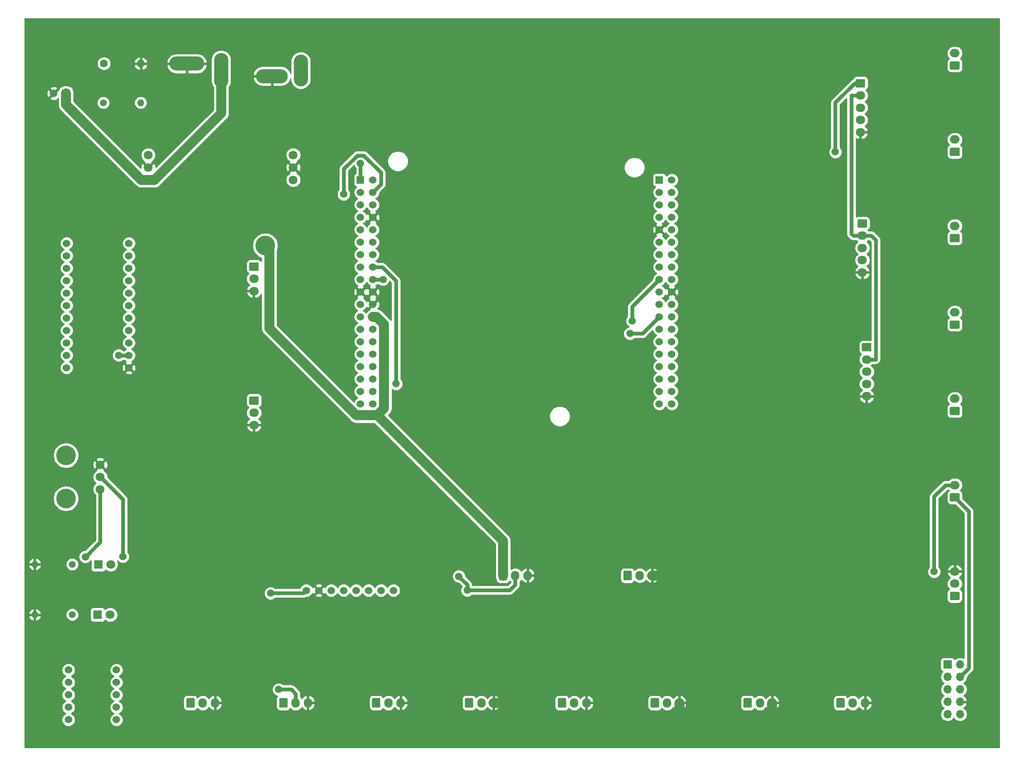
<source format=gbr>
G04 #@! TF.GenerationSoftware,KiCad,Pcbnew,(5.1.0)-1*
G04 #@! TF.CreationDate,2022-07-04T21:30:28+09:00*
G04 #@! TF.ProjectId,2022NHK_Include,32303232-4e48-44b5-9f49-6e636c756465,rev?*
G04 #@! TF.SameCoordinates,Original*
G04 #@! TF.FileFunction,Copper,L2,Bot*
G04 #@! TF.FilePolarity,Positive*
%FSLAX46Y46*%
G04 Gerber Fmt 4.6, Leading zero omitted, Abs format (unit mm)*
G04 Created by KiCad (PCBNEW (5.1.0)-1) date 2022-07-04 21:30:28*
%MOMM*%
%LPD*%
G04 APERTURE LIST*
%ADD10C,1.800000*%
%ADD11C,1.600000*%
%ADD12R,1.600000X1.600000*%
%ADD13O,1.600000X1.600000*%
%ADD14R,1.800000X1.800000*%
%ADD15O,2.900000X6.500000*%
%ADD16O,6.500000X2.900000*%
%ADD17O,2.000000X1.700000*%
%ADD18C,0.100000*%
%ADD19C,1.700000*%
%ADD20O,1.700000X1.950000*%
%ADD21O,1.950000X1.700000*%
%ADD22O,1.700000X1.700000*%
%ADD23R,1.700000X1.700000*%
%ADD24O,1.400000X1.400000*%
%ADD25C,1.400000*%
%ADD26C,1.524000*%
%ADD27C,1.530000*%
%ADD28R,1.530000X1.530000*%
%ADD29C,4.000000*%
%ADD30O,2.900000X7.100000*%
%ADD31O,7.100000X2.900000*%
%ADD32C,1.500000*%
%ADD33C,2.000000*%
%ADD34C,0.750000*%
%ADD35C,0.254000*%
G04 APERTURE END LIST*
D10*
X73660000Y-42037000D03*
X73660000Y-44577000D03*
X73660000Y-47117000D03*
X44069000Y-42037000D03*
X44069000Y-44577000D03*
X44069000Y-47117000D03*
D11*
X24805000Y-29464000D03*
D12*
X27305000Y-29464000D03*
D13*
X42552000Y-23368000D03*
D11*
X35052000Y-23368000D03*
D10*
X36449000Y-125603000D03*
D14*
X33909000Y-125603000D03*
D10*
X36322000Y-135890000D03*
D14*
X33782000Y-135890000D03*
D15*
X75208000Y-24765000D03*
D16*
X69308000Y-25940000D03*
D17*
X208588000Y-21249000D03*
D18*
G36*
X209362504Y-22900204D02*
G01*
X209386773Y-22903804D01*
X209410571Y-22909765D01*
X209433671Y-22918030D01*
X209455849Y-22928520D01*
X209476893Y-22941133D01*
X209496598Y-22955747D01*
X209514777Y-22972223D01*
X209531253Y-22990402D01*
X209545867Y-23010107D01*
X209558480Y-23031151D01*
X209568970Y-23053329D01*
X209577235Y-23076429D01*
X209583196Y-23100227D01*
X209586796Y-23124496D01*
X209588000Y-23149000D01*
X209588000Y-24349000D01*
X209586796Y-24373504D01*
X209583196Y-24397773D01*
X209577235Y-24421571D01*
X209568970Y-24444671D01*
X209558480Y-24466849D01*
X209545867Y-24487893D01*
X209531253Y-24507598D01*
X209514777Y-24525777D01*
X209496598Y-24542253D01*
X209476893Y-24556867D01*
X209455849Y-24569480D01*
X209433671Y-24579970D01*
X209410571Y-24588235D01*
X209386773Y-24594196D01*
X209362504Y-24597796D01*
X209338000Y-24599000D01*
X207838000Y-24599000D01*
X207813496Y-24597796D01*
X207789227Y-24594196D01*
X207765429Y-24588235D01*
X207742329Y-24579970D01*
X207720151Y-24569480D01*
X207699107Y-24556867D01*
X207679402Y-24542253D01*
X207661223Y-24525777D01*
X207644747Y-24507598D01*
X207630133Y-24487893D01*
X207617520Y-24466849D01*
X207607030Y-24444671D01*
X207598765Y-24421571D01*
X207592804Y-24397773D01*
X207589204Y-24373504D01*
X207588000Y-24349000D01*
X207588000Y-23149000D01*
X207589204Y-23124496D01*
X207592804Y-23100227D01*
X207598765Y-23076429D01*
X207607030Y-23053329D01*
X207617520Y-23031151D01*
X207630133Y-23010107D01*
X207644747Y-22990402D01*
X207661223Y-22972223D01*
X207679402Y-22955747D01*
X207699107Y-22941133D01*
X207720151Y-22928520D01*
X207742329Y-22918030D01*
X207765429Y-22909765D01*
X207789227Y-22903804D01*
X207813496Y-22900204D01*
X207838000Y-22899000D01*
X209338000Y-22899000D01*
X209362504Y-22900204D01*
X209362504Y-22900204D01*
G37*
D19*
X208588000Y-23749000D03*
D17*
X208588000Y-38884900D03*
D18*
G36*
X209362504Y-40536104D02*
G01*
X209386773Y-40539704D01*
X209410571Y-40545665D01*
X209433671Y-40553930D01*
X209455849Y-40564420D01*
X209476893Y-40577033D01*
X209496598Y-40591647D01*
X209514777Y-40608123D01*
X209531253Y-40626302D01*
X209545867Y-40646007D01*
X209558480Y-40667051D01*
X209568970Y-40689229D01*
X209577235Y-40712329D01*
X209583196Y-40736127D01*
X209586796Y-40760396D01*
X209588000Y-40784900D01*
X209588000Y-41984900D01*
X209586796Y-42009404D01*
X209583196Y-42033673D01*
X209577235Y-42057471D01*
X209568970Y-42080571D01*
X209558480Y-42102749D01*
X209545867Y-42123793D01*
X209531253Y-42143498D01*
X209514777Y-42161677D01*
X209496598Y-42178153D01*
X209476893Y-42192767D01*
X209455849Y-42205380D01*
X209433671Y-42215870D01*
X209410571Y-42224135D01*
X209386773Y-42230096D01*
X209362504Y-42233696D01*
X209338000Y-42234900D01*
X207838000Y-42234900D01*
X207813496Y-42233696D01*
X207789227Y-42230096D01*
X207765429Y-42224135D01*
X207742329Y-42215870D01*
X207720151Y-42205380D01*
X207699107Y-42192767D01*
X207679402Y-42178153D01*
X207661223Y-42161677D01*
X207644747Y-42143498D01*
X207630133Y-42123793D01*
X207617520Y-42102749D01*
X207607030Y-42080571D01*
X207598765Y-42057471D01*
X207592804Y-42033673D01*
X207589204Y-42009404D01*
X207588000Y-41984900D01*
X207588000Y-40784900D01*
X207589204Y-40760396D01*
X207592804Y-40736127D01*
X207598765Y-40712329D01*
X207607030Y-40689229D01*
X207617520Y-40667051D01*
X207630133Y-40646007D01*
X207644747Y-40626302D01*
X207661223Y-40608123D01*
X207679402Y-40591647D01*
X207699107Y-40577033D01*
X207720151Y-40564420D01*
X207742329Y-40553930D01*
X207765429Y-40545665D01*
X207789227Y-40539704D01*
X207813496Y-40536104D01*
X207838000Y-40534900D01*
X209338000Y-40534900D01*
X209362504Y-40536104D01*
X209362504Y-40536104D01*
G37*
D19*
X208588000Y-41384900D03*
D17*
X208588000Y-56520700D03*
D18*
G36*
X209362504Y-58171904D02*
G01*
X209386773Y-58175504D01*
X209410571Y-58181465D01*
X209433671Y-58189730D01*
X209455849Y-58200220D01*
X209476893Y-58212833D01*
X209496598Y-58227447D01*
X209514777Y-58243923D01*
X209531253Y-58262102D01*
X209545867Y-58281807D01*
X209558480Y-58302851D01*
X209568970Y-58325029D01*
X209577235Y-58348129D01*
X209583196Y-58371927D01*
X209586796Y-58396196D01*
X209588000Y-58420700D01*
X209588000Y-59620700D01*
X209586796Y-59645204D01*
X209583196Y-59669473D01*
X209577235Y-59693271D01*
X209568970Y-59716371D01*
X209558480Y-59738549D01*
X209545867Y-59759593D01*
X209531253Y-59779298D01*
X209514777Y-59797477D01*
X209496598Y-59813953D01*
X209476893Y-59828567D01*
X209455849Y-59841180D01*
X209433671Y-59851670D01*
X209410571Y-59859935D01*
X209386773Y-59865896D01*
X209362504Y-59869496D01*
X209338000Y-59870700D01*
X207838000Y-59870700D01*
X207813496Y-59869496D01*
X207789227Y-59865896D01*
X207765429Y-59859935D01*
X207742329Y-59851670D01*
X207720151Y-59841180D01*
X207699107Y-59828567D01*
X207679402Y-59813953D01*
X207661223Y-59797477D01*
X207644747Y-59779298D01*
X207630133Y-59759593D01*
X207617520Y-59738549D01*
X207607030Y-59716371D01*
X207598765Y-59693271D01*
X207592804Y-59669473D01*
X207589204Y-59645204D01*
X207588000Y-59620700D01*
X207588000Y-58420700D01*
X207589204Y-58396196D01*
X207592804Y-58371927D01*
X207598765Y-58348129D01*
X207607030Y-58325029D01*
X207617520Y-58302851D01*
X207630133Y-58281807D01*
X207644747Y-58262102D01*
X207661223Y-58243923D01*
X207679402Y-58227447D01*
X207699107Y-58212833D01*
X207720151Y-58200220D01*
X207742329Y-58189730D01*
X207765429Y-58181465D01*
X207789227Y-58175504D01*
X207813496Y-58171904D01*
X207838000Y-58170700D01*
X209338000Y-58170700D01*
X209362504Y-58171904D01*
X209362504Y-58171904D01*
G37*
D19*
X208588000Y-59020700D03*
D17*
X208588000Y-74156600D03*
D18*
G36*
X209362504Y-75807804D02*
G01*
X209386773Y-75811404D01*
X209410571Y-75817365D01*
X209433671Y-75825630D01*
X209455849Y-75836120D01*
X209476893Y-75848733D01*
X209496598Y-75863347D01*
X209514777Y-75879823D01*
X209531253Y-75898002D01*
X209545867Y-75917707D01*
X209558480Y-75938751D01*
X209568970Y-75960929D01*
X209577235Y-75984029D01*
X209583196Y-76007827D01*
X209586796Y-76032096D01*
X209588000Y-76056600D01*
X209588000Y-77256600D01*
X209586796Y-77281104D01*
X209583196Y-77305373D01*
X209577235Y-77329171D01*
X209568970Y-77352271D01*
X209558480Y-77374449D01*
X209545867Y-77395493D01*
X209531253Y-77415198D01*
X209514777Y-77433377D01*
X209496598Y-77449853D01*
X209476893Y-77464467D01*
X209455849Y-77477080D01*
X209433671Y-77487570D01*
X209410571Y-77495835D01*
X209386773Y-77501796D01*
X209362504Y-77505396D01*
X209338000Y-77506600D01*
X207838000Y-77506600D01*
X207813496Y-77505396D01*
X207789227Y-77501796D01*
X207765429Y-77495835D01*
X207742329Y-77487570D01*
X207720151Y-77477080D01*
X207699107Y-77464467D01*
X207679402Y-77449853D01*
X207661223Y-77433377D01*
X207644747Y-77415198D01*
X207630133Y-77395493D01*
X207617520Y-77374449D01*
X207607030Y-77352271D01*
X207598765Y-77329171D01*
X207592804Y-77305373D01*
X207589204Y-77281104D01*
X207588000Y-77256600D01*
X207588000Y-76056600D01*
X207589204Y-76032096D01*
X207592804Y-76007827D01*
X207598765Y-75984029D01*
X207607030Y-75960929D01*
X207617520Y-75938751D01*
X207630133Y-75917707D01*
X207644747Y-75898002D01*
X207661223Y-75879823D01*
X207679402Y-75863347D01*
X207699107Y-75848733D01*
X207720151Y-75836120D01*
X207742329Y-75825630D01*
X207765429Y-75817365D01*
X207789227Y-75811404D01*
X207813496Y-75807804D01*
X207838000Y-75806600D01*
X209338000Y-75806600D01*
X209362504Y-75807804D01*
X209362504Y-75807804D01*
G37*
D19*
X208588000Y-76656600D03*
D17*
X208588000Y-91792400D03*
D18*
G36*
X209362504Y-93443604D02*
G01*
X209386773Y-93447204D01*
X209410571Y-93453165D01*
X209433671Y-93461430D01*
X209455849Y-93471920D01*
X209476893Y-93484533D01*
X209496598Y-93499147D01*
X209514777Y-93515623D01*
X209531253Y-93533802D01*
X209545867Y-93553507D01*
X209558480Y-93574551D01*
X209568970Y-93596729D01*
X209577235Y-93619829D01*
X209583196Y-93643627D01*
X209586796Y-93667896D01*
X209588000Y-93692400D01*
X209588000Y-94892400D01*
X209586796Y-94916904D01*
X209583196Y-94941173D01*
X209577235Y-94964971D01*
X209568970Y-94988071D01*
X209558480Y-95010249D01*
X209545867Y-95031293D01*
X209531253Y-95050998D01*
X209514777Y-95069177D01*
X209496598Y-95085653D01*
X209476893Y-95100267D01*
X209455849Y-95112880D01*
X209433671Y-95123370D01*
X209410571Y-95131635D01*
X209386773Y-95137596D01*
X209362504Y-95141196D01*
X209338000Y-95142400D01*
X207838000Y-95142400D01*
X207813496Y-95141196D01*
X207789227Y-95137596D01*
X207765429Y-95131635D01*
X207742329Y-95123370D01*
X207720151Y-95112880D01*
X207699107Y-95100267D01*
X207679402Y-95085653D01*
X207661223Y-95069177D01*
X207644747Y-95050998D01*
X207630133Y-95031293D01*
X207617520Y-95010249D01*
X207607030Y-94988071D01*
X207598765Y-94964971D01*
X207592804Y-94941173D01*
X207589204Y-94916904D01*
X207588000Y-94892400D01*
X207588000Y-93692400D01*
X207589204Y-93667896D01*
X207592804Y-93643627D01*
X207598765Y-93619829D01*
X207607030Y-93596729D01*
X207617520Y-93574551D01*
X207630133Y-93553507D01*
X207644747Y-93533802D01*
X207661223Y-93515623D01*
X207679402Y-93499147D01*
X207699107Y-93484533D01*
X207720151Y-93471920D01*
X207742329Y-93461430D01*
X207765429Y-93453165D01*
X207789227Y-93447204D01*
X207813496Y-93443604D01*
X207838000Y-93442400D01*
X209338000Y-93442400D01*
X209362504Y-93443604D01*
X209362504Y-93443604D01*
G37*
D19*
X208588000Y-94292400D03*
D17*
X208588000Y-109428000D03*
D18*
G36*
X209362504Y-111079204D02*
G01*
X209386773Y-111082804D01*
X209410571Y-111088765D01*
X209433671Y-111097030D01*
X209455849Y-111107520D01*
X209476893Y-111120133D01*
X209496598Y-111134747D01*
X209514777Y-111151223D01*
X209531253Y-111169402D01*
X209545867Y-111189107D01*
X209558480Y-111210151D01*
X209568970Y-111232329D01*
X209577235Y-111255429D01*
X209583196Y-111279227D01*
X209586796Y-111303496D01*
X209588000Y-111328000D01*
X209588000Y-112528000D01*
X209586796Y-112552504D01*
X209583196Y-112576773D01*
X209577235Y-112600571D01*
X209568970Y-112623671D01*
X209558480Y-112645849D01*
X209545867Y-112666893D01*
X209531253Y-112686598D01*
X209514777Y-112704777D01*
X209496598Y-112721253D01*
X209476893Y-112735867D01*
X209455849Y-112748480D01*
X209433671Y-112758970D01*
X209410571Y-112767235D01*
X209386773Y-112773196D01*
X209362504Y-112776796D01*
X209338000Y-112778000D01*
X207838000Y-112778000D01*
X207813496Y-112776796D01*
X207789227Y-112773196D01*
X207765429Y-112767235D01*
X207742329Y-112758970D01*
X207720151Y-112748480D01*
X207699107Y-112735867D01*
X207679402Y-112721253D01*
X207661223Y-112704777D01*
X207644747Y-112686598D01*
X207630133Y-112666893D01*
X207617520Y-112645849D01*
X207607030Y-112623671D01*
X207598765Y-112600571D01*
X207592804Y-112576773D01*
X207589204Y-112552504D01*
X207588000Y-112528000D01*
X207588000Y-111328000D01*
X207589204Y-111303496D01*
X207592804Y-111279227D01*
X207598765Y-111255429D01*
X207607030Y-111232329D01*
X207617520Y-111210151D01*
X207630133Y-111189107D01*
X207644747Y-111169402D01*
X207661223Y-111151223D01*
X207679402Y-111134747D01*
X207699107Y-111120133D01*
X207720151Y-111107520D01*
X207742329Y-111097030D01*
X207765429Y-111088765D01*
X207789227Y-111082804D01*
X207813496Y-111079204D01*
X207838000Y-111078000D01*
X209338000Y-111078000D01*
X209362504Y-111079204D01*
X209362504Y-111079204D01*
G37*
D19*
X208588000Y-111928000D03*
D20*
X95587300Y-153889000D03*
X93087300Y-153889000D03*
D18*
G36*
X91211804Y-152915204D02*
G01*
X91236073Y-152918804D01*
X91259871Y-152924765D01*
X91282971Y-152933030D01*
X91305149Y-152943520D01*
X91326193Y-152956133D01*
X91345898Y-152970747D01*
X91364077Y-152987223D01*
X91380553Y-153005402D01*
X91395167Y-153025107D01*
X91407780Y-153046151D01*
X91418270Y-153068329D01*
X91426535Y-153091429D01*
X91432496Y-153115227D01*
X91436096Y-153139496D01*
X91437300Y-153164000D01*
X91437300Y-154614000D01*
X91436096Y-154638504D01*
X91432496Y-154662773D01*
X91426535Y-154686571D01*
X91418270Y-154709671D01*
X91407780Y-154731849D01*
X91395167Y-154752893D01*
X91380553Y-154772598D01*
X91364077Y-154790777D01*
X91345898Y-154807253D01*
X91326193Y-154821867D01*
X91305149Y-154834480D01*
X91282971Y-154844970D01*
X91259871Y-154853235D01*
X91236073Y-154859196D01*
X91211804Y-154862796D01*
X91187300Y-154864000D01*
X89987300Y-154864000D01*
X89962796Y-154862796D01*
X89938527Y-154859196D01*
X89914729Y-154853235D01*
X89891629Y-154844970D01*
X89869451Y-154834480D01*
X89848407Y-154821867D01*
X89828702Y-154807253D01*
X89810523Y-154790777D01*
X89794047Y-154772598D01*
X89779433Y-154752893D01*
X89766820Y-154731849D01*
X89756330Y-154709671D01*
X89748065Y-154686571D01*
X89742104Y-154662773D01*
X89738504Y-154638504D01*
X89737300Y-154614000D01*
X89737300Y-153164000D01*
X89738504Y-153139496D01*
X89742104Y-153115227D01*
X89748065Y-153091429D01*
X89756330Y-153068329D01*
X89766820Y-153046151D01*
X89779433Y-153025107D01*
X89794047Y-153005402D01*
X89810523Y-152987223D01*
X89828702Y-152970747D01*
X89848407Y-152956133D01*
X89869451Y-152943520D01*
X89891629Y-152933030D01*
X89914729Y-152924765D01*
X89938527Y-152918804D01*
X89962796Y-152915204D01*
X89987300Y-152914000D01*
X91187300Y-152914000D01*
X91211804Y-152915204D01*
X91211804Y-152915204D01*
G37*
D19*
X90587300Y-153889000D03*
D20*
X114528000Y-153889000D03*
X112028000Y-153889000D03*
D18*
G36*
X110152504Y-152915204D02*
G01*
X110176773Y-152918804D01*
X110200571Y-152924765D01*
X110223671Y-152933030D01*
X110245849Y-152943520D01*
X110266893Y-152956133D01*
X110286598Y-152970747D01*
X110304777Y-152987223D01*
X110321253Y-153005402D01*
X110335867Y-153025107D01*
X110348480Y-153046151D01*
X110358970Y-153068329D01*
X110367235Y-153091429D01*
X110373196Y-153115227D01*
X110376796Y-153139496D01*
X110378000Y-153164000D01*
X110378000Y-154614000D01*
X110376796Y-154638504D01*
X110373196Y-154662773D01*
X110367235Y-154686571D01*
X110358970Y-154709671D01*
X110348480Y-154731849D01*
X110335867Y-154752893D01*
X110321253Y-154772598D01*
X110304777Y-154790777D01*
X110286598Y-154807253D01*
X110266893Y-154821867D01*
X110245849Y-154834480D01*
X110223671Y-154844970D01*
X110200571Y-154853235D01*
X110176773Y-154859196D01*
X110152504Y-154862796D01*
X110128000Y-154864000D01*
X108928000Y-154864000D01*
X108903496Y-154862796D01*
X108879227Y-154859196D01*
X108855429Y-154853235D01*
X108832329Y-154844970D01*
X108810151Y-154834480D01*
X108789107Y-154821867D01*
X108769402Y-154807253D01*
X108751223Y-154790777D01*
X108734747Y-154772598D01*
X108720133Y-154752893D01*
X108707520Y-154731849D01*
X108697030Y-154709671D01*
X108688765Y-154686571D01*
X108682804Y-154662773D01*
X108679204Y-154638504D01*
X108678000Y-154614000D01*
X108678000Y-153164000D01*
X108679204Y-153139496D01*
X108682804Y-153115227D01*
X108688765Y-153091429D01*
X108697030Y-153068329D01*
X108707520Y-153046151D01*
X108720133Y-153025107D01*
X108734747Y-153005402D01*
X108751223Y-152987223D01*
X108769402Y-152970747D01*
X108789107Y-152956133D01*
X108810151Y-152943520D01*
X108832329Y-152933030D01*
X108855429Y-152924765D01*
X108879227Y-152918804D01*
X108903496Y-152915204D01*
X108928000Y-152914000D01*
X110128000Y-152914000D01*
X110152504Y-152915204D01*
X110152504Y-152915204D01*
G37*
D19*
X109528000Y-153889000D03*
D20*
X133470000Y-153889000D03*
X130970000Y-153889000D03*
D18*
G36*
X129094504Y-152915204D02*
G01*
X129118773Y-152918804D01*
X129142571Y-152924765D01*
X129165671Y-152933030D01*
X129187849Y-152943520D01*
X129208893Y-152956133D01*
X129228598Y-152970747D01*
X129246777Y-152987223D01*
X129263253Y-153005402D01*
X129277867Y-153025107D01*
X129290480Y-153046151D01*
X129300970Y-153068329D01*
X129309235Y-153091429D01*
X129315196Y-153115227D01*
X129318796Y-153139496D01*
X129320000Y-153164000D01*
X129320000Y-154614000D01*
X129318796Y-154638504D01*
X129315196Y-154662773D01*
X129309235Y-154686571D01*
X129300970Y-154709671D01*
X129290480Y-154731849D01*
X129277867Y-154752893D01*
X129263253Y-154772598D01*
X129246777Y-154790777D01*
X129228598Y-154807253D01*
X129208893Y-154821867D01*
X129187849Y-154834480D01*
X129165671Y-154844970D01*
X129142571Y-154853235D01*
X129118773Y-154859196D01*
X129094504Y-154862796D01*
X129070000Y-154864000D01*
X127870000Y-154864000D01*
X127845496Y-154862796D01*
X127821227Y-154859196D01*
X127797429Y-154853235D01*
X127774329Y-154844970D01*
X127752151Y-154834480D01*
X127731107Y-154821867D01*
X127711402Y-154807253D01*
X127693223Y-154790777D01*
X127676747Y-154772598D01*
X127662133Y-154752893D01*
X127649520Y-154731849D01*
X127639030Y-154709671D01*
X127630765Y-154686571D01*
X127624804Y-154662773D01*
X127621204Y-154638504D01*
X127620000Y-154614000D01*
X127620000Y-153164000D01*
X127621204Y-153139496D01*
X127624804Y-153115227D01*
X127630765Y-153091429D01*
X127639030Y-153068329D01*
X127649520Y-153046151D01*
X127662133Y-153025107D01*
X127676747Y-153005402D01*
X127693223Y-152987223D01*
X127711402Y-152970747D01*
X127731107Y-152956133D01*
X127752151Y-152943520D01*
X127774329Y-152933030D01*
X127797429Y-152924765D01*
X127821227Y-152918804D01*
X127845496Y-152915204D01*
X127870000Y-152914000D01*
X129070000Y-152914000D01*
X129094504Y-152915204D01*
X129094504Y-152915204D01*
G37*
D19*
X128470000Y-153889000D03*
D21*
X208588000Y-127064000D03*
X208588000Y-129564000D03*
D18*
G36*
X209337504Y-131215204D02*
G01*
X209361773Y-131218804D01*
X209385571Y-131224765D01*
X209408671Y-131233030D01*
X209430849Y-131243520D01*
X209451893Y-131256133D01*
X209471598Y-131270747D01*
X209489777Y-131287223D01*
X209506253Y-131305402D01*
X209520867Y-131325107D01*
X209533480Y-131346151D01*
X209543970Y-131368329D01*
X209552235Y-131391429D01*
X209558196Y-131415227D01*
X209561796Y-131439496D01*
X209563000Y-131464000D01*
X209563000Y-132664000D01*
X209561796Y-132688504D01*
X209558196Y-132712773D01*
X209552235Y-132736571D01*
X209543970Y-132759671D01*
X209533480Y-132781849D01*
X209520867Y-132802893D01*
X209506253Y-132822598D01*
X209489777Y-132840777D01*
X209471598Y-132857253D01*
X209451893Y-132871867D01*
X209430849Y-132884480D01*
X209408671Y-132894970D01*
X209385571Y-132903235D01*
X209361773Y-132909196D01*
X209337504Y-132912796D01*
X209313000Y-132914000D01*
X207863000Y-132914000D01*
X207838496Y-132912796D01*
X207814227Y-132909196D01*
X207790429Y-132903235D01*
X207767329Y-132894970D01*
X207745151Y-132884480D01*
X207724107Y-132871867D01*
X207704402Y-132857253D01*
X207686223Y-132840777D01*
X207669747Y-132822598D01*
X207655133Y-132802893D01*
X207642520Y-132781849D01*
X207632030Y-132759671D01*
X207623765Y-132736571D01*
X207617804Y-132712773D01*
X207614204Y-132688504D01*
X207613000Y-132664000D01*
X207613000Y-131464000D01*
X207614204Y-131439496D01*
X207617804Y-131415227D01*
X207623765Y-131391429D01*
X207632030Y-131368329D01*
X207642520Y-131346151D01*
X207655133Y-131325107D01*
X207669747Y-131305402D01*
X207686223Y-131287223D01*
X207704402Y-131270747D01*
X207724107Y-131256133D01*
X207745151Y-131243520D01*
X207767329Y-131233030D01*
X207790429Y-131224765D01*
X207814227Y-131218804D01*
X207838496Y-131215204D01*
X207863000Y-131214000D01*
X209313000Y-131214000D01*
X209337504Y-131215204D01*
X209337504Y-131215204D01*
G37*
D19*
X208588000Y-132064000D03*
D20*
X190293000Y-153889000D03*
X187793000Y-153889000D03*
D18*
G36*
X185917504Y-152915204D02*
G01*
X185941773Y-152918804D01*
X185965571Y-152924765D01*
X185988671Y-152933030D01*
X186010849Y-152943520D01*
X186031893Y-152956133D01*
X186051598Y-152970747D01*
X186069777Y-152987223D01*
X186086253Y-153005402D01*
X186100867Y-153025107D01*
X186113480Y-153046151D01*
X186123970Y-153068329D01*
X186132235Y-153091429D01*
X186138196Y-153115227D01*
X186141796Y-153139496D01*
X186143000Y-153164000D01*
X186143000Y-154614000D01*
X186141796Y-154638504D01*
X186138196Y-154662773D01*
X186132235Y-154686571D01*
X186123970Y-154709671D01*
X186113480Y-154731849D01*
X186100867Y-154752893D01*
X186086253Y-154772598D01*
X186069777Y-154790777D01*
X186051598Y-154807253D01*
X186031893Y-154821867D01*
X186010849Y-154834480D01*
X185988671Y-154844970D01*
X185965571Y-154853235D01*
X185941773Y-154859196D01*
X185917504Y-154862796D01*
X185893000Y-154864000D01*
X184693000Y-154864000D01*
X184668496Y-154862796D01*
X184644227Y-154859196D01*
X184620429Y-154853235D01*
X184597329Y-154844970D01*
X184575151Y-154834480D01*
X184554107Y-154821867D01*
X184534402Y-154807253D01*
X184516223Y-154790777D01*
X184499747Y-154772598D01*
X184485133Y-154752893D01*
X184472520Y-154731849D01*
X184462030Y-154709671D01*
X184453765Y-154686571D01*
X184447804Y-154662773D01*
X184444204Y-154638504D01*
X184443000Y-154614000D01*
X184443000Y-153164000D01*
X184444204Y-153139496D01*
X184447804Y-153115227D01*
X184453765Y-153091429D01*
X184462030Y-153068329D01*
X184472520Y-153046151D01*
X184485133Y-153025107D01*
X184499747Y-153005402D01*
X184516223Y-152987223D01*
X184534402Y-152970747D01*
X184554107Y-152956133D01*
X184575151Y-152943520D01*
X184597329Y-152933030D01*
X184620429Y-152924765D01*
X184644227Y-152918804D01*
X184668496Y-152915204D01*
X184693000Y-152914000D01*
X185893000Y-152914000D01*
X185917504Y-152915204D01*
X185917504Y-152915204D01*
G37*
D19*
X185293000Y-153889000D03*
D20*
X171352000Y-153889000D03*
X168852000Y-153889000D03*
D18*
G36*
X166976504Y-152915204D02*
G01*
X167000773Y-152918804D01*
X167024571Y-152924765D01*
X167047671Y-152933030D01*
X167069849Y-152943520D01*
X167090893Y-152956133D01*
X167110598Y-152970747D01*
X167128777Y-152987223D01*
X167145253Y-153005402D01*
X167159867Y-153025107D01*
X167172480Y-153046151D01*
X167182970Y-153068329D01*
X167191235Y-153091429D01*
X167197196Y-153115227D01*
X167200796Y-153139496D01*
X167202000Y-153164000D01*
X167202000Y-154614000D01*
X167200796Y-154638504D01*
X167197196Y-154662773D01*
X167191235Y-154686571D01*
X167182970Y-154709671D01*
X167172480Y-154731849D01*
X167159867Y-154752893D01*
X167145253Y-154772598D01*
X167128777Y-154790777D01*
X167110598Y-154807253D01*
X167090893Y-154821867D01*
X167069849Y-154834480D01*
X167047671Y-154844970D01*
X167024571Y-154853235D01*
X167000773Y-154859196D01*
X166976504Y-154862796D01*
X166952000Y-154864000D01*
X165752000Y-154864000D01*
X165727496Y-154862796D01*
X165703227Y-154859196D01*
X165679429Y-154853235D01*
X165656329Y-154844970D01*
X165634151Y-154834480D01*
X165613107Y-154821867D01*
X165593402Y-154807253D01*
X165575223Y-154790777D01*
X165558747Y-154772598D01*
X165544133Y-154752893D01*
X165531520Y-154731849D01*
X165521030Y-154709671D01*
X165512765Y-154686571D01*
X165506804Y-154662773D01*
X165503204Y-154638504D01*
X165502000Y-154614000D01*
X165502000Y-153164000D01*
X165503204Y-153139496D01*
X165506804Y-153115227D01*
X165512765Y-153091429D01*
X165521030Y-153068329D01*
X165531520Y-153046151D01*
X165544133Y-153025107D01*
X165558747Y-153005402D01*
X165575223Y-152987223D01*
X165593402Y-152970747D01*
X165613107Y-152956133D01*
X165634151Y-152943520D01*
X165656329Y-152933030D01*
X165679429Y-152924765D01*
X165703227Y-152918804D01*
X165727496Y-152915204D01*
X165752000Y-152914000D01*
X166952000Y-152914000D01*
X166976504Y-152915204D01*
X166976504Y-152915204D01*
G37*
D19*
X166352000Y-153889000D03*
D20*
X152411000Y-153889000D03*
X149911000Y-153889000D03*
D18*
G36*
X148035504Y-152915204D02*
G01*
X148059773Y-152918804D01*
X148083571Y-152924765D01*
X148106671Y-152933030D01*
X148128849Y-152943520D01*
X148149893Y-152956133D01*
X148169598Y-152970747D01*
X148187777Y-152987223D01*
X148204253Y-153005402D01*
X148218867Y-153025107D01*
X148231480Y-153046151D01*
X148241970Y-153068329D01*
X148250235Y-153091429D01*
X148256196Y-153115227D01*
X148259796Y-153139496D01*
X148261000Y-153164000D01*
X148261000Y-154614000D01*
X148259796Y-154638504D01*
X148256196Y-154662773D01*
X148250235Y-154686571D01*
X148241970Y-154709671D01*
X148231480Y-154731849D01*
X148218867Y-154752893D01*
X148204253Y-154772598D01*
X148187777Y-154790777D01*
X148169598Y-154807253D01*
X148149893Y-154821867D01*
X148128849Y-154834480D01*
X148106671Y-154844970D01*
X148083571Y-154853235D01*
X148059773Y-154859196D01*
X148035504Y-154862796D01*
X148011000Y-154864000D01*
X146811000Y-154864000D01*
X146786496Y-154862796D01*
X146762227Y-154859196D01*
X146738429Y-154853235D01*
X146715329Y-154844970D01*
X146693151Y-154834480D01*
X146672107Y-154821867D01*
X146652402Y-154807253D01*
X146634223Y-154790777D01*
X146617747Y-154772598D01*
X146603133Y-154752893D01*
X146590520Y-154731849D01*
X146580030Y-154709671D01*
X146571765Y-154686571D01*
X146565804Y-154662773D01*
X146562204Y-154638504D01*
X146561000Y-154614000D01*
X146561000Y-153164000D01*
X146562204Y-153139496D01*
X146565804Y-153115227D01*
X146571765Y-153091429D01*
X146580030Y-153068329D01*
X146590520Y-153046151D01*
X146603133Y-153025107D01*
X146617747Y-153005402D01*
X146634223Y-152987223D01*
X146652402Y-152970747D01*
X146672107Y-152956133D01*
X146693151Y-152943520D01*
X146715329Y-152933030D01*
X146738429Y-152924765D01*
X146762227Y-152918804D01*
X146786496Y-152915204D01*
X146811000Y-152914000D01*
X148011000Y-152914000D01*
X148035504Y-152915204D01*
X148035504Y-152915204D01*
G37*
D19*
X147411000Y-153889000D03*
D22*
X209677000Y-156210000D03*
X207137000Y-156210000D03*
X209677000Y-153670000D03*
X207137000Y-153670000D03*
X209677000Y-151130000D03*
X207137000Y-151130000D03*
X209677000Y-148590000D03*
X207137000Y-148590000D03*
X209677000Y-146050000D03*
D23*
X207137000Y-146050000D03*
D24*
X20955000Y-125603000D03*
D25*
X28575000Y-125603000D03*
D24*
X20955000Y-135890000D03*
D25*
X28575000Y-135890000D03*
D26*
X27432000Y-85471000D03*
X27432000Y-82931000D03*
X27432000Y-80391000D03*
X27432000Y-77851000D03*
X27432000Y-75311000D03*
X27432000Y-72771000D03*
X27432000Y-70231000D03*
X27432000Y-67691000D03*
X27432000Y-65151000D03*
X27432000Y-62611000D03*
X27432000Y-60071000D03*
X40132000Y-60071000D03*
X40132000Y-62611000D03*
X40132000Y-65151000D03*
X40132000Y-67691000D03*
X40132000Y-70231000D03*
X40132000Y-72771000D03*
X40132000Y-75311000D03*
X40132000Y-77851000D03*
X40132000Y-80391000D03*
X40132000Y-82931000D03*
X40132000Y-85471000D03*
X94107000Y-130937000D03*
X91567000Y-130937000D03*
X89027000Y-130937000D03*
X86487000Y-130937000D03*
X83947000Y-130937000D03*
X81407000Y-130937000D03*
X78867000Y-130937000D03*
X76327000Y-130937000D03*
D24*
X42545000Y-31369000D03*
D25*
X34925000Y-31369000D03*
D26*
X27813000Y-157331000D03*
X27813000Y-147171000D03*
X27813000Y-154791000D03*
X27813000Y-149711000D03*
X27813000Y-152251000D03*
X37592000Y-157331000D03*
X37592000Y-147171000D03*
X37592000Y-154791000D03*
X37592000Y-149711000D03*
X37592000Y-152251000D03*
D27*
X87376000Y-62372000D03*
X87376000Y-72532000D03*
X89916000Y-64912000D03*
X87376000Y-87772000D03*
D28*
X87376000Y-47132000D03*
D27*
X89916000Y-72532000D03*
X89916000Y-92852000D03*
X87376000Y-59832000D03*
X89916000Y-67452000D03*
X89916000Y-69992000D03*
X89916000Y-75072000D03*
X89916000Y-80152000D03*
X150876000Y-47132000D03*
X148336000Y-92852000D03*
X148336000Y-49672000D03*
X148336000Y-52212000D03*
X150876000Y-52212000D03*
X148336000Y-54752000D03*
X150876000Y-54752000D03*
X148336000Y-57292000D03*
X89916000Y-62372000D03*
X87376000Y-54752000D03*
X87376000Y-67452000D03*
X89916000Y-77612000D03*
X89916000Y-85232000D03*
X150876000Y-49672000D03*
X150876000Y-57292000D03*
X148336000Y-59832000D03*
X150876000Y-59832000D03*
X89916000Y-59832000D03*
X89916000Y-54752000D03*
X89916000Y-52212000D03*
X87376000Y-57292000D03*
X89916000Y-47132000D03*
X87376000Y-75072000D03*
X87376000Y-82692000D03*
X89916000Y-82692000D03*
X89916000Y-87772000D03*
X89916000Y-90312000D03*
X87376000Y-64912000D03*
D28*
X148336000Y-47132000D03*
D27*
X87376000Y-69992000D03*
X87376000Y-85232000D03*
X87376000Y-52212000D03*
X87376000Y-49672000D03*
X87376000Y-77612000D03*
X87376000Y-92852000D03*
X87376000Y-80152000D03*
X87376000Y-90312000D03*
X89916000Y-49672000D03*
X89916000Y-57292000D03*
X150876000Y-72532000D03*
X148336000Y-62372000D03*
X148336000Y-64912000D03*
X150876000Y-85232000D03*
X150876000Y-87772000D03*
X150876000Y-64912000D03*
X148336000Y-67452000D03*
X148336000Y-90312000D03*
X150876000Y-82692000D03*
X148336000Y-75072000D03*
X148336000Y-69992000D03*
X150876000Y-80152000D03*
X148336000Y-80152000D03*
X148336000Y-82692000D03*
X150876000Y-69992000D03*
X150876000Y-62372000D03*
X148336000Y-87772000D03*
X150876000Y-90312000D03*
X148336000Y-72532000D03*
X148336000Y-77612000D03*
X148336000Y-85232000D03*
X150876000Y-92852000D03*
X150876000Y-75072000D03*
X150876000Y-77612000D03*
X150876000Y-67452000D03*
D10*
X34290000Y-110283000D03*
X34290000Y-107783000D03*
X34290000Y-105283000D03*
D29*
X27290000Y-112183000D03*
X27290000Y-103383000D03*
D18*
G36*
X72270604Y-152915204D02*
G01*
X72294873Y-152918804D01*
X72318671Y-152924765D01*
X72341771Y-152933030D01*
X72363949Y-152943520D01*
X72384993Y-152956133D01*
X72404698Y-152970747D01*
X72422877Y-152987223D01*
X72439353Y-153005402D01*
X72453967Y-153025107D01*
X72466580Y-153046151D01*
X72477070Y-153068329D01*
X72485335Y-153091429D01*
X72491296Y-153115227D01*
X72494896Y-153139496D01*
X72496100Y-153164000D01*
X72496100Y-154614000D01*
X72494896Y-154638504D01*
X72491296Y-154662773D01*
X72485335Y-154686571D01*
X72477070Y-154709671D01*
X72466580Y-154731849D01*
X72453967Y-154752893D01*
X72439353Y-154772598D01*
X72422877Y-154790777D01*
X72404698Y-154807253D01*
X72384993Y-154821867D01*
X72363949Y-154834480D01*
X72341771Y-154844970D01*
X72318671Y-154853235D01*
X72294873Y-154859196D01*
X72270604Y-154862796D01*
X72246100Y-154864000D01*
X71046100Y-154864000D01*
X71021596Y-154862796D01*
X70997327Y-154859196D01*
X70973529Y-154853235D01*
X70950429Y-154844970D01*
X70928251Y-154834480D01*
X70907207Y-154821867D01*
X70887502Y-154807253D01*
X70869323Y-154790777D01*
X70852847Y-154772598D01*
X70838233Y-154752893D01*
X70825620Y-154731849D01*
X70815130Y-154709671D01*
X70806865Y-154686571D01*
X70800904Y-154662773D01*
X70797304Y-154638504D01*
X70796100Y-154614000D01*
X70796100Y-153164000D01*
X70797304Y-153139496D01*
X70800904Y-153115227D01*
X70806865Y-153091429D01*
X70815130Y-153068329D01*
X70825620Y-153046151D01*
X70838233Y-153025107D01*
X70852847Y-153005402D01*
X70869323Y-152987223D01*
X70887502Y-152970747D01*
X70907207Y-152956133D01*
X70928251Y-152943520D01*
X70950429Y-152933030D01*
X70973529Y-152924765D01*
X70997327Y-152918804D01*
X71021596Y-152915204D01*
X71046100Y-152914000D01*
X72246100Y-152914000D01*
X72270604Y-152915204D01*
X72270604Y-152915204D01*
G37*
D19*
X71646100Y-153889000D03*
D20*
X74146100Y-153889000D03*
X76646100Y-153889000D03*
D18*
G36*
X190106504Y-26536204D02*
G01*
X190130773Y-26539804D01*
X190154571Y-26545765D01*
X190177671Y-26554030D01*
X190199849Y-26564520D01*
X190220893Y-26577133D01*
X190240598Y-26591747D01*
X190258777Y-26608223D01*
X190275253Y-26626402D01*
X190289867Y-26646107D01*
X190302480Y-26667151D01*
X190312970Y-26689329D01*
X190321235Y-26712429D01*
X190327196Y-26736227D01*
X190330796Y-26760496D01*
X190332000Y-26785000D01*
X190332000Y-27985000D01*
X190330796Y-28009504D01*
X190327196Y-28033773D01*
X190321235Y-28057571D01*
X190312970Y-28080671D01*
X190302480Y-28102849D01*
X190289867Y-28123893D01*
X190275253Y-28143598D01*
X190258777Y-28161777D01*
X190240598Y-28178253D01*
X190220893Y-28192867D01*
X190199849Y-28205480D01*
X190177671Y-28215970D01*
X190154571Y-28224235D01*
X190130773Y-28230196D01*
X190106504Y-28233796D01*
X190082000Y-28235000D01*
X188632000Y-28235000D01*
X188607496Y-28233796D01*
X188583227Y-28230196D01*
X188559429Y-28224235D01*
X188536329Y-28215970D01*
X188514151Y-28205480D01*
X188493107Y-28192867D01*
X188473402Y-28178253D01*
X188455223Y-28161777D01*
X188438747Y-28143598D01*
X188424133Y-28123893D01*
X188411520Y-28102849D01*
X188401030Y-28080671D01*
X188392765Y-28057571D01*
X188386804Y-28033773D01*
X188383204Y-28009504D01*
X188382000Y-27985000D01*
X188382000Y-26785000D01*
X188383204Y-26760496D01*
X188386804Y-26736227D01*
X188392765Y-26712429D01*
X188401030Y-26689329D01*
X188411520Y-26667151D01*
X188424133Y-26646107D01*
X188438747Y-26626402D01*
X188455223Y-26608223D01*
X188473402Y-26591747D01*
X188493107Y-26577133D01*
X188514151Y-26564520D01*
X188536329Y-26554030D01*
X188559429Y-26545765D01*
X188583227Y-26539804D01*
X188607496Y-26536204D01*
X188632000Y-26535000D01*
X190082000Y-26535000D01*
X190106504Y-26536204D01*
X190106504Y-26536204D01*
G37*
D19*
X189357000Y-27385000D03*
D21*
X189357000Y-29885000D03*
X189357000Y-32385000D03*
X189357000Y-34885000D03*
X189357000Y-37385000D03*
D18*
G36*
X190487504Y-55158204D02*
G01*
X190511773Y-55161804D01*
X190535571Y-55167765D01*
X190558671Y-55176030D01*
X190580849Y-55186520D01*
X190601893Y-55199133D01*
X190621598Y-55213747D01*
X190639777Y-55230223D01*
X190656253Y-55248402D01*
X190670867Y-55268107D01*
X190683480Y-55289151D01*
X190693970Y-55311329D01*
X190702235Y-55334429D01*
X190708196Y-55358227D01*
X190711796Y-55382496D01*
X190713000Y-55407000D01*
X190713000Y-56607000D01*
X190711796Y-56631504D01*
X190708196Y-56655773D01*
X190702235Y-56679571D01*
X190693970Y-56702671D01*
X190683480Y-56724849D01*
X190670867Y-56745893D01*
X190656253Y-56765598D01*
X190639777Y-56783777D01*
X190621598Y-56800253D01*
X190601893Y-56814867D01*
X190580849Y-56827480D01*
X190558671Y-56837970D01*
X190535571Y-56846235D01*
X190511773Y-56852196D01*
X190487504Y-56855796D01*
X190463000Y-56857000D01*
X189013000Y-56857000D01*
X188988496Y-56855796D01*
X188964227Y-56852196D01*
X188940429Y-56846235D01*
X188917329Y-56837970D01*
X188895151Y-56827480D01*
X188874107Y-56814867D01*
X188854402Y-56800253D01*
X188836223Y-56783777D01*
X188819747Y-56765598D01*
X188805133Y-56745893D01*
X188792520Y-56724849D01*
X188782030Y-56702671D01*
X188773765Y-56679571D01*
X188767804Y-56655773D01*
X188764204Y-56631504D01*
X188763000Y-56607000D01*
X188763000Y-55407000D01*
X188764204Y-55382496D01*
X188767804Y-55358227D01*
X188773765Y-55334429D01*
X188782030Y-55311329D01*
X188792520Y-55289151D01*
X188805133Y-55268107D01*
X188819747Y-55248402D01*
X188836223Y-55230223D01*
X188854402Y-55213747D01*
X188874107Y-55199133D01*
X188895151Y-55186520D01*
X188917329Y-55176030D01*
X188940429Y-55167765D01*
X188964227Y-55161804D01*
X188988496Y-55158204D01*
X189013000Y-55157000D01*
X190463000Y-55157000D01*
X190487504Y-55158204D01*
X190487504Y-55158204D01*
G37*
D19*
X189738000Y-56007000D03*
D21*
X189738000Y-58507000D03*
X189738000Y-61007000D03*
X189738000Y-63507000D03*
X189738000Y-66007000D03*
X190627000Y-91280000D03*
X190627000Y-88780000D03*
X190627000Y-86280000D03*
X190627000Y-83780000D03*
D18*
G36*
X191376504Y-80431204D02*
G01*
X191400773Y-80434804D01*
X191424571Y-80440765D01*
X191447671Y-80449030D01*
X191469849Y-80459520D01*
X191490893Y-80472133D01*
X191510598Y-80486747D01*
X191528777Y-80503223D01*
X191545253Y-80521402D01*
X191559867Y-80541107D01*
X191572480Y-80562151D01*
X191582970Y-80584329D01*
X191591235Y-80607429D01*
X191597196Y-80631227D01*
X191600796Y-80655496D01*
X191602000Y-80680000D01*
X191602000Y-81880000D01*
X191600796Y-81904504D01*
X191597196Y-81928773D01*
X191591235Y-81952571D01*
X191582970Y-81975671D01*
X191572480Y-81997849D01*
X191559867Y-82018893D01*
X191545253Y-82038598D01*
X191528777Y-82056777D01*
X191510598Y-82073253D01*
X191490893Y-82087867D01*
X191469849Y-82100480D01*
X191447671Y-82110970D01*
X191424571Y-82119235D01*
X191400773Y-82125196D01*
X191376504Y-82128796D01*
X191352000Y-82130000D01*
X189902000Y-82130000D01*
X189877496Y-82128796D01*
X189853227Y-82125196D01*
X189829429Y-82119235D01*
X189806329Y-82110970D01*
X189784151Y-82100480D01*
X189763107Y-82087867D01*
X189743402Y-82073253D01*
X189725223Y-82056777D01*
X189708747Y-82038598D01*
X189694133Y-82018893D01*
X189681520Y-81997849D01*
X189671030Y-81975671D01*
X189662765Y-81952571D01*
X189656804Y-81928773D01*
X189653204Y-81904504D01*
X189652000Y-81880000D01*
X189652000Y-80680000D01*
X189653204Y-80655496D01*
X189656804Y-80631227D01*
X189662765Y-80607429D01*
X189671030Y-80584329D01*
X189681520Y-80562151D01*
X189694133Y-80541107D01*
X189708747Y-80521402D01*
X189725223Y-80503223D01*
X189743402Y-80486747D01*
X189763107Y-80472133D01*
X189784151Y-80459520D01*
X189806329Y-80449030D01*
X189829429Y-80440765D01*
X189853227Y-80434804D01*
X189877496Y-80431204D01*
X189902000Y-80430000D01*
X191352000Y-80430000D01*
X191376504Y-80431204D01*
X191376504Y-80431204D01*
G37*
D19*
X190627000Y-81280000D03*
D30*
X58959000Y-24765000D03*
D31*
X51959000Y-23390000D03*
D18*
G36*
X66408504Y-63961204D02*
G01*
X66432773Y-63964804D01*
X66456571Y-63970765D01*
X66479671Y-63979030D01*
X66501849Y-63989520D01*
X66522893Y-64002133D01*
X66542598Y-64016747D01*
X66560777Y-64033223D01*
X66577253Y-64051402D01*
X66591867Y-64071107D01*
X66604480Y-64092151D01*
X66614970Y-64114329D01*
X66623235Y-64137429D01*
X66629196Y-64161227D01*
X66632796Y-64185496D01*
X66634000Y-64210000D01*
X66634000Y-65410000D01*
X66632796Y-65434504D01*
X66629196Y-65458773D01*
X66623235Y-65482571D01*
X66614970Y-65505671D01*
X66604480Y-65527849D01*
X66591867Y-65548893D01*
X66577253Y-65568598D01*
X66560777Y-65586777D01*
X66542598Y-65603253D01*
X66522893Y-65617867D01*
X66501849Y-65630480D01*
X66479671Y-65640970D01*
X66456571Y-65649235D01*
X66432773Y-65655196D01*
X66408504Y-65658796D01*
X66384000Y-65660000D01*
X64934000Y-65660000D01*
X64909496Y-65658796D01*
X64885227Y-65655196D01*
X64861429Y-65649235D01*
X64838329Y-65640970D01*
X64816151Y-65630480D01*
X64795107Y-65617867D01*
X64775402Y-65603253D01*
X64757223Y-65586777D01*
X64740747Y-65568598D01*
X64726133Y-65548893D01*
X64713520Y-65527849D01*
X64703030Y-65505671D01*
X64694765Y-65482571D01*
X64688804Y-65458773D01*
X64685204Y-65434504D01*
X64684000Y-65410000D01*
X64684000Y-64210000D01*
X64685204Y-64185496D01*
X64688804Y-64161227D01*
X64694765Y-64137429D01*
X64703030Y-64114329D01*
X64713520Y-64092151D01*
X64726133Y-64071107D01*
X64740747Y-64051402D01*
X64757223Y-64033223D01*
X64775402Y-64016747D01*
X64795107Y-64002133D01*
X64816151Y-63989520D01*
X64838329Y-63979030D01*
X64861429Y-63970765D01*
X64885227Y-63964804D01*
X64909496Y-63961204D01*
X64934000Y-63960000D01*
X66384000Y-63960000D01*
X66408504Y-63961204D01*
X66408504Y-63961204D01*
G37*
D19*
X65659000Y-64810000D03*
D21*
X65659000Y-67310000D03*
X65659000Y-69810000D03*
X65659000Y-97155000D03*
X65659000Y-94655000D03*
D18*
G36*
X66408504Y-91306204D02*
G01*
X66432773Y-91309804D01*
X66456571Y-91315765D01*
X66479671Y-91324030D01*
X66501849Y-91334520D01*
X66522893Y-91347133D01*
X66542598Y-91361747D01*
X66560777Y-91378223D01*
X66577253Y-91396402D01*
X66591867Y-91416107D01*
X66604480Y-91437151D01*
X66614970Y-91459329D01*
X66623235Y-91482429D01*
X66629196Y-91506227D01*
X66632796Y-91530496D01*
X66634000Y-91555000D01*
X66634000Y-92755000D01*
X66632796Y-92779504D01*
X66629196Y-92803773D01*
X66623235Y-92827571D01*
X66614970Y-92850671D01*
X66604480Y-92872849D01*
X66591867Y-92893893D01*
X66577253Y-92913598D01*
X66560777Y-92931777D01*
X66542598Y-92948253D01*
X66522893Y-92962867D01*
X66501849Y-92975480D01*
X66479671Y-92985970D01*
X66456571Y-92994235D01*
X66432773Y-93000196D01*
X66408504Y-93003796D01*
X66384000Y-93005000D01*
X64934000Y-93005000D01*
X64909496Y-93003796D01*
X64885227Y-93000196D01*
X64861429Y-92994235D01*
X64838329Y-92985970D01*
X64816151Y-92975480D01*
X64795107Y-92962867D01*
X64775402Y-92948253D01*
X64757223Y-92931777D01*
X64740747Y-92913598D01*
X64726133Y-92893893D01*
X64713520Y-92872849D01*
X64703030Y-92850671D01*
X64694765Y-92827571D01*
X64688804Y-92803773D01*
X64685204Y-92779504D01*
X64684000Y-92755000D01*
X64684000Y-91555000D01*
X64685204Y-91530496D01*
X64688804Y-91506227D01*
X64694765Y-91482429D01*
X64703030Y-91459329D01*
X64713520Y-91437151D01*
X64726133Y-91416107D01*
X64740747Y-91396402D01*
X64757223Y-91378223D01*
X64775402Y-91361747D01*
X64795107Y-91347133D01*
X64816151Y-91334520D01*
X64838329Y-91324030D01*
X64861429Y-91315765D01*
X64885227Y-91309804D01*
X64909496Y-91306204D01*
X64934000Y-91305000D01*
X66384000Y-91305000D01*
X66408504Y-91306204D01*
X66408504Y-91306204D01*
G37*
D19*
X65659000Y-92155000D03*
D18*
G36*
X53329504Y-152915204D02*
G01*
X53353773Y-152918804D01*
X53377571Y-152924765D01*
X53400671Y-152933030D01*
X53422849Y-152943520D01*
X53443893Y-152956133D01*
X53463598Y-152970747D01*
X53481777Y-152987223D01*
X53498253Y-153005402D01*
X53512867Y-153025107D01*
X53525480Y-153046151D01*
X53535970Y-153068329D01*
X53544235Y-153091429D01*
X53550196Y-153115227D01*
X53553796Y-153139496D01*
X53555000Y-153164000D01*
X53555000Y-154614000D01*
X53553796Y-154638504D01*
X53550196Y-154662773D01*
X53544235Y-154686571D01*
X53535970Y-154709671D01*
X53525480Y-154731849D01*
X53512867Y-154752893D01*
X53498253Y-154772598D01*
X53481777Y-154790777D01*
X53463598Y-154807253D01*
X53443893Y-154821867D01*
X53422849Y-154834480D01*
X53400671Y-154844970D01*
X53377571Y-154853235D01*
X53353773Y-154859196D01*
X53329504Y-154862796D01*
X53305000Y-154864000D01*
X52105000Y-154864000D01*
X52080496Y-154862796D01*
X52056227Y-154859196D01*
X52032429Y-154853235D01*
X52009329Y-154844970D01*
X51987151Y-154834480D01*
X51966107Y-154821867D01*
X51946402Y-154807253D01*
X51928223Y-154790777D01*
X51911747Y-154772598D01*
X51897133Y-154752893D01*
X51884520Y-154731849D01*
X51874030Y-154709671D01*
X51865765Y-154686571D01*
X51859804Y-154662773D01*
X51856204Y-154638504D01*
X51855000Y-154614000D01*
X51855000Y-153164000D01*
X51856204Y-153139496D01*
X51859804Y-153115227D01*
X51865765Y-153091429D01*
X51874030Y-153068329D01*
X51884520Y-153046151D01*
X51897133Y-153025107D01*
X51911747Y-153005402D01*
X51928223Y-152987223D01*
X51946402Y-152970747D01*
X51966107Y-152956133D01*
X51987151Y-152943520D01*
X52009329Y-152933030D01*
X52032429Y-152924765D01*
X52056227Y-152918804D01*
X52080496Y-152915204D01*
X52105000Y-152914000D01*
X53305000Y-152914000D01*
X53329504Y-152915204D01*
X53329504Y-152915204D01*
G37*
D19*
X52705000Y-153889000D03*
D20*
X55205000Y-153889000D03*
X57705000Y-153889000D03*
X146859000Y-127889000D03*
X144359000Y-127889000D03*
D18*
G36*
X142483504Y-126915204D02*
G01*
X142507773Y-126918804D01*
X142531571Y-126924765D01*
X142554671Y-126933030D01*
X142576849Y-126943520D01*
X142597893Y-126956133D01*
X142617598Y-126970747D01*
X142635777Y-126987223D01*
X142652253Y-127005402D01*
X142666867Y-127025107D01*
X142679480Y-127046151D01*
X142689970Y-127068329D01*
X142698235Y-127091429D01*
X142704196Y-127115227D01*
X142707796Y-127139496D01*
X142709000Y-127164000D01*
X142709000Y-128614000D01*
X142707796Y-128638504D01*
X142704196Y-128662773D01*
X142698235Y-128686571D01*
X142689970Y-128709671D01*
X142679480Y-128731849D01*
X142666867Y-128752893D01*
X142652253Y-128772598D01*
X142635777Y-128790777D01*
X142617598Y-128807253D01*
X142597893Y-128821867D01*
X142576849Y-128834480D01*
X142554671Y-128844970D01*
X142531571Y-128853235D01*
X142507773Y-128859196D01*
X142483504Y-128862796D01*
X142459000Y-128864000D01*
X141259000Y-128864000D01*
X141234496Y-128862796D01*
X141210227Y-128859196D01*
X141186429Y-128853235D01*
X141163329Y-128844970D01*
X141141151Y-128834480D01*
X141120107Y-128821867D01*
X141100402Y-128807253D01*
X141082223Y-128790777D01*
X141065747Y-128772598D01*
X141051133Y-128752893D01*
X141038520Y-128731849D01*
X141028030Y-128709671D01*
X141019765Y-128686571D01*
X141013804Y-128662773D01*
X141010204Y-128638504D01*
X141009000Y-128614000D01*
X141009000Y-127164000D01*
X141010204Y-127139496D01*
X141013804Y-127115227D01*
X141019765Y-127091429D01*
X141028030Y-127068329D01*
X141038520Y-127046151D01*
X141051133Y-127025107D01*
X141065747Y-127005402D01*
X141082223Y-126987223D01*
X141100402Y-126970747D01*
X141120107Y-126956133D01*
X141141151Y-126943520D01*
X141163329Y-126933030D01*
X141186429Y-126924765D01*
X141210227Y-126918804D01*
X141234496Y-126915204D01*
X141259000Y-126914000D01*
X142459000Y-126914000D01*
X142483504Y-126915204D01*
X142483504Y-126915204D01*
G37*
D19*
X141859000Y-127889000D03*
D18*
G36*
X117083504Y-126915204D02*
G01*
X117107773Y-126918804D01*
X117131571Y-126924765D01*
X117154671Y-126933030D01*
X117176849Y-126943520D01*
X117197893Y-126956133D01*
X117217598Y-126970747D01*
X117235777Y-126987223D01*
X117252253Y-127005402D01*
X117266867Y-127025107D01*
X117279480Y-127046151D01*
X117289970Y-127068329D01*
X117298235Y-127091429D01*
X117304196Y-127115227D01*
X117307796Y-127139496D01*
X117309000Y-127164000D01*
X117309000Y-128614000D01*
X117307796Y-128638504D01*
X117304196Y-128662773D01*
X117298235Y-128686571D01*
X117289970Y-128709671D01*
X117279480Y-128731849D01*
X117266867Y-128752893D01*
X117252253Y-128772598D01*
X117235777Y-128790777D01*
X117217598Y-128807253D01*
X117197893Y-128821867D01*
X117176849Y-128834480D01*
X117154671Y-128844970D01*
X117131571Y-128853235D01*
X117107773Y-128859196D01*
X117083504Y-128862796D01*
X117059000Y-128864000D01*
X115859000Y-128864000D01*
X115834496Y-128862796D01*
X115810227Y-128859196D01*
X115786429Y-128853235D01*
X115763329Y-128844970D01*
X115741151Y-128834480D01*
X115720107Y-128821867D01*
X115700402Y-128807253D01*
X115682223Y-128790777D01*
X115665747Y-128772598D01*
X115651133Y-128752893D01*
X115638520Y-128731849D01*
X115628030Y-128709671D01*
X115619765Y-128686571D01*
X115613804Y-128662773D01*
X115610204Y-128638504D01*
X115609000Y-128614000D01*
X115609000Y-127164000D01*
X115610204Y-127139496D01*
X115613804Y-127115227D01*
X115619765Y-127091429D01*
X115628030Y-127068329D01*
X115638520Y-127046151D01*
X115651133Y-127025107D01*
X115665747Y-127005402D01*
X115682223Y-126987223D01*
X115700402Y-126970747D01*
X115720107Y-126956133D01*
X115741151Y-126943520D01*
X115763329Y-126933030D01*
X115786429Y-126924765D01*
X115810227Y-126918804D01*
X115834496Y-126915204D01*
X115859000Y-126914000D01*
X117059000Y-126914000D01*
X117083504Y-126915204D01*
X117083504Y-126915204D01*
G37*
D19*
X116459000Y-127889000D03*
D20*
X118959000Y-127889000D03*
X121459000Y-127889000D03*
D29*
X120270800Y-149161000D03*
X98489200Y-62292700D03*
X93458800Y-57262300D03*
X169024900Y-64276400D03*
X171352000Y-159908000D03*
X170139600Y-58525700D03*
X170193500Y-49013800D03*
X152411000Y-160002300D03*
X150971100Y-131503200D03*
D32*
X83947000Y-50038000D03*
D29*
X67947000Y-60541100D03*
D32*
X91957900Y-67452000D03*
X184223800Y-41416700D03*
X204378100Y-127109400D03*
X94631200Y-88732100D03*
X69050600Y-131503200D03*
X31259800Y-124074600D03*
X38062200Y-82931000D03*
X107429400Y-128051700D03*
X109168700Y-130909300D03*
X142804600Y-75896200D03*
X142347800Y-78490300D03*
X87376000Y-43767600D03*
X38889800Y-124007700D03*
X70681700Y-151148600D03*
D33*
X58959000Y-24765000D02*
X58959000Y-33010900D01*
X44852900Y-47117000D02*
X44069000Y-47117000D01*
X27305000Y-29464000D02*
X27305000Y-31764300D01*
X27305000Y-31764300D02*
X42657700Y-47117000D01*
X42657700Y-47117000D02*
X44069000Y-47117000D01*
X58959000Y-33499792D02*
X45341792Y-47117000D01*
X58959000Y-33010900D02*
X58959000Y-33499792D01*
X45341792Y-47117000D02*
X44069000Y-47117000D01*
X114528000Y-153889000D02*
X116925200Y-153889000D01*
X116925200Y-153889000D02*
X120037900Y-150776300D01*
X120037900Y-150776300D02*
X120037900Y-150261300D01*
X120037900Y-150261300D02*
X120638600Y-149660600D01*
X120638600Y-149660600D02*
X120638600Y-149528800D01*
X120638600Y-149528800D02*
X120270800Y-149161000D01*
X170139600Y-58525700D02*
X169024900Y-59640400D01*
X169024900Y-59640400D02*
X169024900Y-64276400D01*
X170193500Y-49013800D02*
X170193500Y-58471800D01*
X170193500Y-58471800D02*
X170139600Y-58525700D01*
X152411000Y-153889000D02*
X152411000Y-160002300D01*
X98489200Y-62292700D02*
X93458800Y-57262300D01*
X171352000Y-153889000D02*
X171352000Y-159908000D01*
X146859000Y-127889000D02*
X149209300Y-127889000D01*
X150971100Y-131503200D02*
X149209300Y-129741400D01*
X149209300Y-129741400D02*
X149209300Y-127889000D01*
X90797600Y-95175600D02*
X86488900Y-95175600D01*
X86488900Y-95175600D02*
X68768000Y-77454700D01*
X68768000Y-77454700D02*
X68768000Y-61362100D01*
X68768000Y-61362100D02*
X67947000Y-60541100D01*
X89916000Y-75072000D02*
X90658500Y-75072000D01*
X90658500Y-75072000D02*
X92201400Y-76614900D01*
X92201400Y-76614900D02*
X92201400Y-93771800D01*
X92201400Y-93771800D02*
X90797600Y-95175600D01*
X90797600Y-95175600D02*
X116459000Y-120837000D01*
X116459000Y-120837000D02*
X116459000Y-127889000D01*
D34*
X189738000Y-58507000D02*
X191588300Y-58507000D01*
X190627000Y-83780000D02*
X192477300Y-83780000D01*
X192477300Y-83780000D02*
X192482200Y-83775100D01*
X192482200Y-83775100D02*
X192482200Y-59400900D01*
X192482200Y-59400900D02*
X191588300Y-58507000D01*
X189738000Y-58507000D02*
X187887700Y-58507000D01*
X189357000Y-29885000D02*
X187506700Y-29885000D01*
X187506700Y-29885000D02*
X187506700Y-58126000D01*
X187506700Y-58126000D02*
X187887700Y-58507000D01*
X89916000Y-67452000D02*
X91957900Y-67452000D01*
X189357000Y-27385000D02*
X188194200Y-27385000D01*
X188194200Y-27385000D02*
X184223800Y-31355400D01*
X184223800Y-31355400D02*
X184223800Y-41416700D01*
X208588000Y-109428000D02*
X206712700Y-109428000D01*
X206712700Y-109428000D02*
X204378100Y-111762600D01*
X204378100Y-111762600D02*
X204378100Y-127109400D01*
X89916000Y-64912000D02*
X91811500Y-64912000D01*
X91811500Y-64912000D02*
X94631200Y-67731700D01*
X94631200Y-67731700D02*
X94631200Y-88732100D01*
X69050600Y-131503200D02*
X75760800Y-131503200D01*
X75760800Y-131503200D02*
X76327000Y-130937000D01*
X40132000Y-82931000D02*
X38062200Y-82931000D01*
X209677000Y-148590000D02*
X211453800Y-146813200D01*
X211453800Y-146813200D02*
X211453800Y-114793800D01*
X211453800Y-114793800D02*
X208588000Y-111928000D01*
X34290000Y-110283000D02*
X34290000Y-121044400D01*
X34290000Y-121044400D02*
X31259800Y-124074600D01*
X109168700Y-130909300D02*
X109168700Y-129791000D01*
X109168700Y-129791000D02*
X107429400Y-128051700D01*
X118959000Y-129739300D02*
X117789000Y-130909300D01*
X117789000Y-130909300D02*
X109168700Y-130909300D01*
X118959000Y-127889000D02*
X118959000Y-129739300D01*
X148336000Y-67452000D02*
X142804600Y-72983400D01*
X142804600Y-72983400D02*
X142804600Y-75896200D01*
X148336000Y-75072000D02*
X144917700Y-78490300D01*
X144917700Y-78490300D02*
X142347800Y-78490300D01*
X87376000Y-47132000D02*
X87376000Y-43767600D01*
X83986500Y-49230300D02*
X83986500Y-44837400D01*
X83986500Y-44837400D02*
X86710300Y-42113600D01*
X86710300Y-42113600D02*
X88028700Y-42113600D01*
X88028700Y-42113600D02*
X91565300Y-45650200D01*
X91565300Y-45650200D02*
X91565300Y-48022700D01*
X91565300Y-48022700D02*
X89916000Y-49672000D01*
X83986500Y-49230300D02*
X83986500Y-49998500D01*
X34290000Y-107783000D02*
X34373200Y-107783000D01*
X34373200Y-107783000D02*
X38889800Y-112299600D01*
X38889800Y-112299600D02*
X38889800Y-124007700D01*
X74146100Y-153889000D02*
X74146100Y-152038700D01*
X74146100Y-152038700D02*
X73256000Y-151148600D01*
X73256000Y-151148600D02*
X70681700Y-151148600D01*
D35*
G36*
X217628000Y-162929000D02*
G01*
X18948000Y-162929000D01*
X18948000Y-147033408D01*
X26416000Y-147033408D01*
X26416000Y-147308592D01*
X26469686Y-147578490D01*
X26574995Y-147832727D01*
X26727880Y-148061535D01*
X26922465Y-148256120D01*
X27151273Y-148409005D01*
X27228515Y-148441000D01*
X27151273Y-148472995D01*
X26922465Y-148625880D01*
X26727880Y-148820465D01*
X26574995Y-149049273D01*
X26469686Y-149303510D01*
X26416000Y-149573408D01*
X26416000Y-149848592D01*
X26469686Y-150118490D01*
X26574995Y-150372727D01*
X26727880Y-150601535D01*
X26922465Y-150796120D01*
X27151273Y-150949005D01*
X27228515Y-150981000D01*
X27151273Y-151012995D01*
X26922465Y-151165880D01*
X26727880Y-151360465D01*
X26574995Y-151589273D01*
X26469686Y-151843510D01*
X26416000Y-152113408D01*
X26416000Y-152388592D01*
X26469686Y-152658490D01*
X26574995Y-152912727D01*
X26727880Y-153141535D01*
X26922465Y-153336120D01*
X27151273Y-153489005D01*
X27228515Y-153521000D01*
X27151273Y-153552995D01*
X26922465Y-153705880D01*
X26727880Y-153900465D01*
X26574995Y-154129273D01*
X26469686Y-154383510D01*
X26416000Y-154653408D01*
X26416000Y-154928592D01*
X26469686Y-155198490D01*
X26574995Y-155452727D01*
X26727880Y-155681535D01*
X26922465Y-155876120D01*
X27151273Y-156029005D01*
X27228515Y-156061000D01*
X27151273Y-156092995D01*
X26922465Y-156245880D01*
X26727880Y-156440465D01*
X26574995Y-156669273D01*
X26469686Y-156923510D01*
X26416000Y-157193408D01*
X26416000Y-157468592D01*
X26469686Y-157738490D01*
X26574995Y-157992727D01*
X26727880Y-158221535D01*
X26922465Y-158416120D01*
X27151273Y-158569005D01*
X27405510Y-158674314D01*
X27675408Y-158728000D01*
X27950592Y-158728000D01*
X28220490Y-158674314D01*
X28474727Y-158569005D01*
X28703535Y-158416120D01*
X28898120Y-158221535D01*
X29051005Y-157992727D01*
X29156314Y-157738490D01*
X29210000Y-157468592D01*
X29210000Y-157193408D01*
X29156314Y-156923510D01*
X29051005Y-156669273D01*
X28898120Y-156440465D01*
X28703535Y-156245880D01*
X28474727Y-156092995D01*
X28397485Y-156061000D01*
X28474727Y-156029005D01*
X28703535Y-155876120D01*
X28898120Y-155681535D01*
X29051005Y-155452727D01*
X29156314Y-155198490D01*
X29210000Y-154928592D01*
X29210000Y-154653408D01*
X29156314Y-154383510D01*
X29051005Y-154129273D01*
X28898120Y-153900465D01*
X28703535Y-153705880D01*
X28474727Y-153552995D01*
X28397485Y-153521000D01*
X28474727Y-153489005D01*
X28703535Y-153336120D01*
X28898120Y-153141535D01*
X29051005Y-152912727D01*
X29156314Y-152658490D01*
X29210000Y-152388592D01*
X29210000Y-152113408D01*
X29156314Y-151843510D01*
X29051005Y-151589273D01*
X28898120Y-151360465D01*
X28703535Y-151165880D01*
X28474727Y-151012995D01*
X28397485Y-150981000D01*
X28474727Y-150949005D01*
X28703535Y-150796120D01*
X28898120Y-150601535D01*
X29051005Y-150372727D01*
X29156314Y-150118490D01*
X29210000Y-149848592D01*
X29210000Y-149573408D01*
X29156314Y-149303510D01*
X29051005Y-149049273D01*
X28898120Y-148820465D01*
X28703535Y-148625880D01*
X28474727Y-148472995D01*
X28397485Y-148441000D01*
X28474727Y-148409005D01*
X28703535Y-148256120D01*
X28898120Y-148061535D01*
X29051005Y-147832727D01*
X29156314Y-147578490D01*
X29210000Y-147308592D01*
X29210000Y-147033408D01*
X36195000Y-147033408D01*
X36195000Y-147308592D01*
X36248686Y-147578490D01*
X36353995Y-147832727D01*
X36506880Y-148061535D01*
X36701465Y-148256120D01*
X36930273Y-148409005D01*
X37007515Y-148441000D01*
X36930273Y-148472995D01*
X36701465Y-148625880D01*
X36506880Y-148820465D01*
X36353995Y-149049273D01*
X36248686Y-149303510D01*
X36195000Y-149573408D01*
X36195000Y-149848592D01*
X36248686Y-150118490D01*
X36353995Y-150372727D01*
X36506880Y-150601535D01*
X36701465Y-150796120D01*
X36930273Y-150949005D01*
X37007515Y-150981000D01*
X36930273Y-151012995D01*
X36701465Y-151165880D01*
X36506880Y-151360465D01*
X36353995Y-151589273D01*
X36248686Y-151843510D01*
X36195000Y-152113408D01*
X36195000Y-152388592D01*
X36248686Y-152658490D01*
X36353995Y-152912727D01*
X36506880Y-153141535D01*
X36701465Y-153336120D01*
X36930273Y-153489005D01*
X37007515Y-153521000D01*
X36930273Y-153552995D01*
X36701465Y-153705880D01*
X36506880Y-153900465D01*
X36353995Y-154129273D01*
X36248686Y-154383510D01*
X36195000Y-154653408D01*
X36195000Y-154928592D01*
X36248686Y-155198490D01*
X36353995Y-155452727D01*
X36506880Y-155681535D01*
X36701465Y-155876120D01*
X36930273Y-156029005D01*
X37007515Y-156061000D01*
X36930273Y-156092995D01*
X36701465Y-156245880D01*
X36506880Y-156440465D01*
X36353995Y-156669273D01*
X36248686Y-156923510D01*
X36195000Y-157193408D01*
X36195000Y-157468592D01*
X36248686Y-157738490D01*
X36353995Y-157992727D01*
X36506880Y-158221535D01*
X36701465Y-158416120D01*
X36930273Y-158569005D01*
X37184510Y-158674314D01*
X37454408Y-158728000D01*
X37729592Y-158728000D01*
X37999490Y-158674314D01*
X38253727Y-158569005D01*
X38482535Y-158416120D01*
X38677120Y-158221535D01*
X38830005Y-157992727D01*
X38935314Y-157738490D01*
X38989000Y-157468592D01*
X38989000Y-157193408D01*
X38935314Y-156923510D01*
X38830005Y-156669273D01*
X38677120Y-156440465D01*
X38482535Y-156245880D01*
X38253727Y-156092995D01*
X38176485Y-156061000D01*
X38253727Y-156029005D01*
X38482535Y-155876120D01*
X38677120Y-155681535D01*
X38830005Y-155452727D01*
X38935314Y-155198490D01*
X38989000Y-154928592D01*
X38989000Y-154653408D01*
X38935314Y-154383510D01*
X38830005Y-154129273D01*
X38677120Y-153900465D01*
X38482535Y-153705880D01*
X38253727Y-153552995D01*
X38176485Y-153521000D01*
X38253727Y-153489005D01*
X38482535Y-153336120D01*
X38654655Y-153164000D01*
X51216928Y-153164000D01*
X51216928Y-154614000D01*
X51233992Y-154787254D01*
X51284528Y-154953850D01*
X51366595Y-155107386D01*
X51477038Y-155241962D01*
X51611614Y-155352405D01*
X51765150Y-155434472D01*
X51931746Y-155485008D01*
X52105000Y-155502072D01*
X53305000Y-155502072D01*
X53478254Y-155485008D01*
X53644850Y-155434472D01*
X53798386Y-155352405D01*
X53932962Y-155241962D01*
X54043405Y-155107386D01*
X54097777Y-155005663D01*
X54149866Y-155069134D01*
X54375987Y-155254706D01*
X54633967Y-155392599D01*
X54913890Y-155477513D01*
X55205000Y-155506185D01*
X55496111Y-155477513D01*
X55776034Y-155392599D01*
X56034014Y-155254706D01*
X56260134Y-155069134D01*
X56445706Y-154843014D01*
X56459462Y-154817278D01*
X56615951Y-155023429D01*
X56833807Y-155216496D01*
X57085142Y-155363352D01*
X57348110Y-155455476D01*
X57578000Y-155334155D01*
X57578000Y-154016000D01*
X57832000Y-154016000D01*
X57832000Y-155334155D01*
X58061890Y-155455476D01*
X58324858Y-155363352D01*
X58576193Y-155216496D01*
X58794049Y-155023429D01*
X58970053Y-154791570D01*
X59097442Y-154529830D01*
X59171320Y-154248267D01*
X59031165Y-154016000D01*
X57832000Y-154016000D01*
X57578000Y-154016000D01*
X57558000Y-154016000D01*
X57558000Y-153762000D01*
X57578000Y-153762000D01*
X57578000Y-152443845D01*
X57832000Y-152443845D01*
X57832000Y-153762000D01*
X59031165Y-153762000D01*
X59171320Y-153529733D01*
X59097442Y-153248170D01*
X58970053Y-152986430D01*
X58794049Y-152754571D01*
X58576193Y-152561504D01*
X58324858Y-152414648D01*
X58061890Y-152322524D01*
X57832000Y-152443845D01*
X57578000Y-152443845D01*
X57348110Y-152322524D01*
X57085142Y-152414648D01*
X56833807Y-152561504D01*
X56615951Y-152754571D01*
X56459462Y-152960722D01*
X56445706Y-152934986D01*
X56260134Y-152708866D01*
X56034013Y-152523294D01*
X55776033Y-152385401D01*
X55496110Y-152300487D01*
X55205000Y-152271815D01*
X54913889Y-152300487D01*
X54633966Y-152385401D01*
X54375986Y-152523294D01*
X54149866Y-152708866D01*
X54097777Y-152772337D01*
X54043405Y-152670614D01*
X53932962Y-152536038D01*
X53798386Y-152425595D01*
X53644850Y-152343528D01*
X53478254Y-152292992D01*
X53305000Y-152275928D01*
X52105000Y-152275928D01*
X51931746Y-152292992D01*
X51765150Y-152343528D01*
X51611614Y-152425595D01*
X51477038Y-152536038D01*
X51366595Y-152670614D01*
X51284528Y-152824150D01*
X51233992Y-152990746D01*
X51216928Y-153164000D01*
X38654655Y-153164000D01*
X38677120Y-153141535D01*
X38830005Y-152912727D01*
X38935314Y-152658490D01*
X38989000Y-152388592D01*
X38989000Y-152113408D01*
X38935314Y-151843510D01*
X38830005Y-151589273D01*
X38677120Y-151360465D01*
X38482535Y-151165880D01*
X38253727Y-151012995D01*
X38251782Y-151012189D01*
X69296700Y-151012189D01*
X69296700Y-151285011D01*
X69349925Y-151552589D01*
X69454329Y-151804643D01*
X69605901Y-152031486D01*
X69798814Y-152224399D01*
X70025657Y-152375971D01*
X70277711Y-152480375D01*
X70445335Y-152513718D01*
X70418138Y-152536038D01*
X70307695Y-152670614D01*
X70225628Y-152824150D01*
X70175092Y-152990746D01*
X70158028Y-153164000D01*
X70158028Y-154614000D01*
X70175092Y-154787254D01*
X70225628Y-154953850D01*
X70307695Y-155107386D01*
X70418138Y-155241962D01*
X70552714Y-155352405D01*
X70706250Y-155434472D01*
X70872846Y-155485008D01*
X71046100Y-155502072D01*
X72246100Y-155502072D01*
X72419354Y-155485008D01*
X72585950Y-155434472D01*
X72739486Y-155352405D01*
X72874062Y-155241962D01*
X72984505Y-155107386D01*
X73038877Y-155005663D01*
X73090966Y-155069134D01*
X73317087Y-155254706D01*
X73575067Y-155392599D01*
X73854990Y-155477513D01*
X74146100Y-155506185D01*
X74437211Y-155477513D01*
X74717134Y-155392599D01*
X74975114Y-155254706D01*
X75201234Y-155069134D01*
X75386806Y-154843014D01*
X75400562Y-154817278D01*
X75557051Y-155023429D01*
X75774907Y-155216496D01*
X76026242Y-155363352D01*
X76289210Y-155455476D01*
X76519100Y-155334155D01*
X76519100Y-154016000D01*
X76773100Y-154016000D01*
X76773100Y-155334155D01*
X77002990Y-155455476D01*
X77265958Y-155363352D01*
X77517293Y-155216496D01*
X77735149Y-155023429D01*
X77911153Y-154791570D01*
X78038542Y-154529830D01*
X78112420Y-154248267D01*
X77972265Y-154016000D01*
X76773100Y-154016000D01*
X76519100Y-154016000D01*
X76499100Y-154016000D01*
X76499100Y-153762000D01*
X76519100Y-153762000D01*
X76519100Y-152443845D01*
X76773100Y-152443845D01*
X76773100Y-153762000D01*
X77972265Y-153762000D01*
X78112420Y-153529733D01*
X78038542Y-153248170D01*
X77997577Y-153164000D01*
X89099228Y-153164000D01*
X89099228Y-154614000D01*
X89116292Y-154787254D01*
X89166828Y-154953850D01*
X89248895Y-155107386D01*
X89359338Y-155241962D01*
X89493914Y-155352405D01*
X89647450Y-155434472D01*
X89814046Y-155485008D01*
X89987300Y-155502072D01*
X91187300Y-155502072D01*
X91360554Y-155485008D01*
X91527150Y-155434472D01*
X91680686Y-155352405D01*
X91815262Y-155241962D01*
X91925705Y-155107386D01*
X91980077Y-155005663D01*
X92032166Y-155069134D01*
X92258287Y-155254706D01*
X92516267Y-155392599D01*
X92796190Y-155477513D01*
X93087300Y-155506185D01*
X93378411Y-155477513D01*
X93658334Y-155392599D01*
X93916314Y-155254706D01*
X94142434Y-155069134D01*
X94328006Y-154843014D01*
X94341762Y-154817278D01*
X94498251Y-155023429D01*
X94716107Y-155216496D01*
X94967442Y-155363352D01*
X95230410Y-155455476D01*
X95460300Y-155334155D01*
X95460300Y-154016000D01*
X95714300Y-154016000D01*
X95714300Y-155334155D01*
X95944190Y-155455476D01*
X96207158Y-155363352D01*
X96458493Y-155216496D01*
X96676349Y-155023429D01*
X96852353Y-154791570D01*
X96979742Y-154529830D01*
X97053620Y-154248267D01*
X96913465Y-154016000D01*
X95714300Y-154016000D01*
X95460300Y-154016000D01*
X95440300Y-154016000D01*
X95440300Y-153762000D01*
X95460300Y-153762000D01*
X95460300Y-152443845D01*
X95714300Y-152443845D01*
X95714300Y-153762000D01*
X96913465Y-153762000D01*
X97053620Y-153529733D01*
X96979742Y-153248170D01*
X96938777Y-153164000D01*
X108039928Y-153164000D01*
X108039928Y-154614000D01*
X108056992Y-154787254D01*
X108107528Y-154953850D01*
X108189595Y-155107386D01*
X108300038Y-155241962D01*
X108434614Y-155352405D01*
X108588150Y-155434472D01*
X108754746Y-155485008D01*
X108928000Y-155502072D01*
X110128000Y-155502072D01*
X110301254Y-155485008D01*
X110467850Y-155434472D01*
X110621386Y-155352405D01*
X110755962Y-155241962D01*
X110866405Y-155107386D01*
X110920777Y-155005663D01*
X110972866Y-155069134D01*
X111198987Y-155254706D01*
X111456967Y-155392599D01*
X111736890Y-155477513D01*
X112028000Y-155506185D01*
X112319111Y-155477513D01*
X112599034Y-155392599D01*
X112857014Y-155254706D01*
X113083134Y-155069134D01*
X113268706Y-154843014D01*
X113282462Y-154817278D01*
X113438951Y-155023429D01*
X113656807Y-155216496D01*
X113908142Y-155363352D01*
X114171110Y-155455476D01*
X114401000Y-155334155D01*
X114401000Y-154016000D01*
X114655000Y-154016000D01*
X114655000Y-155334155D01*
X114884890Y-155455476D01*
X115147858Y-155363352D01*
X115399193Y-155216496D01*
X115617049Y-155023429D01*
X115793053Y-154791570D01*
X115920442Y-154529830D01*
X115994320Y-154248267D01*
X115854165Y-154016000D01*
X114655000Y-154016000D01*
X114401000Y-154016000D01*
X114381000Y-154016000D01*
X114381000Y-153762000D01*
X114401000Y-153762000D01*
X114401000Y-152443845D01*
X114655000Y-152443845D01*
X114655000Y-153762000D01*
X115854165Y-153762000D01*
X115994320Y-153529733D01*
X115920442Y-153248170D01*
X115879477Y-153164000D01*
X126981928Y-153164000D01*
X126981928Y-154614000D01*
X126998992Y-154787254D01*
X127049528Y-154953850D01*
X127131595Y-155107386D01*
X127242038Y-155241962D01*
X127376614Y-155352405D01*
X127530150Y-155434472D01*
X127696746Y-155485008D01*
X127870000Y-155502072D01*
X129070000Y-155502072D01*
X129243254Y-155485008D01*
X129409850Y-155434472D01*
X129563386Y-155352405D01*
X129697962Y-155241962D01*
X129808405Y-155107386D01*
X129862777Y-155005663D01*
X129914866Y-155069134D01*
X130140987Y-155254706D01*
X130398967Y-155392599D01*
X130678890Y-155477513D01*
X130970000Y-155506185D01*
X131261111Y-155477513D01*
X131541034Y-155392599D01*
X131799014Y-155254706D01*
X132025134Y-155069134D01*
X132210706Y-154843014D01*
X132224462Y-154817278D01*
X132380951Y-155023429D01*
X132598807Y-155216496D01*
X132850142Y-155363352D01*
X133113110Y-155455476D01*
X133343000Y-155334155D01*
X133343000Y-154016000D01*
X133597000Y-154016000D01*
X133597000Y-155334155D01*
X133826890Y-155455476D01*
X134089858Y-155363352D01*
X134341193Y-155216496D01*
X134559049Y-155023429D01*
X134735053Y-154791570D01*
X134862442Y-154529830D01*
X134936320Y-154248267D01*
X134796165Y-154016000D01*
X133597000Y-154016000D01*
X133343000Y-154016000D01*
X133323000Y-154016000D01*
X133323000Y-153762000D01*
X133343000Y-153762000D01*
X133343000Y-152443845D01*
X133597000Y-152443845D01*
X133597000Y-153762000D01*
X134796165Y-153762000D01*
X134936320Y-153529733D01*
X134862442Y-153248170D01*
X134821477Y-153164000D01*
X145922928Y-153164000D01*
X145922928Y-154614000D01*
X145939992Y-154787254D01*
X145990528Y-154953850D01*
X146072595Y-155107386D01*
X146183038Y-155241962D01*
X146317614Y-155352405D01*
X146471150Y-155434472D01*
X146637746Y-155485008D01*
X146811000Y-155502072D01*
X148011000Y-155502072D01*
X148184254Y-155485008D01*
X148350850Y-155434472D01*
X148504386Y-155352405D01*
X148638962Y-155241962D01*
X148749405Y-155107386D01*
X148803777Y-155005663D01*
X148855866Y-155069134D01*
X149081987Y-155254706D01*
X149339967Y-155392599D01*
X149619890Y-155477513D01*
X149911000Y-155506185D01*
X150202111Y-155477513D01*
X150482034Y-155392599D01*
X150740014Y-155254706D01*
X150966134Y-155069134D01*
X151151706Y-154843014D01*
X151165462Y-154817278D01*
X151321951Y-155023429D01*
X151539807Y-155216496D01*
X151791142Y-155363352D01*
X152054110Y-155455476D01*
X152284000Y-155334155D01*
X152284000Y-154016000D01*
X152538000Y-154016000D01*
X152538000Y-155334155D01*
X152767890Y-155455476D01*
X153030858Y-155363352D01*
X153282193Y-155216496D01*
X153500049Y-155023429D01*
X153676053Y-154791570D01*
X153803442Y-154529830D01*
X153877320Y-154248267D01*
X153737165Y-154016000D01*
X152538000Y-154016000D01*
X152284000Y-154016000D01*
X152264000Y-154016000D01*
X152264000Y-153762000D01*
X152284000Y-153762000D01*
X152284000Y-152443845D01*
X152538000Y-152443845D01*
X152538000Y-153762000D01*
X153737165Y-153762000D01*
X153877320Y-153529733D01*
X153803442Y-153248170D01*
X153762477Y-153164000D01*
X164863928Y-153164000D01*
X164863928Y-154614000D01*
X164880992Y-154787254D01*
X164931528Y-154953850D01*
X165013595Y-155107386D01*
X165124038Y-155241962D01*
X165258614Y-155352405D01*
X165412150Y-155434472D01*
X165578746Y-155485008D01*
X165752000Y-155502072D01*
X166952000Y-155502072D01*
X167125254Y-155485008D01*
X167291850Y-155434472D01*
X167445386Y-155352405D01*
X167579962Y-155241962D01*
X167690405Y-155107386D01*
X167744777Y-155005663D01*
X167796866Y-155069134D01*
X168022987Y-155254706D01*
X168280967Y-155392599D01*
X168560890Y-155477513D01*
X168852000Y-155506185D01*
X169143111Y-155477513D01*
X169423034Y-155392599D01*
X169681014Y-155254706D01*
X169907134Y-155069134D01*
X170092706Y-154843014D01*
X170106462Y-154817278D01*
X170262951Y-155023429D01*
X170480807Y-155216496D01*
X170732142Y-155363352D01*
X170995110Y-155455476D01*
X171225000Y-155334155D01*
X171225000Y-154016000D01*
X171479000Y-154016000D01*
X171479000Y-155334155D01*
X171708890Y-155455476D01*
X171971858Y-155363352D01*
X172223193Y-155216496D01*
X172441049Y-155023429D01*
X172617053Y-154791570D01*
X172744442Y-154529830D01*
X172818320Y-154248267D01*
X172678165Y-154016000D01*
X171479000Y-154016000D01*
X171225000Y-154016000D01*
X171205000Y-154016000D01*
X171205000Y-153762000D01*
X171225000Y-153762000D01*
X171225000Y-152443845D01*
X171479000Y-152443845D01*
X171479000Y-153762000D01*
X172678165Y-153762000D01*
X172818320Y-153529733D01*
X172744442Y-153248170D01*
X172703477Y-153164000D01*
X183804928Y-153164000D01*
X183804928Y-154614000D01*
X183821992Y-154787254D01*
X183872528Y-154953850D01*
X183954595Y-155107386D01*
X184065038Y-155241962D01*
X184199614Y-155352405D01*
X184353150Y-155434472D01*
X184519746Y-155485008D01*
X184693000Y-155502072D01*
X185893000Y-155502072D01*
X186066254Y-155485008D01*
X186232850Y-155434472D01*
X186386386Y-155352405D01*
X186520962Y-155241962D01*
X186631405Y-155107386D01*
X186685777Y-155005663D01*
X186737866Y-155069134D01*
X186963987Y-155254706D01*
X187221967Y-155392599D01*
X187501890Y-155477513D01*
X187793000Y-155506185D01*
X188084111Y-155477513D01*
X188364034Y-155392599D01*
X188622014Y-155254706D01*
X188848134Y-155069134D01*
X189033706Y-154843014D01*
X189047462Y-154817278D01*
X189203951Y-155023429D01*
X189421807Y-155216496D01*
X189673142Y-155363352D01*
X189936110Y-155455476D01*
X190166000Y-155334155D01*
X190166000Y-154016000D01*
X190420000Y-154016000D01*
X190420000Y-155334155D01*
X190649890Y-155455476D01*
X190912858Y-155363352D01*
X191164193Y-155216496D01*
X191382049Y-155023429D01*
X191558053Y-154791570D01*
X191685442Y-154529830D01*
X191759320Y-154248267D01*
X191619165Y-154016000D01*
X190420000Y-154016000D01*
X190166000Y-154016000D01*
X190146000Y-154016000D01*
X190146000Y-153762000D01*
X190166000Y-153762000D01*
X190166000Y-152443845D01*
X190420000Y-152443845D01*
X190420000Y-153762000D01*
X191619165Y-153762000D01*
X191759320Y-153529733D01*
X191685442Y-153248170D01*
X191558053Y-152986430D01*
X191382049Y-152754571D01*
X191164193Y-152561504D01*
X190912858Y-152414648D01*
X190649890Y-152322524D01*
X190420000Y-152443845D01*
X190166000Y-152443845D01*
X189936110Y-152322524D01*
X189673142Y-152414648D01*
X189421807Y-152561504D01*
X189203951Y-152754571D01*
X189047462Y-152960722D01*
X189033706Y-152934986D01*
X188848134Y-152708866D01*
X188622013Y-152523294D01*
X188364033Y-152385401D01*
X188084110Y-152300487D01*
X187793000Y-152271815D01*
X187501889Y-152300487D01*
X187221966Y-152385401D01*
X186963986Y-152523294D01*
X186737866Y-152708866D01*
X186685777Y-152772337D01*
X186631405Y-152670614D01*
X186520962Y-152536038D01*
X186386386Y-152425595D01*
X186232850Y-152343528D01*
X186066254Y-152292992D01*
X185893000Y-152275928D01*
X184693000Y-152275928D01*
X184519746Y-152292992D01*
X184353150Y-152343528D01*
X184199614Y-152425595D01*
X184065038Y-152536038D01*
X183954595Y-152670614D01*
X183872528Y-152824150D01*
X183821992Y-152990746D01*
X183804928Y-153164000D01*
X172703477Y-153164000D01*
X172617053Y-152986430D01*
X172441049Y-152754571D01*
X172223193Y-152561504D01*
X171971858Y-152414648D01*
X171708890Y-152322524D01*
X171479000Y-152443845D01*
X171225000Y-152443845D01*
X170995110Y-152322524D01*
X170732142Y-152414648D01*
X170480807Y-152561504D01*
X170262951Y-152754571D01*
X170106462Y-152960722D01*
X170092706Y-152934986D01*
X169907134Y-152708866D01*
X169681013Y-152523294D01*
X169423033Y-152385401D01*
X169143110Y-152300487D01*
X168852000Y-152271815D01*
X168560889Y-152300487D01*
X168280966Y-152385401D01*
X168022986Y-152523294D01*
X167796866Y-152708866D01*
X167744777Y-152772337D01*
X167690405Y-152670614D01*
X167579962Y-152536038D01*
X167445386Y-152425595D01*
X167291850Y-152343528D01*
X167125254Y-152292992D01*
X166952000Y-152275928D01*
X165752000Y-152275928D01*
X165578746Y-152292992D01*
X165412150Y-152343528D01*
X165258614Y-152425595D01*
X165124038Y-152536038D01*
X165013595Y-152670614D01*
X164931528Y-152824150D01*
X164880992Y-152990746D01*
X164863928Y-153164000D01*
X153762477Y-153164000D01*
X153676053Y-152986430D01*
X153500049Y-152754571D01*
X153282193Y-152561504D01*
X153030858Y-152414648D01*
X152767890Y-152322524D01*
X152538000Y-152443845D01*
X152284000Y-152443845D01*
X152054110Y-152322524D01*
X151791142Y-152414648D01*
X151539807Y-152561504D01*
X151321951Y-152754571D01*
X151165462Y-152960722D01*
X151151706Y-152934986D01*
X150966134Y-152708866D01*
X150740013Y-152523294D01*
X150482033Y-152385401D01*
X150202110Y-152300487D01*
X149911000Y-152271815D01*
X149619889Y-152300487D01*
X149339966Y-152385401D01*
X149081986Y-152523294D01*
X148855866Y-152708866D01*
X148803777Y-152772337D01*
X148749405Y-152670614D01*
X148638962Y-152536038D01*
X148504386Y-152425595D01*
X148350850Y-152343528D01*
X148184254Y-152292992D01*
X148011000Y-152275928D01*
X146811000Y-152275928D01*
X146637746Y-152292992D01*
X146471150Y-152343528D01*
X146317614Y-152425595D01*
X146183038Y-152536038D01*
X146072595Y-152670614D01*
X145990528Y-152824150D01*
X145939992Y-152990746D01*
X145922928Y-153164000D01*
X134821477Y-153164000D01*
X134735053Y-152986430D01*
X134559049Y-152754571D01*
X134341193Y-152561504D01*
X134089858Y-152414648D01*
X133826890Y-152322524D01*
X133597000Y-152443845D01*
X133343000Y-152443845D01*
X133113110Y-152322524D01*
X132850142Y-152414648D01*
X132598807Y-152561504D01*
X132380951Y-152754571D01*
X132224462Y-152960722D01*
X132210706Y-152934986D01*
X132025134Y-152708866D01*
X131799013Y-152523294D01*
X131541033Y-152385401D01*
X131261110Y-152300487D01*
X130970000Y-152271815D01*
X130678889Y-152300487D01*
X130398966Y-152385401D01*
X130140986Y-152523294D01*
X129914866Y-152708866D01*
X129862777Y-152772337D01*
X129808405Y-152670614D01*
X129697962Y-152536038D01*
X129563386Y-152425595D01*
X129409850Y-152343528D01*
X129243254Y-152292992D01*
X129070000Y-152275928D01*
X127870000Y-152275928D01*
X127696746Y-152292992D01*
X127530150Y-152343528D01*
X127376614Y-152425595D01*
X127242038Y-152536038D01*
X127131595Y-152670614D01*
X127049528Y-152824150D01*
X126998992Y-152990746D01*
X126981928Y-153164000D01*
X115879477Y-153164000D01*
X115793053Y-152986430D01*
X115617049Y-152754571D01*
X115399193Y-152561504D01*
X115147858Y-152414648D01*
X114884890Y-152322524D01*
X114655000Y-152443845D01*
X114401000Y-152443845D01*
X114171110Y-152322524D01*
X113908142Y-152414648D01*
X113656807Y-152561504D01*
X113438951Y-152754571D01*
X113282462Y-152960722D01*
X113268706Y-152934986D01*
X113083134Y-152708866D01*
X112857013Y-152523294D01*
X112599033Y-152385401D01*
X112319110Y-152300487D01*
X112028000Y-152271815D01*
X111736889Y-152300487D01*
X111456966Y-152385401D01*
X111198986Y-152523294D01*
X110972866Y-152708866D01*
X110920777Y-152772337D01*
X110866405Y-152670614D01*
X110755962Y-152536038D01*
X110621386Y-152425595D01*
X110467850Y-152343528D01*
X110301254Y-152292992D01*
X110128000Y-152275928D01*
X108928000Y-152275928D01*
X108754746Y-152292992D01*
X108588150Y-152343528D01*
X108434614Y-152425595D01*
X108300038Y-152536038D01*
X108189595Y-152670614D01*
X108107528Y-152824150D01*
X108056992Y-152990746D01*
X108039928Y-153164000D01*
X96938777Y-153164000D01*
X96852353Y-152986430D01*
X96676349Y-152754571D01*
X96458493Y-152561504D01*
X96207158Y-152414648D01*
X95944190Y-152322524D01*
X95714300Y-152443845D01*
X95460300Y-152443845D01*
X95230410Y-152322524D01*
X94967442Y-152414648D01*
X94716107Y-152561504D01*
X94498251Y-152754571D01*
X94341762Y-152960722D01*
X94328006Y-152934986D01*
X94142434Y-152708866D01*
X93916313Y-152523294D01*
X93658333Y-152385401D01*
X93378410Y-152300487D01*
X93087300Y-152271815D01*
X92796189Y-152300487D01*
X92516266Y-152385401D01*
X92258286Y-152523294D01*
X92032166Y-152708866D01*
X91980077Y-152772337D01*
X91925705Y-152670614D01*
X91815262Y-152536038D01*
X91680686Y-152425595D01*
X91527150Y-152343528D01*
X91360554Y-152292992D01*
X91187300Y-152275928D01*
X89987300Y-152275928D01*
X89814046Y-152292992D01*
X89647450Y-152343528D01*
X89493914Y-152425595D01*
X89359338Y-152536038D01*
X89248895Y-152670614D01*
X89166828Y-152824150D01*
X89116292Y-152990746D01*
X89099228Y-153164000D01*
X77997577Y-153164000D01*
X77911153Y-152986430D01*
X77735149Y-152754571D01*
X77517293Y-152561504D01*
X77265958Y-152414648D01*
X77002990Y-152322524D01*
X76773100Y-152443845D01*
X76519100Y-152443845D01*
X76289210Y-152322524D01*
X76026242Y-152414648D01*
X75774907Y-152561504D01*
X75557051Y-152754571D01*
X75400562Y-152960722D01*
X75386806Y-152934986D01*
X75201234Y-152708866D01*
X75156100Y-152671826D01*
X75156100Y-152088297D01*
X75160985Y-152038699D01*
X75156100Y-151989101D01*
X75156100Y-151989092D01*
X75141485Y-151840706D01*
X75083732Y-151650320D01*
X74989947Y-151474860D01*
X74863733Y-151321067D01*
X74825199Y-151289443D01*
X74005261Y-150469505D01*
X73973633Y-150430967D01*
X73819840Y-150304753D01*
X73644380Y-150210968D01*
X73453994Y-150153215D01*
X73305608Y-150138600D01*
X73256000Y-150133714D01*
X73206392Y-150138600D01*
X71630385Y-150138600D01*
X71564586Y-150072801D01*
X71337743Y-149921229D01*
X71085689Y-149816825D01*
X70818111Y-149763600D01*
X70545289Y-149763600D01*
X70277711Y-149816825D01*
X70025657Y-149921229D01*
X69798814Y-150072801D01*
X69605901Y-150265714D01*
X69454329Y-150492557D01*
X69349925Y-150744611D01*
X69296700Y-151012189D01*
X38251782Y-151012189D01*
X38176485Y-150981000D01*
X38253727Y-150949005D01*
X38482535Y-150796120D01*
X38677120Y-150601535D01*
X38830005Y-150372727D01*
X38935314Y-150118490D01*
X38989000Y-149848592D01*
X38989000Y-149573408D01*
X38935314Y-149303510D01*
X38830005Y-149049273D01*
X38677120Y-148820465D01*
X38482535Y-148625880D01*
X38253727Y-148472995D01*
X38176485Y-148441000D01*
X38253727Y-148409005D01*
X38482535Y-148256120D01*
X38677120Y-148061535D01*
X38830005Y-147832727D01*
X38935314Y-147578490D01*
X38989000Y-147308592D01*
X38989000Y-147033408D01*
X38935314Y-146763510D01*
X38830005Y-146509273D01*
X38677120Y-146280465D01*
X38482535Y-146085880D01*
X38253727Y-145932995D01*
X37999490Y-145827686D01*
X37729592Y-145774000D01*
X37454408Y-145774000D01*
X37184510Y-145827686D01*
X36930273Y-145932995D01*
X36701465Y-146085880D01*
X36506880Y-146280465D01*
X36353995Y-146509273D01*
X36248686Y-146763510D01*
X36195000Y-147033408D01*
X29210000Y-147033408D01*
X29156314Y-146763510D01*
X29051005Y-146509273D01*
X28898120Y-146280465D01*
X28703535Y-146085880D01*
X28474727Y-145932995D01*
X28220490Y-145827686D01*
X27950592Y-145774000D01*
X27675408Y-145774000D01*
X27405510Y-145827686D01*
X27151273Y-145932995D01*
X26922465Y-146085880D01*
X26727880Y-146280465D01*
X26574995Y-146509273D01*
X26469686Y-146763510D01*
X26416000Y-147033408D01*
X18948000Y-147033408D01*
X18948000Y-136223329D01*
X19662284Y-136223329D01*
X19694953Y-136331044D01*
X19805208Y-136568392D01*
X19959649Y-136779670D01*
X20152340Y-136956759D01*
X20375877Y-137092853D01*
X20621670Y-137182722D01*
X20828000Y-137060201D01*
X20828000Y-136017000D01*
X21082000Y-136017000D01*
X21082000Y-137060201D01*
X21288330Y-137182722D01*
X21534123Y-137092853D01*
X21757660Y-136956759D01*
X21950351Y-136779670D01*
X22104792Y-136568392D01*
X22215047Y-136331044D01*
X22247716Y-136223329D01*
X22124374Y-136017000D01*
X21082000Y-136017000D01*
X20828000Y-136017000D01*
X19785626Y-136017000D01*
X19662284Y-136223329D01*
X18948000Y-136223329D01*
X18948000Y-135556671D01*
X19662284Y-135556671D01*
X19785626Y-135763000D01*
X20828000Y-135763000D01*
X20828000Y-134719799D01*
X21082000Y-134719799D01*
X21082000Y-135763000D01*
X22124374Y-135763000D01*
X22127055Y-135758514D01*
X27240000Y-135758514D01*
X27240000Y-136021486D01*
X27291304Y-136279405D01*
X27391939Y-136522359D01*
X27538038Y-136741013D01*
X27723987Y-136926962D01*
X27942641Y-137073061D01*
X28185595Y-137173696D01*
X28443514Y-137225000D01*
X28706486Y-137225000D01*
X28964405Y-137173696D01*
X29207359Y-137073061D01*
X29426013Y-136926962D01*
X29611962Y-136741013D01*
X29758061Y-136522359D01*
X29858696Y-136279405D01*
X29910000Y-136021486D01*
X29910000Y-135758514D01*
X29858696Y-135500595D01*
X29758061Y-135257641D01*
X29611962Y-135038987D01*
X29562975Y-134990000D01*
X32243928Y-134990000D01*
X32243928Y-136790000D01*
X32256188Y-136914482D01*
X32292498Y-137034180D01*
X32351463Y-137144494D01*
X32430815Y-137241185D01*
X32527506Y-137320537D01*
X32637820Y-137379502D01*
X32757518Y-137415812D01*
X32882000Y-137428072D01*
X34682000Y-137428072D01*
X34806482Y-137415812D01*
X34926180Y-137379502D01*
X35036494Y-137320537D01*
X35133185Y-137241185D01*
X35212537Y-137144494D01*
X35271502Y-137034180D01*
X35277056Y-137015873D01*
X35343495Y-137082312D01*
X35594905Y-137250299D01*
X35874257Y-137366011D01*
X36170816Y-137425000D01*
X36473184Y-137425000D01*
X36769743Y-137366011D01*
X37049095Y-137250299D01*
X37300505Y-137082312D01*
X37514312Y-136868505D01*
X37682299Y-136617095D01*
X37798011Y-136337743D01*
X37857000Y-136041184D01*
X37857000Y-135738816D01*
X37798011Y-135442257D01*
X37682299Y-135162905D01*
X37514312Y-134911495D01*
X37300505Y-134697688D01*
X37049095Y-134529701D01*
X36769743Y-134413989D01*
X36473184Y-134355000D01*
X36170816Y-134355000D01*
X35874257Y-134413989D01*
X35594905Y-134529701D01*
X35343495Y-134697688D01*
X35277056Y-134764127D01*
X35271502Y-134745820D01*
X35212537Y-134635506D01*
X35133185Y-134538815D01*
X35036494Y-134459463D01*
X34926180Y-134400498D01*
X34806482Y-134364188D01*
X34682000Y-134351928D01*
X32882000Y-134351928D01*
X32757518Y-134364188D01*
X32637820Y-134400498D01*
X32527506Y-134459463D01*
X32430815Y-134538815D01*
X32351463Y-134635506D01*
X32292498Y-134745820D01*
X32256188Y-134865518D01*
X32243928Y-134990000D01*
X29562975Y-134990000D01*
X29426013Y-134853038D01*
X29207359Y-134706939D01*
X28964405Y-134606304D01*
X28706486Y-134555000D01*
X28443514Y-134555000D01*
X28185595Y-134606304D01*
X27942641Y-134706939D01*
X27723987Y-134853038D01*
X27538038Y-135038987D01*
X27391939Y-135257641D01*
X27291304Y-135500595D01*
X27240000Y-135758514D01*
X22127055Y-135758514D01*
X22247716Y-135556671D01*
X22215047Y-135448956D01*
X22104792Y-135211608D01*
X21950351Y-135000330D01*
X21757660Y-134823241D01*
X21534123Y-134687147D01*
X21288330Y-134597278D01*
X21082000Y-134719799D01*
X20828000Y-134719799D01*
X20621670Y-134597278D01*
X20375877Y-134687147D01*
X20152340Y-134823241D01*
X19959649Y-135000330D01*
X19805208Y-135211608D01*
X19694953Y-135448956D01*
X19662284Y-135556671D01*
X18948000Y-135556671D01*
X18948000Y-131366789D01*
X67665600Y-131366789D01*
X67665600Y-131639611D01*
X67718825Y-131907189D01*
X67823229Y-132159243D01*
X67974801Y-132386086D01*
X68167714Y-132578999D01*
X68394557Y-132730571D01*
X68646611Y-132834975D01*
X68914189Y-132888200D01*
X69187011Y-132888200D01*
X69454589Y-132834975D01*
X69706643Y-132730571D01*
X69933486Y-132578999D01*
X69999285Y-132513200D01*
X75711192Y-132513200D01*
X75760800Y-132518086D01*
X75958794Y-132498585D01*
X76149180Y-132440832D01*
X76324640Y-132347047D01*
X76340538Y-132334000D01*
X76464592Y-132334000D01*
X76734490Y-132280314D01*
X76988727Y-132175005D01*
X77217535Y-132022120D01*
X77337090Y-131902565D01*
X78081040Y-131902565D01*
X78148020Y-132142656D01*
X78397048Y-132259756D01*
X78664135Y-132326023D01*
X78939017Y-132338910D01*
X79211133Y-132297922D01*
X79470023Y-132204636D01*
X79585980Y-132142656D01*
X79652960Y-131902565D01*
X78867000Y-131116605D01*
X78081040Y-131902565D01*
X77337090Y-131902565D01*
X77412120Y-131827535D01*
X77565005Y-131598727D01*
X77594692Y-131527057D01*
X77599364Y-131540023D01*
X77661344Y-131655980D01*
X77901435Y-131722960D01*
X78687395Y-130937000D01*
X79046605Y-130937000D01*
X79832565Y-131722960D01*
X80072656Y-131655980D01*
X80136485Y-131520240D01*
X80168995Y-131598727D01*
X80321880Y-131827535D01*
X80516465Y-132022120D01*
X80745273Y-132175005D01*
X80999510Y-132280314D01*
X81269408Y-132334000D01*
X81544592Y-132334000D01*
X81814490Y-132280314D01*
X82068727Y-132175005D01*
X82297535Y-132022120D01*
X82492120Y-131827535D01*
X82645005Y-131598727D01*
X82677000Y-131521485D01*
X82708995Y-131598727D01*
X82861880Y-131827535D01*
X83056465Y-132022120D01*
X83285273Y-132175005D01*
X83539510Y-132280314D01*
X83809408Y-132334000D01*
X84084592Y-132334000D01*
X84354490Y-132280314D01*
X84608727Y-132175005D01*
X84837535Y-132022120D01*
X85032120Y-131827535D01*
X85185005Y-131598727D01*
X85217000Y-131521485D01*
X85248995Y-131598727D01*
X85401880Y-131827535D01*
X85596465Y-132022120D01*
X85825273Y-132175005D01*
X86079510Y-132280314D01*
X86349408Y-132334000D01*
X86624592Y-132334000D01*
X86894490Y-132280314D01*
X87148727Y-132175005D01*
X87377535Y-132022120D01*
X87572120Y-131827535D01*
X87725005Y-131598727D01*
X87757000Y-131521485D01*
X87788995Y-131598727D01*
X87941880Y-131827535D01*
X88136465Y-132022120D01*
X88365273Y-132175005D01*
X88619510Y-132280314D01*
X88889408Y-132334000D01*
X89164592Y-132334000D01*
X89434490Y-132280314D01*
X89688727Y-132175005D01*
X89917535Y-132022120D01*
X90112120Y-131827535D01*
X90265005Y-131598727D01*
X90297000Y-131521485D01*
X90328995Y-131598727D01*
X90481880Y-131827535D01*
X90676465Y-132022120D01*
X90905273Y-132175005D01*
X91159510Y-132280314D01*
X91429408Y-132334000D01*
X91704592Y-132334000D01*
X91974490Y-132280314D01*
X92228727Y-132175005D01*
X92457535Y-132022120D01*
X92652120Y-131827535D01*
X92805005Y-131598727D01*
X92837000Y-131521485D01*
X92868995Y-131598727D01*
X93021880Y-131827535D01*
X93216465Y-132022120D01*
X93445273Y-132175005D01*
X93699510Y-132280314D01*
X93969408Y-132334000D01*
X94244592Y-132334000D01*
X94514490Y-132280314D01*
X94768727Y-132175005D01*
X94997535Y-132022120D01*
X95192120Y-131827535D01*
X95345005Y-131598727D01*
X95450314Y-131344490D01*
X95504000Y-131074592D01*
X95504000Y-130799408D01*
X95450314Y-130529510D01*
X95345005Y-130275273D01*
X95192120Y-130046465D01*
X94997535Y-129851880D01*
X94768727Y-129698995D01*
X94514490Y-129593686D01*
X94244592Y-129540000D01*
X93969408Y-129540000D01*
X93699510Y-129593686D01*
X93445273Y-129698995D01*
X93216465Y-129851880D01*
X93021880Y-130046465D01*
X92868995Y-130275273D01*
X92837000Y-130352515D01*
X92805005Y-130275273D01*
X92652120Y-130046465D01*
X92457535Y-129851880D01*
X92228727Y-129698995D01*
X91974490Y-129593686D01*
X91704592Y-129540000D01*
X91429408Y-129540000D01*
X91159510Y-129593686D01*
X90905273Y-129698995D01*
X90676465Y-129851880D01*
X90481880Y-130046465D01*
X90328995Y-130275273D01*
X90297000Y-130352515D01*
X90265005Y-130275273D01*
X90112120Y-130046465D01*
X89917535Y-129851880D01*
X89688727Y-129698995D01*
X89434490Y-129593686D01*
X89164592Y-129540000D01*
X88889408Y-129540000D01*
X88619510Y-129593686D01*
X88365273Y-129698995D01*
X88136465Y-129851880D01*
X87941880Y-130046465D01*
X87788995Y-130275273D01*
X87757000Y-130352515D01*
X87725005Y-130275273D01*
X87572120Y-130046465D01*
X87377535Y-129851880D01*
X87148727Y-129698995D01*
X86894490Y-129593686D01*
X86624592Y-129540000D01*
X86349408Y-129540000D01*
X86079510Y-129593686D01*
X85825273Y-129698995D01*
X85596465Y-129851880D01*
X85401880Y-130046465D01*
X85248995Y-130275273D01*
X85217000Y-130352515D01*
X85185005Y-130275273D01*
X85032120Y-130046465D01*
X84837535Y-129851880D01*
X84608727Y-129698995D01*
X84354490Y-129593686D01*
X84084592Y-129540000D01*
X83809408Y-129540000D01*
X83539510Y-129593686D01*
X83285273Y-129698995D01*
X83056465Y-129851880D01*
X82861880Y-130046465D01*
X82708995Y-130275273D01*
X82677000Y-130352515D01*
X82645005Y-130275273D01*
X82492120Y-130046465D01*
X82297535Y-129851880D01*
X82068727Y-129698995D01*
X81814490Y-129593686D01*
X81544592Y-129540000D01*
X81269408Y-129540000D01*
X80999510Y-129593686D01*
X80745273Y-129698995D01*
X80516465Y-129851880D01*
X80321880Y-130046465D01*
X80168995Y-130275273D01*
X80139308Y-130346943D01*
X80134636Y-130333977D01*
X80072656Y-130218020D01*
X79832565Y-130151040D01*
X79046605Y-130937000D01*
X78687395Y-130937000D01*
X77901435Y-130151040D01*
X77661344Y-130218020D01*
X77597515Y-130353760D01*
X77565005Y-130275273D01*
X77412120Y-130046465D01*
X77337090Y-129971435D01*
X78081040Y-129971435D01*
X78867000Y-130757395D01*
X79652960Y-129971435D01*
X79585980Y-129731344D01*
X79336952Y-129614244D01*
X79069865Y-129547977D01*
X78794983Y-129535090D01*
X78522867Y-129576078D01*
X78263977Y-129669364D01*
X78148020Y-129731344D01*
X78081040Y-129971435D01*
X77337090Y-129971435D01*
X77217535Y-129851880D01*
X76988727Y-129698995D01*
X76734490Y-129593686D01*
X76464592Y-129540000D01*
X76189408Y-129540000D01*
X75919510Y-129593686D01*
X75665273Y-129698995D01*
X75436465Y-129851880D01*
X75241880Y-130046465D01*
X75088995Y-130275273D01*
X74998726Y-130493200D01*
X69999285Y-130493200D01*
X69933486Y-130427401D01*
X69706643Y-130275829D01*
X69454589Y-130171425D01*
X69187011Y-130118200D01*
X68914189Y-130118200D01*
X68646611Y-130171425D01*
X68394557Y-130275829D01*
X68167714Y-130427401D01*
X67974801Y-130620314D01*
X67823229Y-130847157D01*
X67718825Y-131099211D01*
X67665600Y-131366789D01*
X18948000Y-131366789D01*
X18948000Y-125936329D01*
X19662284Y-125936329D01*
X19694953Y-126044044D01*
X19805208Y-126281392D01*
X19959649Y-126492670D01*
X20152340Y-126669759D01*
X20375877Y-126805853D01*
X20621670Y-126895722D01*
X20828000Y-126773201D01*
X20828000Y-125730000D01*
X21082000Y-125730000D01*
X21082000Y-126773201D01*
X21288330Y-126895722D01*
X21534123Y-126805853D01*
X21757660Y-126669759D01*
X21950351Y-126492670D01*
X22104792Y-126281392D01*
X22215047Y-126044044D01*
X22247716Y-125936329D01*
X22124374Y-125730000D01*
X21082000Y-125730000D01*
X20828000Y-125730000D01*
X19785626Y-125730000D01*
X19662284Y-125936329D01*
X18948000Y-125936329D01*
X18948000Y-125269671D01*
X19662284Y-125269671D01*
X19785626Y-125476000D01*
X20828000Y-125476000D01*
X20828000Y-124432799D01*
X21082000Y-124432799D01*
X21082000Y-125476000D01*
X22124374Y-125476000D01*
X22127055Y-125471514D01*
X27240000Y-125471514D01*
X27240000Y-125734486D01*
X27291304Y-125992405D01*
X27391939Y-126235359D01*
X27538038Y-126454013D01*
X27723987Y-126639962D01*
X27942641Y-126786061D01*
X28185595Y-126886696D01*
X28443514Y-126938000D01*
X28706486Y-126938000D01*
X28964405Y-126886696D01*
X29207359Y-126786061D01*
X29426013Y-126639962D01*
X29611962Y-126454013D01*
X29758061Y-126235359D01*
X29858696Y-125992405D01*
X29910000Y-125734486D01*
X29910000Y-125471514D01*
X29858696Y-125213595D01*
X29758061Y-124970641D01*
X29611962Y-124751987D01*
X29426013Y-124566038D01*
X29207359Y-124419939D01*
X28964405Y-124319304D01*
X28706486Y-124268000D01*
X28443514Y-124268000D01*
X28185595Y-124319304D01*
X27942641Y-124419939D01*
X27723987Y-124566038D01*
X27538038Y-124751987D01*
X27391939Y-124970641D01*
X27291304Y-125213595D01*
X27240000Y-125471514D01*
X22127055Y-125471514D01*
X22247716Y-125269671D01*
X22215047Y-125161956D01*
X22104792Y-124924608D01*
X21950351Y-124713330D01*
X21757660Y-124536241D01*
X21534123Y-124400147D01*
X21288330Y-124310278D01*
X21082000Y-124432799D01*
X20828000Y-124432799D01*
X20621670Y-124310278D01*
X20375877Y-124400147D01*
X20152340Y-124536241D01*
X19959649Y-124713330D01*
X19805208Y-124924608D01*
X19694953Y-125161956D01*
X19662284Y-125269671D01*
X18948000Y-125269671D01*
X18948000Y-123938189D01*
X29874800Y-123938189D01*
X29874800Y-124211011D01*
X29928025Y-124478589D01*
X30032429Y-124730643D01*
X30184001Y-124957486D01*
X30376914Y-125150399D01*
X30603757Y-125301971D01*
X30855811Y-125406375D01*
X31123389Y-125459600D01*
X31396211Y-125459600D01*
X31663789Y-125406375D01*
X31915843Y-125301971D01*
X32142686Y-125150399D01*
X32335599Y-124957486D01*
X32370928Y-124904613D01*
X32370928Y-126503000D01*
X32383188Y-126627482D01*
X32419498Y-126747180D01*
X32478463Y-126857494D01*
X32557815Y-126954185D01*
X32654506Y-127033537D01*
X32764820Y-127092502D01*
X32884518Y-127128812D01*
X33009000Y-127141072D01*
X34809000Y-127141072D01*
X34933482Y-127128812D01*
X35053180Y-127092502D01*
X35163494Y-127033537D01*
X35260185Y-126954185D01*
X35339537Y-126857494D01*
X35398502Y-126747180D01*
X35404056Y-126728873D01*
X35470495Y-126795312D01*
X35721905Y-126963299D01*
X36001257Y-127079011D01*
X36297816Y-127138000D01*
X36600184Y-127138000D01*
X36896743Y-127079011D01*
X37176095Y-126963299D01*
X37427505Y-126795312D01*
X37641312Y-126581505D01*
X37809299Y-126330095D01*
X37925011Y-126050743D01*
X37984000Y-125754184D01*
X37984000Y-125451816D01*
X37925011Y-125155257D01*
X37816355Y-124892940D01*
X38006914Y-125083499D01*
X38233757Y-125235071D01*
X38485811Y-125339475D01*
X38753389Y-125392700D01*
X39026211Y-125392700D01*
X39293789Y-125339475D01*
X39545843Y-125235071D01*
X39772686Y-125083499D01*
X39965599Y-124890586D01*
X40117171Y-124663743D01*
X40221575Y-124411689D01*
X40274800Y-124144111D01*
X40274800Y-123871289D01*
X40221575Y-123603711D01*
X40117171Y-123351657D01*
X39965599Y-123124814D01*
X39899800Y-123059015D01*
X39899800Y-112349208D01*
X39904686Y-112299600D01*
X39885185Y-112101605D01*
X39827432Y-111911220D01*
X39747993Y-111762600D01*
X39733647Y-111735760D01*
X39607433Y-111581967D01*
X39568900Y-111550344D01*
X35825000Y-107806445D01*
X35825000Y-107631816D01*
X35766011Y-107335257D01*
X35650299Y-107055905D01*
X35482312Y-106804495D01*
X35268505Y-106590688D01*
X35125690Y-106495262D01*
X35174475Y-106347080D01*
X34290000Y-105462605D01*
X33405525Y-106347080D01*
X33454310Y-106495262D01*
X33311495Y-106590688D01*
X33097688Y-106804495D01*
X32929701Y-107055905D01*
X32813989Y-107335257D01*
X32755000Y-107631816D01*
X32755000Y-107934184D01*
X32813989Y-108230743D01*
X32929701Y-108510095D01*
X33097688Y-108761505D01*
X33311495Y-108975312D01*
X33397831Y-109033000D01*
X33311495Y-109090688D01*
X33097688Y-109304495D01*
X32929701Y-109555905D01*
X32813989Y-109835257D01*
X32755000Y-110131816D01*
X32755000Y-110434184D01*
X32813989Y-110730743D01*
X32929701Y-111010095D01*
X33097688Y-111261505D01*
X33280000Y-111443817D01*
X33280001Y-120626043D01*
X31216445Y-122689600D01*
X31123389Y-122689600D01*
X30855811Y-122742825D01*
X30603757Y-122847229D01*
X30376914Y-122998801D01*
X30184001Y-123191714D01*
X30032429Y-123418557D01*
X29928025Y-123670611D01*
X29874800Y-123938189D01*
X18948000Y-123938189D01*
X18948000Y-111923475D01*
X24655000Y-111923475D01*
X24655000Y-112442525D01*
X24756261Y-112951601D01*
X24954893Y-113431141D01*
X25243262Y-113862715D01*
X25610285Y-114229738D01*
X26041859Y-114518107D01*
X26521399Y-114716739D01*
X27030475Y-114818000D01*
X27549525Y-114818000D01*
X28058601Y-114716739D01*
X28538141Y-114518107D01*
X28969715Y-114229738D01*
X29336738Y-113862715D01*
X29625107Y-113431141D01*
X29823739Y-112951601D01*
X29925000Y-112442525D01*
X29925000Y-111923475D01*
X29823739Y-111414399D01*
X29625107Y-110934859D01*
X29336738Y-110503285D01*
X28969715Y-110136262D01*
X28538141Y-109847893D01*
X28058601Y-109649261D01*
X27549525Y-109548000D01*
X27030475Y-109548000D01*
X26521399Y-109649261D01*
X26041859Y-109847893D01*
X25610285Y-110136262D01*
X25243262Y-110503285D01*
X24954893Y-110934859D01*
X24756261Y-111414399D01*
X24655000Y-111923475D01*
X18948000Y-111923475D01*
X18948000Y-103123475D01*
X24655000Y-103123475D01*
X24655000Y-103642525D01*
X24756261Y-104151601D01*
X24954893Y-104631141D01*
X25243262Y-105062715D01*
X25610285Y-105429738D01*
X26041859Y-105718107D01*
X26521399Y-105916739D01*
X27030475Y-106018000D01*
X27549525Y-106018000D01*
X28058601Y-105916739D01*
X28538141Y-105718107D01*
X28969715Y-105429738D01*
X29049900Y-105349553D01*
X32749009Y-105349553D01*
X32791603Y-105648907D01*
X32891778Y-105934199D01*
X32971739Y-106083792D01*
X33225920Y-106167475D01*
X34110395Y-105283000D01*
X34469605Y-105283000D01*
X35354080Y-106167475D01*
X35608261Y-106083792D01*
X35739158Y-105811225D01*
X35814365Y-105518358D01*
X35830991Y-105216447D01*
X35788397Y-104917093D01*
X35688222Y-104631801D01*
X35608261Y-104482208D01*
X35354080Y-104398525D01*
X34469605Y-105283000D01*
X34110395Y-105283000D01*
X33225920Y-104398525D01*
X32971739Y-104482208D01*
X32840842Y-104754775D01*
X32765635Y-105047642D01*
X32749009Y-105349553D01*
X29049900Y-105349553D01*
X29336738Y-105062715D01*
X29625107Y-104631141D01*
X29795854Y-104218920D01*
X33405525Y-104218920D01*
X34290000Y-105103395D01*
X35174475Y-104218920D01*
X35090792Y-103964739D01*
X34818225Y-103833842D01*
X34525358Y-103758635D01*
X34223447Y-103742009D01*
X33924093Y-103784603D01*
X33638801Y-103884778D01*
X33489208Y-103964739D01*
X33405525Y-104218920D01*
X29795854Y-104218920D01*
X29823739Y-104151601D01*
X29925000Y-103642525D01*
X29925000Y-103123475D01*
X29823739Y-102614399D01*
X29625107Y-102134859D01*
X29336738Y-101703285D01*
X28969715Y-101336262D01*
X28538141Y-101047893D01*
X28058601Y-100849261D01*
X27549525Y-100748000D01*
X27030475Y-100748000D01*
X26521399Y-100849261D01*
X26041859Y-101047893D01*
X25610285Y-101336262D01*
X25243262Y-101703285D01*
X24954893Y-102134859D01*
X24756261Y-102614399D01*
X24655000Y-103123475D01*
X18948000Y-103123475D01*
X18948000Y-97511890D01*
X64092524Y-97511890D01*
X64184648Y-97774858D01*
X64331504Y-98026193D01*
X64524571Y-98244049D01*
X64756430Y-98420053D01*
X65018170Y-98547442D01*
X65299733Y-98621320D01*
X65532000Y-98481165D01*
X65532000Y-97282000D01*
X65786000Y-97282000D01*
X65786000Y-98481165D01*
X66018267Y-98621320D01*
X66299830Y-98547442D01*
X66561570Y-98420053D01*
X66793429Y-98244049D01*
X66986496Y-98026193D01*
X67133352Y-97774858D01*
X67225476Y-97511890D01*
X67104155Y-97282000D01*
X65786000Y-97282000D01*
X65532000Y-97282000D01*
X64213845Y-97282000D01*
X64092524Y-97511890D01*
X18948000Y-97511890D01*
X18948000Y-94655000D01*
X64041815Y-94655000D01*
X64070487Y-94946111D01*
X64155401Y-95226034D01*
X64293294Y-95484014D01*
X64478866Y-95710134D01*
X64704986Y-95895706D01*
X64730722Y-95909462D01*
X64524571Y-96065951D01*
X64331504Y-96283807D01*
X64184648Y-96535142D01*
X64092524Y-96798110D01*
X64213845Y-97028000D01*
X65532000Y-97028000D01*
X65532000Y-97008000D01*
X65786000Y-97008000D01*
X65786000Y-97028000D01*
X67104155Y-97028000D01*
X67225476Y-96798110D01*
X67133352Y-96535142D01*
X66986496Y-96283807D01*
X66793429Y-96065951D01*
X66587278Y-95909462D01*
X66613014Y-95895706D01*
X66839134Y-95710134D01*
X67024706Y-95484014D01*
X67162599Y-95226034D01*
X67247513Y-94946111D01*
X67276185Y-94655000D01*
X67247513Y-94363889D01*
X67162599Y-94083966D01*
X67024706Y-93825986D01*
X66839134Y-93599866D01*
X66775663Y-93547777D01*
X66877386Y-93493405D01*
X67011962Y-93382962D01*
X67122405Y-93248386D01*
X67204472Y-93094850D01*
X67255008Y-92928254D01*
X67272072Y-92755000D01*
X67272072Y-91555000D01*
X67255008Y-91381746D01*
X67204472Y-91215150D01*
X67122405Y-91061614D01*
X67011962Y-90927038D01*
X66877386Y-90816595D01*
X66723850Y-90734528D01*
X66557254Y-90683992D01*
X66384000Y-90666928D01*
X64934000Y-90666928D01*
X64760746Y-90683992D01*
X64594150Y-90734528D01*
X64440614Y-90816595D01*
X64306038Y-90927038D01*
X64195595Y-91061614D01*
X64113528Y-91215150D01*
X64062992Y-91381746D01*
X64045928Y-91555000D01*
X64045928Y-92755000D01*
X64062992Y-92928254D01*
X64113528Y-93094850D01*
X64195595Y-93248386D01*
X64306038Y-93382962D01*
X64440614Y-93493405D01*
X64542337Y-93547777D01*
X64478866Y-93599866D01*
X64293294Y-93825986D01*
X64155401Y-94083966D01*
X64070487Y-94363889D01*
X64041815Y-94655000D01*
X18948000Y-94655000D01*
X18948000Y-59933408D01*
X26035000Y-59933408D01*
X26035000Y-60208592D01*
X26088686Y-60478490D01*
X26193995Y-60732727D01*
X26346880Y-60961535D01*
X26541465Y-61156120D01*
X26770273Y-61309005D01*
X26847515Y-61341000D01*
X26770273Y-61372995D01*
X26541465Y-61525880D01*
X26346880Y-61720465D01*
X26193995Y-61949273D01*
X26088686Y-62203510D01*
X26035000Y-62473408D01*
X26035000Y-62748592D01*
X26088686Y-63018490D01*
X26193995Y-63272727D01*
X26346880Y-63501535D01*
X26541465Y-63696120D01*
X26770273Y-63849005D01*
X26847515Y-63881000D01*
X26770273Y-63912995D01*
X26541465Y-64065880D01*
X26346880Y-64260465D01*
X26193995Y-64489273D01*
X26088686Y-64743510D01*
X26035000Y-65013408D01*
X26035000Y-65288592D01*
X26088686Y-65558490D01*
X26193995Y-65812727D01*
X26346880Y-66041535D01*
X26541465Y-66236120D01*
X26770273Y-66389005D01*
X26847515Y-66421000D01*
X26770273Y-66452995D01*
X26541465Y-66605880D01*
X26346880Y-66800465D01*
X26193995Y-67029273D01*
X26088686Y-67283510D01*
X26035000Y-67553408D01*
X26035000Y-67828592D01*
X26088686Y-68098490D01*
X26193995Y-68352727D01*
X26346880Y-68581535D01*
X26541465Y-68776120D01*
X26770273Y-68929005D01*
X26847515Y-68961000D01*
X26770273Y-68992995D01*
X26541465Y-69145880D01*
X26346880Y-69340465D01*
X26193995Y-69569273D01*
X26088686Y-69823510D01*
X26035000Y-70093408D01*
X26035000Y-70368592D01*
X26088686Y-70638490D01*
X26193995Y-70892727D01*
X26346880Y-71121535D01*
X26541465Y-71316120D01*
X26770273Y-71469005D01*
X26847515Y-71501000D01*
X26770273Y-71532995D01*
X26541465Y-71685880D01*
X26346880Y-71880465D01*
X26193995Y-72109273D01*
X26088686Y-72363510D01*
X26035000Y-72633408D01*
X26035000Y-72908592D01*
X26088686Y-73178490D01*
X26193995Y-73432727D01*
X26346880Y-73661535D01*
X26541465Y-73856120D01*
X26770273Y-74009005D01*
X26847515Y-74041000D01*
X26770273Y-74072995D01*
X26541465Y-74225880D01*
X26346880Y-74420465D01*
X26193995Y-74649273D01*
X26088686Y-74903510D01*
X26035000Y-75173408D01*
X26035000Y-75448592D01*
X26088686Y-75718490D01*
X26193995Y-75972727D01*
X26346880Y-76201535D01*
X26541465Y-76396120D01*
X26770273Y-76549005D01*
X26847515Y-76581000D01*
X26770273Y-76612995D01*
X26541465Y-76765880D01*
X26346880Y-76960465D01*
X26193995Y-77189273D01*
X26088686Y-77443510D01*
X26035000Y-77713408D01*
X26035000Y-77988592D01*
X26088686Y-78258490D01*
X26193995Y-78512727D01*
X26346880Y-78741535D01*
X26541465Y-78936120D01*
X26770273Y-79089005D01*
X26847515Y-79121000D01*
X26770273Y-79152995D01*
X26541465Y-79305880D01*
X26346880Y-79500465D01*
X26193995Y-79729273D01*
X26088686Y-79983510D01*
X26035000Y-80253408D01*
X26035000Y-80528592D01*
X26088686Y-80798490D01*
X26193995Y-81052727D01*
X26346880Y-81281535D01*
X26541465Y-81476120D01*
X26770273Y-81629005D01*
X26847515Y-81661000D01*
X26770273Y-81692995D01*
X26541465Y-81845880D01*
X26346880Y-82040465D01*
X26193995Y-82269273D01*
X26088686Y-82523510D01*
X26035000Y-82793408D01*
X26035000Y-83068592D01*
X26088686Y-83338490D01*
X26193995Y-83592727D01*
X26346880Y-83821535D01*
X26541465Y-84016120D01*
X26770273Y-84169005D01*
X26847515Y-84201000D01*
X26770273Y-84232995D01*
X26541465Y-84385880D01*
X26346880Y-84580465D01*
X26193995Y-84809273D01*
X26088686Y-85063510D01*
X26035000Y-85333408D01*
X26035000Y-85608592D01*
X26088686Y-85878490D01*
X26193995Y-86132727D01*
X26346880Y-86361535D01*
X26541465Y-86556120D01*
X26770273Y-86709005D01*
X27024510Y-86814314D01*
X27294408Y-86868000D01*
X27569592Y-86868000D01*
X27839490Y-86814314D01*
X28093727Y-86709005D01*
X28322535Y-86556120D01*
X28442090Y-86436565D01*
X39346040Y-86436565D01*
X39413020Y-86676656D01*
X39662048Y-86793756D01*
X39929135Y-86860023D01*
X40204017Y-86872910D01*
X40476133Y-86831922D01*
X40735023Y-86738636D01*
X40850980Y-86676656D01*
X40917960Y-86436565D01*
X40132000Y-85650605D01*
X39346040Y-86436565D01*
X28442090Y-86436565D01*
X28517120Y-86361535D01*
X28670005Y-86132727D01*
X28775314Y-85878490D01*
X28829000Y-85608592D01*
X28829000Y-85543017D01*
X38730090Y-85543017D01*
X38771078Y-85815133D01*
X38864364Y-86074023D01*
X38926344Y-86189980D01*
X39166435Y-86256960D01*
X39952395Y-85471000D01*
X40311605Y-85471000D01*
X41097565Y-86256960D01*
X41337656Y-86189980D01*
X41454756Y-85940952D01*
X41521023Y-85673865D01*
X41533910Y-85398983D01*
X41492922Y-85126867D01*
X41399636Y-84867977D01*
X41337656Y-84752020D01*
X41097565Y-84685040D01*
X40311605Y-85471000D01*
X39952395Y-85471000D01*
X39166435Y-84685040D01*
X38926344Y-84752020D01*
X38809244Y-85001048D01*
X38742977Y-85268135D01*
X38730090Y-85543017D01*
X28829000Y-85543017D01*
X28829000Y-85333408D01*
X28775314Y-85063510D01*
X28670005Y-84809273D01*
X28517120Y-84580465D01*
X28322535Y-84385880D01*
X28093727Y-84232995D01*
X28016485Y-84201000D01*
X28093727Y-84169005D01*
X28322535Y-84016120D01*
X28517120Y-83821535D01*
X28670005Y-83592727D01*
X28775314Y-83338490D01*
X28829000Y-83068592D01*
X28829000Y-82794589D01*
X36677200Y-82794589D01*
X36677200Y-83067411D01*
X36730425Y-83334989D01*
X36834829Y-83587043D01*
X36986401Y-83813886D01*
X37179314Y-84006799D01*
X37406157Y-84158371D01*
X37658211Y-84262775D01*
X37925789Y-84316000D01*
X38198611Y-84316000D01*
X38466189Y-84262775D01*
X38718243Y-84158371D01*
X38945086Y-84006799D01*
X39010885Y-83941000D01*
X39166345Y-83941000D01*
X39241465Y-84016120D01*
X39470273Y-84169005D01*
X39541943Y-84198692D01*
X39528977Y-84203364D01*
X39413020Y-84265344D01*
X39346040Y-84505435D01*
X40132000Y-85291395D01*
X40917960Y-84505435D01*
X40850980Y-84265344D01*
X40715240Y-84201515D01*
X40793727Y-84169005D01*
X41022535Y-84016120D01*
X41217120Y-83821535D01*
X41370005Y-83592727D01*
X41475314Y-83338490D01*
X41529000Y-83068592D01*
X41529000Y-82793408D01*
X41475314Y-82523510D01*
X41370005Y-82269273D01*
X41217120Y-82040465D01*
X41022535Y-81845880D01*
X40793727Y-81692995D01*
X40716485Y-81661000D01*
X40793727Y-81629005D01*
X41022535Y-81476120D01*
X41217120Y-81281535D01*
X41370005Y-81052727D01*
X41475314Y-80798490D01*
X41529000Y-80528592D01*
X41529000Y-80253408D01*
X41475314Y-79983510D01*
X41370005Y-79729273D01*
X41217120Y-79500465D01*
X41022535Y-79305880D01*
X40793727Y-79152995D01*
X40716485Y-79121000D01*
X40793727Y-79089005D01*
X41022535Y-78936120D01*
X41217120Y-78741535D01*
X41370005Y-78512727D01*
X41475314Y-78258490D01*
X41529000Y-77988592D01*
X41529000Y-77713408D01*
X41475314Y-77443510D01*
X41370005Y-77189273D01*
X41217120Y-76960465D01*
X41022535Y-76765880D01*
X40793727Y-76612995D01*
X40716485Y-76581000D01*
X40793727Y-76549005D01*
X41022535Y-76396120D01*
X41217120Y-76201535D01*
X41370005Y-75972727D01*
X41475314Y-75718490D01*
X41529000Y-75448592D01*
X41529000Y-75173408D01*
X41475314Y-74903510D01*
X41370005Y-74649273D01*
X41217120Y-74420465D01*
X41022535Y-74225880D01*
X40793727Y-74072995D01*
X40716485Y-74041000D01*
X40793727Y-74009005D01*
X41022535Y-73856120D01*
X41217120Y-73661535D01*
X41370005Y-73432727D01*
X41475314Y-73178490D01*
X41529000Y-72908592D01*
X41529000Y-72633408D01*
X41475314Y-72363510D01*
X41370005Y-72109273D01*
X41217120Y-71880465D01*
X41022535Y-71685880D01*
X40793727Y-71532995D01*
X40716485Y-71501000D01*
X40793727Y-71469005D01*
X41022535Y-71316120D01*
X41217120Y-71121535D01*
X41370005Y-70892727D01*
X41475314Y-70638490D01*
X41529000Y-70368592D01*
X41529000Y-70166890D01*
X64092524Y-70166890D01*
X64184648Y-70429858D01*
X64331504Y-70681193D01*
X64524571Y-70899049D01*
X64756430Y-71075053D01*
X65018170Y-71202442D01*
X65299733Y-71276320D01*
X65532000Y-71136165D01*
X65532000Y-69937000D01*
X64213845Y-69937000D01*
X64092524Y-70166890D01*
X41529000Y-70166890D01*
X41529000Y-70093408D01*
X41475314Y-69823510D01*
X41370005Y-69569273D01*
X41217120Y-69340465D01*
X41022535Y-69145880D01*
X40793727Y-68992995D01*
X40716485Y-68961000D01*
X40793727Y-68929005D01*
X41022535Y-68776120D01*
X41217120Y-68581535D01*
X41370005Y-68352727D01*
X41475314Y-68098490D01*
X41529000Y-67828592D01*
X41529000Y-67553408D01*
X41480584Y-67310000D01*
X64041815Y-67310000D01*
X64070487Y-67601111D01*
X64155401Y-67881034D01*
X64293294Y-68139014D01*
X64478866Y-68365134D01*
X64704986Y-68550706D01*
X64730722Y-68564462D01*
X64524571Y-68720951D01*
X64331504Y-68938807D01*
X64184648Y-69190142D01*
X64092524Y-69453110D01*
X64213845Y-69683000D01*
X65532000Y-69683000D01*
X65532000Y-69663000D01*
X65786000Y-69663000D01*
X65786000Y-69683000D01*
X65806000Y-69683000D01*
X65806000Y-69937000D01*
X65786000Y-69937000D01*
X65786000Y-71136165D01*
X66018267Y-71276320D01*
X66299830Y-71202442D01*
X66561570Y-71075053D01*
X66793429Y-70899049D01*
X66986496Y-70681193D01*
X67133000Y-70430460D01*
X67133000Y-77374381D01*
X67125089Y-77454700D01*
X67133000Y-77535019D01*
X67133000Y-77535021D01*
X67156657Y-77775215D01*
X67250148Y-78083414D01*
X67401969Y-78367451D01*
X67606286Y-78616414D01*
X67668687Y-78667625D01*
X85275980Y-96274919D01*
X85327186Y-96337314D01*
X85576148Y-96541631D01*
X85860185Y-96693452D01*
X86168384Y-96786943D01*
X86408578Y-96810600D01*
X86408580Y-96810600D01*
X86488899Y-96818511D01*
X86569219Y-96810600D01*
X90120362Y-96810600D01*
X114824000Y-121514239D01*
X114824001Y-127969322D01*
X114847658Y-128209516D01*
X114941149Y-128517715D01*
X114970928Y-128573428D01*
X114970928Y-128614000D01*
X114987992Y-128787254D01*
X115038528Y-128953850D01*
X115120595Y-129107386D01*
X115231038Y-129241962D01*
X115365614Y-129352405D01*
X115519150Y-129434472D01*
X115685746Y-129485008D01*
X115859000Y-129502072D01*
X116156040Y-129502072D01*
X116459000Y-129531911D01*
X116761961Y-129502072D01*
X117059000Y-129502072D01*
X117232254Y-129485008D01*
X117398850Y-129434472D01*
X117552386Y-129352405D01*
X117686962Y-129241962D01*
X117797405Y-129107386D01*
X117851777Y-129005663D01*
X117903866Y-129069134D01*
X117949001Y-129106175D01*
X117949001Y-129320944D01*
X117370645Y-129899300D01*
X110178700Y-129899300D01*
X110178700Y-129840608D01*
X110183586Y-129791000D01*
X110164085Y-129593005D01*
X110106332Y-129402620D01*
X110085343Y-129363352D01*
X110012547Y-129227160D01*
X109886333Y-129073367D01*
X109847799Y-129041744D01*
X108814400Y-128008345D01*
X108814400Y-127915289D01*
X108761175Y-127647711D01*
X108656771Y-127395657D01*
X108505199Y-127168814D01*
X108312286Y-126975901D01*
X108085443Y-126824329D01*
X107833389Y-126719925D01*
X107565811Y-126666700D01*
X107292989Y-126666700D01*
X107025411Y-126719925D01*
X106773357Y-126824329D01*
X106546514Y-126975901D01*
X106353601Y-127168814D01*
X106202029Y-127395657D01*
X106097625Y-127647711D01*
X106044400Y-127915289D01*
X106044400Y-128188111D01*
X106097625Y-128455689D01*
X106202029Y-128707743D01*
X106353601Y-128934586D01*
X106546514Y-129127499D01*
X106773357Y-129279071D01*
X107025411Y-129383475D01*
X107292989Y-129436700D01*
X107386045Y-129436700D01*
X108045980Y-130096636D01*
X107941329Y-130253257D01*
X107836925Y-130505311D01*
X107783700Y-130772889D01*
X107783700Y-131045711D01*
X107836925Y-131313289D01*
X107941329Y-131565343D01*
X108092901Y-131792186D01*
X108285814Y-131985099D01*
X108512657Y-132136671D01*
X108764711Y-132241075D01*
X109032289Y-132294300D01*
X109305111Y-132294300D01*
X109572689Y-132241075D01*
X109824743Y-132136671D01*
X110051586Y-131985099D01*
X110117385Y-131919300D01*
X117739392Y-131919300D01*
X117789000Y-131924186D01*
X117986994Y-131904685D01*
X118030195Y-131891580D01*
X118177380Y-131846932D01*
X118352840Y-131753147D01*
X118506633Y-131626933D01*
X118538261Y-131588394D01*
X119638099Y-130488557D01*
X119676633Y-130456933D01*
X119802847Y-130303140D01*
X119896632Y-130127680D01*
X119943958Y-129971668D01*
X119954385Y-129937295D01*
X119973886Y-129739300D01*
X119969000Y-129689692D01*
X119969000Y-129564000D01*
X206970815Y-129564000D01*
X206999487Y-129855111D01*
X207084401Y-130135034D01*
X207222294Y-130393014D01*
X207407866Y-130619134D01*
X207471337Y-130671223D01*
X207369614Y-130725595D01*
X207235038Y-130836038D01*
X207124595Y-130970614D01*
X207042528Y-131124150D01*
X206991992Y-131290746D01*
X206974928Y-131464000D01*
X206974928Y-132664000D01*
X206991992Y-132837254D01*
X207042528Y-133003850D01*
X207124595Y-133157386D01*
X207235038Y-133291962D01*
X207369614Y-133402405D01*
X207523150Y-133484472D01*
X207689746Y-133535008D01*
X207863000Y-133552072D01*
X209313000Y-133552072D01*
X209486254Y-133535008D01*
X209652850Y-133484472D01*
X209806386Y-133402405D01*
X209940962Y-133291962D01*
X210051405Y-133157386D01*
X210133472Y-133003850D01*
X210184008Y-132837254D01*
X210201072Y-132664000D01*
X210201072Y-131464000D01*
X210184008Y-131290746D01*
X210133472Y-131124150D01*
X210051405Y-130970614D01*
X209940962Y-130836038D01*
X209806386Y-130725595D01*
X209704663Y-130671223D01*
X209768134Y-130619134D01*
X209953706Y-130393014D01*
X210091599Y-130135034D01*
X210176513Y-129855111D01*
X210205185Y-129564000D01*
X210176513Y-129272889D01*
X210091599Y-128992966D01*
X209953706Y-128734986D01*
X209768134Y-128508866D01*
X209542014Y-128323294D01*
X209516278Y-128309538D01*
X209722429Y-128153049D01*
X209915496Y-127935193D01*
X210062352Y-127683858D01*
X210154476Y-127420890D01*
X210033155Y-127191000D01*
X208715000Y-127191000D01*
X208715000Y-127211000D01*
X208461000Y-127211000D01*
X208461000Y-127191000D01*
X207142845Y-127191000D01*
X207021524Y-127420890D01*
X207113648Y-127683858D01*
X207260504Y-127935193D01*
X207453571Y-128153049D01*
X207659722Y-128309538D01*
X207633986Y-128323294D01*
X207407866Y-128508866D01*
X207222294Y-128734986D01*
X207084401Y-128992966D01*
X206999487Y-129272889D01*
X206970815Y-129564000D01*
X119969000Y-129564000D01*
X119969000Y-129106175D01*
X120014134Y-129069134D01*
X120199706Y-128843014D01*
X120213462Y-128817278D01*
X120369951Y-129023429D01*
X120587807Y-129216496D01*
X120839142Y-129363352D01*
X121102110Y-129455476D01*
X121332000Y-129334155D01*
X121332000Y-128016000D01*
X121586000Y-128016000D01*
X121586000Y-129334155D01*
X121815890Y-129455476D01*
X122078858Y-129363352D01*
X122330193Y-129216496D01*
X122548049Y-129023429D01*
X122724053Y-128791570D01*
X122851442Y-128529830D01*
X122925320Y-128248267D01*
X122785165Y-128016000D01*
X121586000Y-128016000D01*
X121332000Y-128016000D01*
X121312000Y-128016000D01*
X121312000Y-127762000D01*
X121332000Y-127762000D01*
X121332000Y-126443845D01*
X121586000Y-126443845D01*
X121586000Y-127762000D01*
X122785165Y-127762000D01*
X122925320Y-127529733D01*
X122851442Y-127248170D01*
X122810477Y-127164000D01*
X140370928Y-127164000D01*
X140370928Y-128614000D01*
X140387992Y-128787254D01*
X140438528Y-128953850D01*
X140520595Y-129107386D01*
X140631038Y-129241962D01*
X140765614Y-129352405D01*
X140919150Y-129434472D01*
X141085746Y-129485008D01*
X141259000Y-129502072D01*
X142459000Y-129502072D01*
X142632254Y-129485008D01*
X142798850Y-129434472D01*
X142952386Y-129352405D01*
X143086962Y-129241962D01*
X143197405Y-129107386D01*
X143251777Y-129005663D01*
X143303866Y-129069134D01*
X143529987Y-129254706D01*
X143787967Y-129392599D01*
X144067890Y-129477513D01*
X144359000Y-129506185D01*
X144650111Y-129477513D01*
X144930034Y-129392599D01*
X145188014Y-129254706D01*
X145414134Y-129069134D01*
X145599706Y-128843014D01*
X145613462Y-128817278D01*
X145769951Y-129023429D01*
X145987807Y-129216496D01*
X146239142Y-129363352D01*
X146502110Y-129455476D01*
X146732000Y-129334155D01*
X146732000Y-128016000D01*
X146986000Y-128016000D01*
X146986000Y-129334155D01*
X147215890Y-129455476D01*
X147478858Y-129363352D01*
X147730193Y-129216496D01*
X147948049Y-129023429D01*
X148124053Y-128791570D01*
X148251442Y-128529830D01*
X148325320Y-128248267D01*
X148185165Y-128016000D01*
X146986000Y-128016000D01*
X146732000Y-128016000D01*
X146712000Y-128016000D01*
X146712000Y-127762000D01*
X146732000Y-127762000D01*
X146732000Y-126443845D01*
X146986000Y-126443845D01*
X146986000Y-127762000D01*
X148185165Y-127762000D01*
X148325320Y-127529733D01*
X148251442Y-127248170D01*
X148124053Y-126986430D01*
X148113850Y-126972989D01*
X202993100Y-126972989D01*
X202993100Y-127245811D01*
X203046325Y-127513389D01*
X203150729Y-127765443D01*
X203302301Y-127992286D01*
X203495214Y-128185199D01*
X203722057Y-128336771D01*
X203974111Y-128441175D01*
X204241689Y-128494400D01*
X204514511Y-128494400D01*
X204782089Y-128441175D01*
X205034143Y-128336771D01*
X205260986Y-128185199D01*
X205453899Y-127992286D01*
X205605471Y-127765443D01*
X205709875Y-127513389D01*
X205763100Y-127245811D01*
X205763100Y-126972989D01*
X205710213Y-126707110D01*
X207021524Y-126707110D01*
X207142845Y-126937000D01*
X208461000Y-126937000D01*
X208461000Y-125737835D01*
X208715000Y-125737835D01*
X208715000Y-126937000D01*
X210033155Y-126937000D01*
X210154476Y-126707110D01*
X210062352Y-126444142D01*
X209915496Y-126192807D01*
X209722429Y-125974951D01*
X209490570Y-125798947D01*
X209228830Y-125671558D01*
X208947267Y-125597680D01*
X208715000Y-125737835D01*
X208461000Y-125737835D01*
X208228733Y-125597680D01*
X207947170Y-125671558D01*
X207685430Y-125798947D01*
X207453571Y-125974951D01*
X207260504Y-126192807D01*
X207113648Y-126444142D01*
X207021524Y-126707110D01*
X205710213Y-126707110D01*
X205709875Y-126705411D01*
X205605471Y-126453357D01*
X205453899Y-126226514D01*
X205388100Y-126160715D01*
X205388100Y-112180955D01*
X207131056Y-110438000D01*
X207345825Y-110438000D01*
X207382866Y-110483134D01*
X207446337Y-110535223D01*
X207344614Y-110589595D01*
X207210038Y-110700038D01*
X207099595Y-110834614D01*
X207017528Y-110988150D01*
X206966992Y-111154746D01*
X206949928Y-111328000D01*
X206949928Y-112528000D01*
X206966992Y-112701254D01*
X207017528Y-112867850D01*
X207099595Y-113021386D01*
X207210038Y-113155962D01*
X207344614Y-113266405D01*
X207498150Y-113348472D01*
X207664746Y-113399008D01*
X207838000Y-113416072D01*
X208647717Y-113416072D01*
X210443801Y-115212156D01*
X210443800Y-144776040D01*
X210248034Y-144671401D01*
X209968111Y-144586487D01*
X209749950Y-144565000D01*
X209604050Y-144565000D01*
X209385889Y-144586487D01*
X209105966Y-144671401D01*
X208847986Y-144809294D01*
X208621866Y-144994866D01*
X208597393Y-145024687D01*
X208576502Y-144955820D01*
X208517537Y-144845506D01*
X208438185Y-144748815D01*
X208341494Y-144669463D01*
X208231180Y-144610498D01*
X208111482Y-144574188D01*
X207987000Y-144561928D01*
X206287000Y-144561928D01*
X206162518Y-144574188D01*
X206042820Y-144610498D01*
X205932506Y-144669463D01*
X205835815Y-144748815D01*
X205756463Y-144845506D01*
X205697498Y-144955820D01*
X205661188Y-145075518D01*
X205648928Y-145200000D01*
X205648928Y-146900000D01*
X205661188Y-147024482D01*
X205697498Y-147144180D01*
X205756463Y-147254494D01*
X205835815Y-147351185D01*
X205932506Y-147430537D01*
X206042820Y-147489502D01*
X206111687Y-147510393D01*
X206081866Y-147534866D01*
X205896294Y-147760986D01*
X205758401Y-148018966D01*
X205673487Y-148298889D01*
X205644815Y-148590000D01*
X205673487Y-148881111D01*
X205758401Y-149161034D01*
X205896294Y-149419014D01*
X206081866Y-149645134D01*
X206307986Y-149830706D01*
X206362791Y-149860000D01*
X206307986Y-149889294D01*
X206081866Y-150074866D01*
X205896294Y-150300986D01*
X205758401Y-150558966D01*
X205673487Y-150838889D01*
X205644815Y-151130000D01*
X205673487Y-151421111D01*
X205758401Y-151701034D01*
X205896294Y-151959014D01*
X206081866Y-152185134D01*
X206307986Y-152370706D01*
X206362791Y-152400000D01*
X206307986Y-152429294D01*
X206081866Y-152614866D01*
X205896294Y-152840986D01*
X205758401Y-153098966D01*
X205673487Y-153378889D01*
X205644815Y-153670000D01*
X205673487Y-153961111D01*
X205758401Y-154241034D01*
X205896294Y-154499014D01*
X206081866Y-154725134D01*
X206307986Y-154910706D01*
X206362791Y-154940000D01*
X206307986Y-154969294D01*
X206081866Y-155154866D01*
X205896294Y-155380986D01*
X205758401Y-155638966D01*
X205673487Y-155918889D01*
X205644815Y-156210000D01*
X205673487Y-156501111D01*
X205758401Y-156781034D01*
X205896294Y-157039014D01*
X206081866Y-157265134D01*
X206307986Y-157450706D01*
X206565966Y-157588599D01*
X206845889Y-157673513D01*
X207064050Y-157695000D01*
X207209950Y-157695000D01*
X207428111Y-157673513D01*
X207708034Y-157588599D01*
X207966014Y-157450706D01*
X208192134Y-157265134D01*
X208377706Y-157039014D01*
X208407000Y-156984209D01*
X208436294Y-157039014D01*
X208621866Y-157265134D01*
X208847986Y-157450706D01*
X209105966Y-157588599D01*
X209385889Y-157673513D01*
X209604050Y-157695000D01*
X209749950Y-157695000D01*
X209968111Y-157673513D01*
X210248034Y-157588599D01*
X210506014Y-157450706D01*
X210732134Y-157265134D01*
X210917706Y-157039014D01*
X211055599Y-156781034D01*
X211140513Y-156501111D01*
X211169185Y-156210000D01*
X211140513Y-155918889D01*
X211055599Y-155638966D01*
X210917706Y-155380986D01*
X210732134Y-155154866D01*
X210506014Y-154969294D01*
X210441477Y-154934799D01*
X210558355Y-154865178D01*
X210774588Y-154670269D01*
X210948641Y-154436920D01*
X211073825Y-154174099D01*
X211118476Y-154026890D01*
X210997155Y-153797000D01*
X209804000Y-153797000D01*
X209804000Y-153817000D01*
X209550000Y-153817000D01*
X209550000Y-153797000D01*
X209530000Y-153797000D01*
X209530000Y-153543000D01*
X209550000Y-153543000D01*
X209550000Y-153523000D01*
X209804000Y-153523000D01*
X209804000Y-153543000D01*
X210997155Y-153543000D01*
X211118476Y-153313110D01*
X211073825Y-153165901D01*
X210948641Y-152903080D01*
X210774588Y-152669731D01*
X210558355Y-152474822D01*
X210441477Y-152405201D01*
X210506014Y-152370706D01*
X210732134Y-152185134D01*
X210917706Y-151959014D01*
X211055599Y-151701034D01*
X211140513Y-151421111D01*
X211169185Y-151130000D01*
X211140513Y-150838889D01*
X211055599Y-150558966D01*
X210917706Y-150300986D01*
X210732134Y-150074866D01*
X210506014Y-149889294D01*
X210451209Y-149860000D01*
X210506014Y-149830706D01*
X210732134Y-149645134D01*
X210917706Y-149419014D01*
X211055599Y-149161034D01*
X211140513Y-148881111D01*
X211169185Y-148590000D01*
X211163462Y-148531893D01*
X212132899Y-147562456D01*
X212171433Y-147530833D01*
X212297647Y-147377040D01*
X212391432Y-147201580D01*
X212420729Y-147105000D01*
X212449185Y-147011195D01*
X212468686Y-146813200D01*
X212463800Y-146763592D01*
X212463800Y-114843404D01*
X212468686Y-114793799D01*
X212461096Y-114716739D01*
X212449185Y-114595806D01*
X212391432Y-114405420D01*
X212297647Y-114229960D01*
X212171433Y-114076167D01*
X212132894Y-114044539D01*
X210226072Y-112137717D01*
X210226072Y-111328000D01*
X210209008Y-111154746D01*
X210158472Y-110988150D01*
X210076405Y-110834614D01*
X209965962Y-110700038D01*
X209831386Y-110589595D01*
X209729663Y-110535223D01*
X209793134Y-110483134D01*
X209978706Y-110257014D01*
X210116599Y-109999034D01*
X210201513Y-109719111D01*
X210230185Y-109428000D01*
X210201513Y-109136889D01*
X210116599Y-108856966D01*
X209978706Y-108598986D01*
X209793134Y-108372866D01*
X209567014Y-108187294D01*
X209309034Y-108049401D01*
X209029111Y-107964487D01*
X208810950Y-107943000D01*
X208365050Y-107943000D01*
X208146889Y-107964487D01*
X207866966Y-108049401D01*
X207608986Y-108187294D01*
X207382866Y-108372866D01*
X207345825Y-108418000D01*
X206762308Y-108418000D01*
X206712700Y-108413114D01*
X206514705Y-108432615D01*
X206417510Y-108462099D01*
X206324320Y-108490368D01*
X206148860Y-108584153D01*
X205995067Y-108710367D01*
X205963444Y-108748900D01*
X203699006Y-111013339D01*
X203660467Y-111044967D01*
X203534253Y-111198760D01*
X203447017Y-111361968D01*
X203440468Y-111374221D01*
X203382715Y-111564606D01*
X203363214Y-111762600D01*
X203368100Y-111812208D01*
X203368101Y-126160714D01*
X203302301Y-126226514D01*
X203150729Y-126453357D01*
X203046325Y-126705411D01*
X202993100Y-126972989D01*
X148113850Y-126972989D01*
X147948049Y-126754571D01*
X147730193Y-126561504D01*
X147478858Y-126414648D01*
X147215890Y-126322524D01*
X146986000Y-126443845D01*
X146732000Y-126443845D01*
X146502110Y-126322524D01*
X146239142Y-126414648D01*
X145987807Y-126561504D01*
X145769951Y-126754571D01*
X145613462Y-126960722D01*
X145599706Y-126934986D01*
X145414134Y-126708866D01*
X145188013Y-126523294D01*
X144930033Y-126385401D01*
X144650110Y-126300487D01*
X144359000Y-126271815D01*
X144067889Y-126300487D01*
X143787966Y-126385401D01*
X143529986Y-126523294D01*
X143303866Y-126708866D01*
X143251777Y-126772337D01*
X143197405Y-126670614D01*
X143086962Y-126536038D01*
X142952386Y-126425595D01*
X142798850Y-126343528D01*
X142632254Y-126292992D01*
X142459000Y-126275928D01*
X141259000Y-126275928D01*
X141085746Y-126292992D01*
X140919150Y-126343528D01*
X140765614Y-126425595D01*
X140631038Y-126536038D01*
X140520595Y-126670614D01*
X140438528Y-126824150D01*
X140387992Y-126990746D01*
X140370928Y-127164000D01*
X122810477Y-127164000D01*
X122724053Y-126986430D01*
X122548049Y-126754571D01*
X122330193Y-126561504D01*
X122078858Y-126414648D01*
X121815890Y-126322524D01*
X121586000Y-126443845D01*
X121332000Y-126443845D01*
X121102110Y-126322524D01*
X120839142Y-126414648D01*
X120587807Y-126561504D01*
X120369951Y-126754571D01*
X120213462Y-126960722D01*
X120199706Y-126934986D01*
X120014134Y-126708866D01*
X119788013Y-126523294D01*
X119530033Y-126385401D01*
X119250110Y-126300487D01*
X118959000Y-126271815D01*
X118667889Y-126300487D01*
X118387966Y-126385401D01*
X118129986Y-126523294D01*
X118094000Y-126552827D01*
X118094000Y-120917319D01*
X118101911Y-120837000D01*
X118084086Y-120656021D01*
X118070343Y-120516484D01*
X117976852Y-120208285D01*
X117825031Y-119924248D01*
X117620714Y-119675286D01*
X117558320Y-119624081D01*
X93115960Y-95181721D01*
X125881000Y-95181721D01*
X125881000Y-95602279D01*
X125963047Y-96014756D01*
X126123988Y-96403302D01*
X126357637Y-96752983D01*
X126655017Y-97050363D01*
X127004698Y-97284012D01*
X127393244Y-97444953D01*
X127805721Y-97527000D01*
X128226279Y-97527000D01*
X128638756Y-97444953D01*
X129027302Y-97284012D01*
X129376983Y-97050363D01*
X129674363Y-96752983D01*
X129908012Y-96403302D01*
X130068953Y-96014756D01*
X130151000Y-95602279D01*
X130151000Y-95181721D01*
X130068953Y-94769244D01*
X129908012Y-94380698D01*
X129674363Y-94031017D01*
X129376983Y-93733637D01*
X129027302Y-93499988D01*
X128638756Y-93339047D01*
X128226279Y-93257000D01*
X127805721Y-93257000D01*
X127393244Y-93339047D01*
X127004698Y-93499988D01*
X126655017Y-93733637D01*
X126357637Y-94031017D01*
X126123988Y-94380698D01*
X125963047Y-94769244D01*
X125881000Y-95181721D01*
X93115960Y-95181721D01*
X93109838Y-95175600D01*
X93300718Y-94984721D01*
X93363114Y-94933514D01*
X93567431Y-94684552D01*
X93719252Y-94400515D01*
X93812743Y-94092316D01*
X93836400Y-93852122D01*
X93836400Y-93852120D01*
X93844311Y-93771800D01*
X93836400Y-93691481D01*
X93836400Y-89866756D01*
X93975157Y-89959471D01*
X94227211Y-90063875D01*
X94494789Y-90117100D01*
X94767611Y-90117100D01*
X95035189Y-90063875D01*
X95287243Y-89959471D01*
X95514086Y-89807899D01*
X95706999Y-89614986D01*
X95858571Y-89388143D01*
X95962975Y-89136089D01*
X96016200Y-88868511D01*
X96016200Y-88595689D01*
X95962975Y-88328111D01*
X95858571Y-88076057D01*
X95706999Y-87849214D01*
X95641200Y-87783415D01*
X95641200Y-78353889D01*
X140962800Y-78353889D01*
X140962800Y-78626711D01*
X141016025Y-78894289D01*
X141120429Y-79146343D01*
X141272001Y-79373186D01*
X141464914Y-79566099D01*
X141691757Y-79717671D01*
X141943811Y-79822075D01*
X142211389Y-79875300D01*
X142484211Y-79875300D01*
X142751789Y-79822075D01*
X143003843Y-79717671D01*
X143230686Y-79566099D01*
X143296485Y-79500300D01*
X144868092Y-79500300D01*
X144917700Y-79505186D01*
X145115694Y-79485685D01*
X145306080Y-79427932D01*
X145481540Y-79334147D01*
X145635333Y-79207933D01*
X145666961Y-79169394D01*
X146960964Y-77875391D01*
X146989801Y-78020365D01*
X147095336Y-78275149D01*
X147248549Y-78504448D01*
X147443552Y-78699451D01*
X147672851Y-78852664D01*
X147743674Y-78882000D01*
X147672851Y-78911336D01*
X147443552Y-79064549D01*
X147248549Y-79259552D01*
X147095336Y-79488851D01*
X146989801Y-79743635D01*
X146936000Y-80014112D01*
X146936000Y-80289888D01*
X146989801Y-80560365D01*
X147095336Y-80815149D01*
X147248549Y-81044448D01*
X147443552Y-81239451D01*
X147672851Y-81392664D01*
X147743674Y-81422000D01*
X147672851Y-81451336D01*
X147443552Y-81604549D01*
X147248549Y-81799552D01*
X147095336Y-82028851D01*
X146989801Y-82283635D01*
X146936000Y-82554112D01*
X146936000Y-82829888D01*
X146989801Y-83100365D01*
X147095336Y-83355149D01*
X147248549Y-83584448D01*
X147443552Y-83779451D01*
X147672851Y-83932664D01*
X147743674Y-83962000D01*
X147672851Y-83991336D01*
X147443552Y-84144549D01*
X147248549Y-84339552D01*
X147095336Y-84568851D01*
X146989801Y-84823635D01*
X146936000Y-85094112D01*
X146936000Y-85369888D01*
X146989801Y-85640365D01*
X147095336Y-85895149D01*
X147248549Y-86124448D01*
X147443552Y-86319451D01*
X147672851Y-86472664D01*
X147743674Y-86502000D01*
X147672851Y-86531336D01*
X147443552Y-86684549D01*
X147248549Y-86879552D01*
X147095336Y-87108851D01*
X146989801Y-87363635D01*
X146936000Y-87634112D01*
X146936000Y-87909888D01*
X146989801Y-88180365D01*
X147095336Y-88435149D01*
X147248549Y-88664448D01*
X147443552Y-88859451D01*
X147672851Y-89012664D01*
X147743674Y-89042000D01*
X147672851Y-89071336D01*
X147443552Y-89224549D01*
X147248549Y-89419552D01*
X147095336Y-89648851D01*
X146989801Y-89903635D01*
X146936000Y-90174112D01*
X146936000Y-90449888D01*
X146989801Y-90720365D01*
X147095336Y-90975149D01*
X147248549Y-91204448D01*
X147443552Y-91399451D01*
X147672851Y-91552664D01*
X147743674Y-91582000D01*
X147672851Y-91611336D01*
X147443552Y-91764549D01*
X147248549Y-91959552D01*
X147095336Y-92188851D01*
X146989801Y-92443635D01*
X146936000Y-92714112D01*
X146936000Y-92989888D01*
X146989801Y-93260365D01*
X147095336Y-93515149D01*
X147248549Y-93744448D01*
X147443552Y-93939451D01*
X147672851Y-94092664D01*
X147927635Y-94198199D01*
X148198112Y-94252000D01*
X148473888Y-94252000D01*
X148744365Y-94198199D01*
X148999149Y-94092664D01*
X149228448Y-93939451D01*
X149423451Y-93744448D01*
X149576664Y-93515149D01*
X149606000Y-93444326D01*
X149635336Y-93515149D01*
X149788549Y-93744448D01*
X149983552Y-93939451D01*
X150212851Y-94092664D01*
X150467635Y-94198199D01*
X150738112Y-94252000D01*
X151013888Y-94252000D01*
X151284365Y-94198199D01*
X151539149Y-94092664D01*
X151768448Y-93939451D01*
X151963451Y-93744448D01*
X152116664Y-93515149D01*
X152222199Y-93260365D01*
X152276000Y-92989888D01*
X152276000Y-92714112D01*
X152222199Y-92443635D01*
X152116664Y-92188851D01*
X151963451Y-91959552D01*
X151768448Y-91764549D01*
X151577394Y-91636890D01*
X189060524Y-91636890D01*
X189152648Y-91899858D01*
X189299504Y-92151193D01*
X189492571Y-92369049D01*
X189724430Y-92545053D01*
X189986170Y-92672442D01*
X190267733Y-92746320D01*
X190500000Y-92606165D01*
X190500000Y-91407000D01*
X190754000Y-91407000D01*
X190754000Y-92606165D01*
X190986267Y-92746320D01*
X191267830Y-92672442D01*
X191529570Y-92545053D01*
X191761429Y-92369049D01*
X191954496Y-92151193D01*
X192101352Y-91899858D01*
X192138997Y-91792400D01*
X206945815Y-91792400D01*
X206974487Y-92083511D01*
X207059401Y-92363434D01*
X207197294Y-92621414D01*
X207382866Y-92847534D01*
X207446337Y-92899623D01*
X207344614Y-92953995D01*
X207210038Y-93064438D01*
X207099595Y-93199014D01*
X207017528Y-93352550D01*
X206966992Y-93519146D01*
X206949928Y-93692400D01*
X206949928Y-94892400D01*
X206966992Y-95065654D01*
X207017528Y-95232250D01*
X207099595Y-95385786D01*
X207210038Y-95520362D01*
X207344614Y-95630805D01*
X207498150Y-95712872D01*
X207664746Y-95763408D01*
X207838000Y-95780472D01*
X209338000Y-95780472D01*
X209511254Y-95763408D01*
X209677850Y-95712872D01*
X209831386Y-95630805D01*
X209965962Y-95520362D01*
X210076405Y-95385786D01*
X210158472Y-95232250D01*
X210209008Y-95065654D01*
X210226072Y-94892400D01*
X210226072Y-93692400D01*
X210209008Y-93519146D01*
X210158472Y-93352550D01*
X210076405Y-93199014D01*
X209965962Y-93064438D01*
X209831386Y-92953995D01*
X209729663Y-92899623D01*
X209793134Y-92847534D01*
X209978706Y-92621414D01*
X210116599Y-92363434D01*
X210201513Y-92083511D01*
X210230185Y-91792400D01*
X210201513Y-91501289D01*
X210116599Y-91221366D01*
X209978706Y-90963386D01*
X209793134Y-90737266D01*
X209567014Y-90551694D01*
X209309034Y-90413801D01*
X209029111Y-90328887D01*
X208810950Y-90307400D01*
X208365050Y-90307400D01*
X208146889Y-90328887D01*
X207866966Y-90413801D01*
X207608986Y-90551694D01*
X207382866Y-90737266D01*
X207197294Y-90963386D01*
X207059401Y-91221366D01*
X206974487Y-91501289D01*
X206945815Y-91792400D01*
X192138997Y-91792400D01*
X192193476Y-91636890D01*
X192072155Y-91407000D01*
X190754000Y-91407000D01*
X190500000Y-91407000D01*
X189181845Y-91407000D01*
X189060524Y-91636890D01*
X151577394Y-91636890D01*
X151539149Y-91611336D01*
X151468326Y-91582000D01*
X151539149Y-91552664D01*
X151768448Y-91399451D01*
X151963451Y-91204448D01*
X152116664Y-90975149D01*
X152222199Y-90720365D01*
X152276000Y-90449888D01*
X152276000Y-90174112D01*
X152222199Y-89903635D01*
X152116664Y-89648851D01*
X151963451Y-89419552D01*
X151768448Y-89224549D01*
X151539149Y-89071336D01*
X151468326Y-89042000D01*
X151539149Y-89012664D01*
X151768448Y-88859451D01*
X151963451Y-88664448D01*
X152116664Y-88435149D01*
X152222199Y-88180365D01*
X152276000Y-87909888D01*
X152276000Y-87634112D01*
X152222199Y-87363635D01*
X152116664Y-87108851D01*
X151963451Y-86879552D01*
X151768448Y-86684549D01*
X151539149Y-86531336D01*
X151468326Y-86502000D01*
X151539149Y-86472664D01*
X151768448Y-86319451D01*
X151963451Y-86124448D01*
X152116664Y-85895149D01*
X152222199Y-85640365D01*
X152276000Y-85369888D01*
X152276000Y-85094112D01*
X152222199Y-84823635D01*
X152116664Y-84568851D01*
X151963451Y-84339552D01*
X151768448Y-84144549D01*
X151539149Y-83991336D01*
X151468326Y-83962000D01*
X151539149Y-83932664D01*
X151768448Y-83779451D01*
X151963451Y-83584448D01*
X152116664Y-83355149D01*
X152222199Y-83100365D01*
X152276000Y-82829888D01*
X152276000Y-82554112D01*
X152222199Y-82283635D01*
X152116664Y-82028851D01*
X151963451Y-81799552D01*
X151768448Y-81604549D01*
X151539149Y-81451336D01*
X151468326Y-81422000D01*
X151539149Y-81392664D01*
X151768448Y-81239451D01*
X151963451Y-81044448D01*
X152116664Y-80815149D01*
X152222199Y-80560365D01*
X152276000Y-80289888D01*
X152276000Y-80014112D01*
X152222199Y-79743635D01*
X152116664Y-79488851D01*
X151963451Y-79259552D01*
X151768448Y-79064549D01*
X151539149Y-78911336D01*
X151468326Y-78882000D01*
X151539149Y-78852664D01*
X151768448Y-78699451D01*
X151963451Y-78504448D01*
X152116664Y-78275149D01*
X152222199Y-78020365D01*
X152276000Y-77749888D01*
X152276000Y-77474112D01*
X152222199Y-77203635D01*
X152116664Y-76948851D01*
X151963451Y-76719552D01*
X151768448Y-76524549D01*
X151539149Y-76371336D01*
X151468326Y-76342000D01*
X151539149Y-76312664D01*
X151768448Y-76159451D01*
X151963451Y-75964448D01*
X152116664Y-75735149D01*
X152222199Y-75480365D01*
X152276000Y-75209888D01*
X152276000Y-74934112D01*
X152222199Y-74663635D01*
X152116664Y-74408851D01*
X151963451Y-74179552D01*
X151768448Y-73984549D01*
X151539149Y-73831336D01*
X151468326Y-73802000D01*
X151539149Y-73772664D01*
X151768448Y-73619451D01*
X151963451Y-73424448D01*
X152116664Y-73195149D01*
X152222199Y-72940365D01*
X152276000Y-72669888D01*
X152276000Y-72394112D01*
X152222199Y-72123635D01*
X152116664Y-71868851D01*
X151963451Y-71639552D01*
X151768448Y-71444549D01*
X151539149Y-71291336D01*
X151474406Y-71264518D01*
X151480072Y-71262478D01*
X151596760Y-71200106D01*
X151664102Y-70959707D01*
X150876000Y-70171605D01*
X150087898Y-70959707D01*
X150155240Y-71200106D01*
X150285336Y-71261312D01*
X150212851Y-71291336D01*
X149983552Y-71444549D01*
X149788549Y-71639552D01*
X149635336Y-71868851D01*
X149606000Y-71939674D01*
X149576664Y-71868851D01*
X149423451Y-71639552D01*
X149228448Y-71444549D01*
X148999149Y-71291336D01*
X148928326Y-71262000D01*
X148999149Y-71232664D01*
X149228448Y-71079451D01*
X149423451Y-70884448D01*
X149576664Y-70655149D01*
X149603482Y-70590406D01*
X149605522Y-70596072D01*
X149667894Y-70712760D01*
X149908293Y-70780102D01*
X150696395Y-69992000D01*
X151055605Y-69992000D01*
X151843707Y-70780102D01*
X152084106Y-70712760D01*
X152201506Y-70463220D01*
X152267967Y-70195573D01*
X152280936Y-69920101D01*
X152239914Y-69647393D01*
X152146478Y-69387928D01*
X152084106Y-69271240D01*
X151843707Y-69203898D01*
X151055605Y-69992000D01*
X150696395Y-69992000D01*
X149908293Y-69203898D01*
X149667894Y-69271240D01*
X149606688Y-69401336D01*
X149576664Y-69328851D01*
X149423451Y-69099552D01*
X149228448Y-68904549D01*
X148999149Y-68751336D01*
X148928326Y-68722000D01*
X148999149Y-68692664D01*
X149228448Y-68539451D01*
X149423451Y-68344448D01*
X149576664Y-68115149D01*
X149606000Y-68044326D01*
X149635336Y-68115149D01*
X149788549Y-68344448D01*
X149983552Y-68539451D01*
X150212851Y-68692664D01*
X150277594Y-68719482D01*
X150271928Y-68721522D01*
X150155240Y-68783894D01*
X150087898Y-69024293D01*
X150876000Y-69812395D01*
X151664102Y-69024293D01*
X151596760Y-68783894D01*
X151466664Y-68722688D01*
X151539149Y-68692664D01*
X151768448Y-68539451D01*
X151963451Y-68344448D01*
X152116664Y-68115149D01*
X152222199Y-67860365D01*
X152276000Y-67589888D01*
X152276000Y-67314112D01*
X152222199Y-67043635D01*
X152116664Y-66788851D01*
X151963451Y-66559552D01*
X151768448Y-66364549D01*
X151767462Y-66363890D01*
X188171524Y-66363890D01*
X188263648Y-66626858D01*
X188410504Y-66878193D01*
X188603571Y-67096049D01*
X188835430Y-67272053D01*
X189097170Y-67399442D01*
X189378733Y-67473320D01*
X189611000Y-67333165D01*
X189611000Y-66134000D01*
X189865000Y-66134000D01*
X189865000Y-67333165D01*
X190097267Y-67473320D01*
X190378830Y-67399442D01*
X190640570Y-67272053D01*
X190872429Y-67096049D01*
X191065496Y-66878193D01*
X191212352Y-66626858D01*
X191304476Y-66363890D01*
X191183155Y-66134000D01*
X189865000Y-66134000D01*
X189611000Y-66134000D01*
X188292845Y-66134000D01*
X188171524Y-66363890D01*
X151767462Y-66363890D01*
X151539149Y-66211336D01*
X151468326Y-66182000D01*
X151539149Y-66152664D01*
X151768448Y-65999451D01*
X151963451Y-65804448D01*
X152116664Y-65575149D01*
X152222199Y-65320365D01*
X152276000Y-65049888D01*
X152276000Y-64774112D01*
X152222199Y-64503635D01*
X152116664Y-64248851D01*
X151963451Y-64019552D01*
X151768448Y-63824549D01*
X151539149Y-63671336D01*
X151468326Y-63642000D01*
X151539149Y-63612664D01*
X151768448Y-63459451D01*
X151963451Y-63264448D01*
X152116664Y-63035149D01*
X152222199Y-62780365D01*
X152276000Y-62509888D01*
X152276000Y-62234112D01*
X152222199Y-61963635D01*
X152116664Y-61708851D01*
X151963451Y-61479552D01*
X151768448Y-61284549D01*
X151539149Y-61131336D01*
X151468326Y-61102000D01*
X151539149Y-61072664D01*
X151768448Y-60919451D01*
X151963451Y-60724448D01*
X152116664Y-60495149D01*
X152222199Y-60240365D01*
X152276000Y-59969888D01*
X152276000Y-59694112D01*
X152222199Y-59423635D01*
X152116664Y-59168851D01*
X151963451Y-58939552D01*
X151768448Y-58744549D01*
X151539149Y-58591336D01*
X151468326Y-58562000D01*
X151539149Y-58532664D01*
X151768448Y-58379451D01*
X151963451Y-58184448D01*
X152116664Y-57955149D01*
X152222199Y-57700365D01*
X152276000Y-57429888D01*
X152276000Y-57154112D01*
X152222199Y-56883635D01*
X152116664Y-56628851D01*
X151963451Y-56399552D01*
X151768448Y-56204549D01*
X151539149Y-56051336D01*
X151468326Y-56022000D01*
X151539149Y-55992664D01*
X151768448Y-55839451D01*
X151963451Y-55644448D01*
X152116664Y-55415149D01*
X152222199Y-55160365D01*
X152276000Y-54889888D01*
X152276000Y-54614112D01*
X152222199Y-54343635D01*
X152116664Y-54088851D01*
X151963451Y-53859552D01*
X151768448Y-53664549D01*
X151539149Y-53511336D01*
X151468326Y-53482000D01*
X151539149Y-53452664D01*
X151768448Y-53299451D01*
X151963451Y-53104448D01*
X152116664Y-52875149D01*
X152222199Y-52620365D01*
X152276000Y-52349888D01*
X152276000Y-52074112D01*
X152222199Y-51803635D01*
X152116664Y-51548851D01*
X151963451Y-51319552D01*
X151768448Y-51124549D01*
X151539149Y-50971336D01*
X151468326Y-50942000D01*
X151539149Y-50912664D01*
X151768448Y-50759451D01*
X151963451Y-50564448D01*
X152116664Y-50335149D01*
X152222199Y-50080365D01*
X152276000Y-49809888D01*
X152276000Y-49534112D01*
X152222199Y-49263635D01*
X152116664Y-49008851D01*
X151963451Y-48779552D01*
X151768448Y-48584549D01*
X151539149Y-48431336D01*
X151468326Y-48402000D01*
X151539149Y-48372664D01*
X151768448Y-48219451D01*
X151963451Y-48024448D01*
X152116664Y-47795149D01*
X152222199Y-47540365D01*
X152276000Y-47269888D01*
X152276000Y-46994112D01*
X152222199Y-46723635D01*
X152116664Y-46468851D01*
X151963451Y-46239552D01*
X151768448Y-46044549D01*
X151539149Y-45891336D01*
X151284365Y-45785801D01*
X151013888Y-45732000D01*
X150738112Y-45732000D01*
X150467635Y-45785801D01*
X150212851Y-45891336D01*
X149983552Y-46044549D01*
X149788549Y-46239552D01*
X149734488Y-46320459D01*
X149726812Y-46242518D01*
X149690502Y-46122820D01*
X149631537Y-46012506D01*
X149552185Y-45915815D01*
X149455494Y-45836463D01*
X149345180Y-45777498D01*
X149225482Y-45741188D01*
X149101000Y-45728928D01*
X147571000Y-45728928D01*
X147446518Y-45741188D01*
X147326820Y-45777498D01*
X147216506Y-45836463D01*
X147119815Y-45915815D01*
X147040463Y-46012506D01*
X146981498Y-46122820D01*
X146945188Y-46242518D01*
X146932928Y-46367000D01*
X146932928Y-47897000D01*
X146945188Y-48021482D01*
X146981498Y-48141180D01*
X147040463Y-48251494D01*
X147119815Y-48348185D01*
X147216506Y-48427537D01*
X147326820Y-48486502D01*
X147446518Y-48522812D01*
X147524459Y-48530488D01*
X147443552Y-48584549D01*
X147248549Y-48779552D01*
X147095336Y-49008851D01*
X146989801Y-49263635D01*
X146936000Y-49534112D01*
X146936000Y-49809888D01*
X146989801Y-50080365D01*
X147095336Y-50335149D01*
X147248549Y-50564448D01*
X147443552Y-50759451D01*
X147672851Y-50912664D01*
X147743674Y-50942000D01*
X147672851Y-50971336D01*
X147443552Y-51124549D01*
X147248549Y-51319552D01*
X147095336Y-51548851D01*
X146989801Y-51803635D01*
X146936000Y-52074112D01*
X146936000Y-52349888D01*
X146989801Y-52620365D01*
X147095336Y-52875149D01*
X147248549Y-53104448D01*
X147443552Y-53299451D01*
X147672851Y-53452664D01*
X147743674Y-53482000D01*
X147672851Y-53511336D01*
X147443552Y-53664549D01*
X147248549Y-53859552D01*
X147095336Y-54088851D01*
X146989801Y-54343635D01*
X146936000Y-54614112D01*
X146936000Y-54889888D01*
X146989801Y-55160365D01*
X147095336Y-55415149D01*
X147248549Y-55644448D01*
X147443552Y-55839451D01*
X147672851Y-55992664D01*
X147737594Y-56019482D01*
X147731928Y-56021522D01*
X147615240Y-56083894D01*
X147547898Y-56324293D01*
X148336000Y-57112395D01*
X149124102Y-56324293D01*
X149056760Y-56083894D01*
X148926664Y-56022688D01*
X148999149Y-55992664D01*
X149228448Y-55839451D01*
X149423451Y-55644448D01*
X149576664Y-55415149D01*
X149606000Y-55344326D01*
X149635336Y-55415149D01*
X149788549Y-55644448D01*
X149983552Y-55839451D01*
X150212851Y-55992664D01*
X150283674Y-56022000D01*
X150212851Y-56051336D01*
X149983552Y-56204549D01*
X149788549Y-56399552D01*
X149635336Y-56628851D01*
X149608518Y-56693594D01*
X149606478Y-56687928D01*
X149544106Y-56571240D01*
X149303707Y-56503898D01*
X148515605Y-57292000D01*
X149303707Y-58080102D01*
X149544106Y-58012760D01*
X149605312Y-57882664D01*
X149635336Y-57955149D01*
X149788549Y-58184448D01*
X149983552Y-58379451D01*
X150212851Y-58532664D01*
X150283674Y-58562000D01*
X150212851Y-58591336D01*
X149983552Y-58744549D01*
X149788549Y-58939552D01*
X149635336Y-59168851D01*
X149606000Y-59239674D01*
X149576664Y-59168851D01*
X149423451Y-58939552D01*
X149228448Y-58744549D01*
X148999149Y-58591336D01*
X148934406Y-58564518D01*
X148940072Y-58562478D01*
X149056760Y-58500106D01*
X149124102Y-58259707D01*
X148336000Y-57471605D01*
X147547898Y-58259707D01*
X147615240Y-58500106D01*
X147745336Y-58561312D01*
X147672851Y-58591336D01*
X147443552Y-58744549D01*
X147248549Y-58939552D01*
X147095336Y-59168851D01*
X146989801Y-59423635D01*
X146936000Y-59694112D01*
X146936000Y-59969888D01*
X146989801Y-60240365D01*
X147095336Y-60495149D01*
X147248549Y-60724448D01*
X147443552Y-60919451D01*
X147672851Y-61072664D01*
X147743674Y-61102000D01*
X147672851Y-61131336D01*
X147443552Y-61284549D01*
X147248549Y-61479552D01*
X147095336Y-61708851D01*
X146989801Y-61963635D01*
X146936000Y-62234112D01*
X146936000Y-62509888D01*
X146989801Y-62780365D01*
X147095336Y-63035149D01*
X147248549Y-63264448D01*
X147443552Y-63459451D01*
X147672851Y-63612664D01*
X147743674Y-63642000D01*
X147672851Y-63671336D01*
X147443552Y-63824549D01*
X147248549Y-64019552D01*
X147095336Y-64248851D01*
X146989801Y-64503635D01*
X146936000Y-64774112D01*
X146936000Y-65049888D01*
X146989801Y-65320365D01*
X147095336Y-65575149D01*
X147248549Y-65804448D01*
X147443552Y-65999451D01*
X147672851Y-66152664D01*
X147743674Y-66182000D01*
X147672851Y-66211336D01*
X147443552Y-66364549D01*
X147248549Y-66559552D01*
X147095336Y-66788851D01*
X146989801Y-67043635D01*
X146936000Y-67314112D01*
X146936000Y-67423644D01*
X142125506Y-72234139D01*
X142086967Y-72265767D01*
X141960753Y-72419560D01*
X141939084Y-72460101D01*
X141866968Y-72595021D01*
X141809215Y-72785406D01*
X141789714Y-72983400D01*
X141794600Y-73033008D01*
X141794601Y-74947514D01*
X141728801Y-75013314D01*
X141577229Y-75240157D01*
X141472825Y-75492211D01*
X141419600Y-75759789D01*
X141419600Y-76032611D01*
X141472825Y-76300189D01*
X141577229Y-76552243D01*
X141728801Y-76779086D01*
X141921714Y-76971999D01*
X142141899Y-77119122D01*
X141943811Y-77158525D01*
X141691757Y-77262929D01*
X141464914Y-77414501D01*
X141272001Y-77607414D01*
X141120429Y-77834257D01*
X141016025Y-78086311D01*
X140962800Y-78353889D01*
X95641200Y-78353889D01*
X95641200Y-67781308D01*
X95646086Y-67731700D01*
X95626585Y-67533705D01*
X95568832Y-67343320D01*
X95563404Y-67333165D01*
X95475047Y-67167860D01*
X95348833Y-67014067D01*
X95310300Y-66982444D01*
X92560761Y-64232906D01*
X92529133Y-64194367D01*
X92375340Y-64068153D01*
X92199880Y-63974368D01*
X92009494Y-63916615D01*
X91861108Y-63902000D01*
X91811500Y-63897114D01*
X91761892Y-63902000D01*
X90885899Y-63902000D01*
X90808448Y-63824549D01*
X90579149Y-63671336D01*
X90508326Y-63642000D01*
X90579149Y-63612664D01*
X90808448Y-63459451D01*
X91003451Y-63264448D01*
X91156664Y-63035149D01*
X91262199Y-62780365D01*
X91316000Y-62509888D01*
X91316000Y-62234112D01*
X91262199Y-61963635D01*
X91156664Y-61708851D01*
X91003451Y-61479552D01*
X90808448Y-61284549D01*
X90579149Y-61131336D01*
X90508326Y-61102000D01*
X90579149Y-61072664D01*
X90808448Y-60919451D01*
X91003451Y-60724448D01*
X91156664Y-60495149D01*
X91262199Y-60240365D01*
X91316000Y-59969888D01*
X91316000Y-59694112D01*
X91262199Y-59423635D01*
X91156664Y-59168851D01*
X91003451Y-58939552D01*
X90808448Y-58744549D01*
X90579149Y-58591336D01*
X90508326Y-58562000D01*
X90579149Y-58532664D01*
X90808448Y-58379451D01*
X91003451Y-58184448D01*
X91156664Y-57955149D01*
X91262199Y-57700365D01*
X91316000Y-57429888D01*
X91316000Y-57363899D01*
X146931064Y-57363899D01*
X146972086Y-57636607D01*
X147065522Y-57896072D01*
X147127894Y-58012760D01*
X147368293Y-58080102D01*
X148156395Y-57292000D01*
X147368293Y-56503898D01*
X147127894Y-56571240D01*
X147010494Y-56820780D01*
X146944033Y-57088427D01*
X146931064Y-57363899D01*
X91316000Y-57363899D01*
X91316000Y-57154112D01*
X91262199Y-56883635D01*
X91156664Y-56628851D01*
X91003451Y-56399552D01*
X90808448Y-56204549D01*
X90579149Y-56051336D01*
X90514406Y-56024518D01*
X90520072Y-56022478D01*
X90636760Y-55960106D01*
X90704102Y-55719707D01*
X89916000Y-54931605D01*
X89127898Y-55719707D01*
X89195240Y-55960106D01*
X89325336Y-56021312D01*
X89252851Y-56051336D01*
X89023552Y-56204549D01*
X88828549Y-56399552D01*
X88675336Y-56628851D01*
X88646000Y-56699674D01*
X88616664Y-56628851D01*
X88463451Y-56399552D01*
X88268448Y-56204549D01*
X88039149Y-56051336D01*
X87968326Y-56022000D01*
X88039149Y-55992664D01*
X88268448Y-55839451D01*
X88463451Y-55644448D01*
X88616664Y-55415149D01*
X88643482Y-55350406D01*
X88645522Y-55356072D01*
X88707894Y-55472760D01*
X88948293Y-55540102D01*
X89736395Y-54752000D01*
X90095605Y-54752000D01*
X90883707Y-55540102D01*
X91124106Y-55472760D01*
X91241506Y-55223220D01*
X91307967Y-54955573D01*
X91320936Y-54680101D01*
X91279914Y-54407393D01*
X91186478Y-54147928D01*
X91124106Y-54031240D01*
X90883707Y-53963898D01*
X90095605Y-54752000D01*
X89736395Y-54752000D01*
X88948293Y-53963898D01*
X88707894Y-54031240D01*
X88646688Y-54161336D01*
X88616664Y-54088851D01*
X88463451Y-53859552D01*
X88268448Y-53664549D01*
X88039149Y-53511336D01*
X87968326Y-53482000D01*
X88039149Y-53452664D01*
X88268448Y-53299451D01*
X88463451Y-53104448D01*
X88616664Y-52875149D01*
X88646000Y-52804326D01*
X88675336Y-52875149D01*
X88828549Y-53104448D01*
X89023552Y-53299451D01*
X89252851Y-53452664D01*
X89317594Y-53479482D01*
X89311928Y-53481522D01*
X89195240Y-53543894D01*
X89127898Y-53784293D01*
X89916000Y-54572395D01*
X90704102Y-53784293D01*
X90636760Y-53543894D01*
X90506664Y-53482688D01*
X90579149Y-53452664D01*
X90808448Y-53299451D01*
X91003451Y-53104448D01*
X91156664Y-52875149D01*
X91262199Y-52620365D01*
X91316000Y-52349888D01*
X91316000Y-52074112D01*
X91262199Y-51803635D01*
X91156664Y-51548851D01*
X91003451Y-51319552D01*
X90808448Y-51124549D01*
X90579149Y-50971336D01*
X90508326Y-50942000D01*
X90579149Y-50912664D01*
X90808448Y-50759451D01*
X91003451Y-50564448D01*
X91156664Y-50335149D01*
X91262199Y-50080365D01*
X91316000Y-49809888D01*
X91316000Y-49700355D01*
X92244394Y-48771961D01*
X92282933Y-48740333D01*
X92409147Y-48586540D01*
X92502932Y-48411080D01*
X92560685Y-48220694D01*
X92575300Y-48072308D01*
X92575300Y-48072306D01*
X92580186Y-48022701D01*
X92575300Y-47973096D01*
X92575300Y-45699808D01*
X92580186Y-45650200D01*
X92560685Y-45452205D01*
X92502932Y-45261820D01*
X92444553Y-45152600D01*
X92409147Y-45086360D01*
X92282933Y-44932567D01*
X92244400Y-44900944D01*
X90455177Y-43111721D01*
X92861000Y-43111721D01*
X92861000Y-43532279D01*
X92943047Y-43944756D01*
X93103988Y-44333302D01*
X93337637Y-44682983D01*
X93635017Y-44980363D01*
X93984698Y-45214012D01*
X94373244Y-45374953D01*
X94785721Y-45457000D01*
X95206279Y-45457000D01*
X95618756Y-45374953D01*
X96007302Y-45214012D01*
X96356983Y-44980363D01*
X96654363Y-44682983D01*
X96855659Y-44381721D01*
X141121000Y-44381721D01*
X141121000Y-44802279D01*
X141203047Y-45214756D01*
X141363988Y-45603302D01*
X141597637Y-45952983D01*
X141895017Y-46250363D01*
X142244698Y-46484012D01*
X142633244Y-46644953D01*
X143045721Y-46727000D01*
X143466279Y-46727000D01*
X143878756Y-46644953D01*
X144267302Y-46484012D01*
X144616983Y-46250363D01*
X144914363Y-45952983D01*
X145148012Y-45603302D01*
X145308953Y-45214756D01*
X145391000Y-44802279D01*
X145391000Y-44381721D01*
X145308953Y-43969244D01*
X145148012Y-43580698D01*
X144914363Y-43231017D01*
X144616983Y-42933637D01*
X144267302Y-42699988D01*
X143878756Y-42539047D01*
X143466279Y-42457000D01*
X143045721Y-42457000D01*
X142633244Y-42539047D01*
X142244698Y-42699988D01*
X141895017Y-42933637D01*
X141597637Y-43231017D01*
X141363988Y-43580698D01*
X141203047Y-43969244D01*
X141121000Y-44381721D01*
X96855659Y-44381721D01*
X96888012Y-44333302D01*
X97048953Y-43944756D01*
X97131000Y-43532279D01*
X97131000Y-43111721D01*
X97048953Y-42699244D01*
X96888012Y-42310698D01*
X96654363Y-41961017D01*
X96356983Y-41663637D01*
X96007302Y-41429988D01*
X95645897Y-41280289D01*
X182838800Y-41280289D01*
X182838800Y-41553111D01*
X182892025Y-41820689D01*
X182996429Y-42072743D01*
X183148001Y-42299586D01*
X183340914Y-42492499D01*
X183567757Y-42644071D01*
X183819811Y-42748475D01*
X184087389Y-42801700D01*
X184360211Y-42801700D01*
X184627789Y-42748475D01*
X184879843Y-42644071D01*
X185106686Y-42492499D01*
X185299599Y-42299586D01*
X185451171Y-42072743D01*
X185555575Y-41820689D01*
X185608800Y-41553111D01*
X185608800Y-41280289D01*
X185555575Y-41012711D01*
X185451171Y-40760657D01*
X185299599Y-40533814D01*
X185233800Y-40468015D01*
X185233800Y-31773755D01*
X186496700Y-30510855D01*
X186496701Y-58076382D01*
X186491814Y-58126000D01*
X186511315Y-58323994D01*
X186569068Y-58514379D01*
X186662854Y-58689840D01*
X186675291Y-58704994D01*
X186789068Y-58843633D01*
X186827602Y-58875257D01*
X187138435Y-59186089D01*
X187170067Y-59224633D01*
X187323860Y-59350847D01*
X187499320Y-59444632D01*
X187689706Y-59502385D01*
X187838092Y-59517000D01*
X187838094Y-59517000D01*
X187887699Y-59521886D01*
X187937304Y-59517000D01*
X188520825Y-59517000D01*
X188557866Y-59562134D01*
X188783986Y-59747706D01*
X188801374Y-59757000D01*
X188783986Y-59766294D01*
X188557866Y-59951866D01*
X188372294Y-60177986D01*
X188234401Y-60435966D01*
X188149487Y-60715889D01*
X188120815Y-61007000D01*
X188149487Y-61298111D01*
X188234401Y-61578034D01*
X188372294Y-61836014D01*
X188557866Y-62062134D01*
X188783986Y-62247706D01*
X188801374Y-62257000D01*
X188783986Y-62266294D01*
X188557866Y-62451866D01*
X188372294Y-62677986D01*
X188234401Y-62935966D01*
X188149487Y-63215889D01*
X188120815Y-63507000D01*
X188149487Y-63798111D01*
X188234401Y-64078034D01*
X188372294Y-64336014D01*
X188557866Y-64562134D01*
X188783986Y-64747706D01*
X188809722Y-64761462D01*
X188603571Y-64917951D01*
X188410504Y-65135807D01*
X188263648Y-65387142D01*
X188171524Y-65650110D01*
X188292845Y-65880000D01*
X189611000Y-65880000D01*
X189611000Y-65860000D01*
X189865000Y-65860000D01*
X189865000Y-65880000D01*
X191183155Y-65880000D01*
X191304476Y-65650110D01*
X191212352Y-65387142D01*
X191065496Y-65135807D01*
X190872429Y-64917951D01*
X190666278Y-64761462D01*
X190692014Y-64747706D01*
X190918134Y-64562134D01*
X191103706Y-64336014D01*
X191241599Y-64078034D01*
X191326513Y-63798111D01*
X191355185Y-63507000D01*
X191326513Y-63215889D01*
X191241599Y-62935966D01*
X191103706Y-62677986D01*
X190918134Y-62451866D01*
X190692014Y-62266294D01*
X190674626Y-62257000D01*
X190692014Y-62247706D01*
X190918134Y-62062134D01*
X191103706Y-61836014D01*
X191241599Y-61578034D01*
X191326513Y-61298111D01*
X191355185Y-61007000D01*
X191326513Y-60715889D01*
X191241599Y-60435966D01*
X191103706Y-60177986D01*
X190918134Y-59951866D01*
X190692014Y-59766294D01*
X190674626Y-59757000D01*
X190692014Y-59747706D01*
X190918134Y-59562134D01*
X190955175Y-59517000D01*
X191169945Y-59517000D01*
X191472201Y-59819257D01*
X191472200Y-79803767D01*
X191352000Y-79791928D01*
X189902000Y-79791928D01*
X189728746Y-79808992D01*
X189562150Y-79859528D01*
X189408614Y-79941595D01*
X189274038Y-80052038D01*
X189163595Y-80186614D01*
X189081528Y-80340150D01*
X189030992Y-80506746D01*
X189013928Y-80680000D01*
X189013928Y-81880000D01*
X189030992Y-82053254D01*
X189081528Y-82219850D01*
X189163595Y-82373386D01*
X189274038Y-82507962D01*
X189408614Y-82618405D01*
X189510337Y-82672777D01*
X189446866Y-82724866D01*
X189261294Y-82950986D01*
X189123401Y-83208966D01*
X189038487Y-83488889D01*
X189009815Y-83780000D01*
X189038487Y-84071111D01*
X189123401Y-84351034D01*
X189261294Y-84609014D01*
X189446866Y-84835134D01*
X189672986Y-85020706D01*
X189690374Y-85030000D01*
X189672986Y-85039294D01*
X189446866Y-85224866D01*
X189261294Y-85450986D01*
X189123401Y-85708966D01*
X189038487Y-85988889D01*
X189009815Y-86280000D01*
X189038487Y-86571111D01*
X189123401Y-86851034D01*
X189261294Y-87109014D01*
X189446866Y-87335134D01*
X189672986Y-87520706D01*
X189690374Y-87530000D01*
X189672986Y-87539294D01*
X189446866Y-87724866D01*
X189261294Y-87950986D01*
X189123401Y-88208966D01*
X189038487Y-88488889D01*
X189009815Y-88780000D01*
X189038487Y-89071111D01*
X189123401Y-89351034D01*
X189261294Y-89609014D01*
X189446866Y-89835134D01*
X189672986Y-90020706D01*
X189698722Y-90034462D01*
X189492571Y-90190951D01*
X189299504Y-90408807D01*
X189152648Y-90660142D01*
X189060524Y-90923110D01*
X189181845Y-91153000D01*
X190500000Y-91153000D01*
X190500000Y-91133000D01*
X190754000Y-91133000D01*
X190754000Y-91153000D01*
X192072155Y-91153000D01*
X192193476Y-90923110D01*
X192101352Y-90660142D01*
X191954496Y-90408807D01*
X191761429Y-90190951D01*
X191555278Y-90034462D01*
X191581014Y-90020706D01*
X191807134Y-89835134D01*
X191992706Y-89609014D01*
X192130599Y-89351034D01*
X192215513Y-89071111D01*
X192244185Y-88780000D01*
X192215513Y-88488889D01*
X192130599Y-88208966D01*
X191992706Y-87950986D01*
X191807134Y-87724866D01*
X191581014Y-87539294D01*
X191563626Y-87530000D01*
X191581014Y-87520706D01*
X191807134Y-87335134D01*
X191992706Y-87109014D01*
X192130599Y-86851034D01*
X192215513Y-86571111D01*
X192244185Y-86280000D01*
X192215513Y-85988889D01*
X192130599Y-85708966D01*
X191992706Y-85450986D01*
X191807134Y-85224866D01*
X191581014Y-85039294D01*
X191563626Y-85030000D01*
X191581014Y-85020706D01*
X191807134Y-84835134D01*
X191844175Y-84790000D01*
X192427692Y-84790000D01*
X192477300Y-84794886D01*
X192675294Y-84775385D01*
X192752318Y-84752020D01*
X192865680Y-84717632D01*
X193041140Y-84623847D01*
X193194933Y-84497633D01*
X193197142Y-84494942D01*
X193199833Y-84492733D01*
X193326047Y-84338940D01*
X193419832Y-84163480D01*
X193477585Y-83973094D01*
X193492200Y-83824708D01*
X193492200Y-83824707D01*
X193497086Y-83775100D01*
X193492200Y-83725492D01*
X193492200Y-74156600D01*
X206945815Y-74156600D01*
X206974487Y-74447711D01*
X207059401Y-74727634D01*
X207197294Y-74985614D01*
X207382866Y-75211734D01*
X207446337Y-75263823D01*
X207344614Y-75318195D01*
X207210038Y-75428638D01*
X207099595Y-75563214D01*
X207017528Y-75716750D01*
X206966992Y-75883346D01*
X206949928Y-76056600D01*
X206949928Y-77256600D01*
X206966992Y-77429854D01*
X207017528Y-77596450D01*
X207099595Y-77749986D01*
X207210038Y-77884562D01*
X207344614Y-77995005D01*
X207498150Y-78077072D01*
X207664746Y-78127608D01*
X207838000Y-78144672D01*
X209338000Y-78144672D01*
X209511254Y-78127608D01*
X209677850Y-78077072D01*
X209831386Y-77995005D01*
X209965962Y-77884562D01*
X210076405Y-77749986D01*
X210158472Y-77596450D01*
X210209008Y-77429854D01*
X210226072Y-77256600D01*
X210226072Y-76056600D01*
X210209008Y-75883346D01*
X210158472Y-75716750D01*
X210076405Y-75563214D01*
X209965962Y-75428638D01*
X209831386Y-75318195D01*
X209729663Y-75263823D01*
X209793134Y-75211734D01*
X209978706Y-74985614D01*
X210116599Y-74727634D01*
X210201513Y-74447711D01*
X210230185Y-74156600D01*
X210201513Y-73865489D01*
X210116599Y-73585566D01*
X209978706Y-73327586D01*
X209793134Y-73101466D01*
X209567014Y-72915894D01*
X209309034Y-72778001D01*
X209029111Y-72693087D01*
X208810950Y-72671600D01*
X208365050Y-72671600D01*
X208146889Y-72693087D01*
X207866966Y-72778001D01*
X207608986Y-72915894D01*
X207382866Y-73101466D01*
X207197294Y-73327586D01*
X207059401Y-73585566D01*
X206974487Y-73865489D01*
X206945815Y-74156600D01*
X193492200Y-74156600D01*
X193492200Y-59450508D01*
X193497086Y-59400900D01*
X193477585Y-59202905D01*
X193419832Y-59012520D01*
X193358721Y-58898189D01*
X193326047Y-58837060D01*
X193199833Y-58683267D01*
X193161299Y-58651643D01*
X192337561Y-57827905D01*
X192305933Y-57789367D01*
X192152140Y-57663153D01*
X191976680Y-57569368D01*
X191786294Y-57511615D01*
X191637908Y-57497000D01*
X191588300Y-57492114D01*
X191538692Y-57497000D01*
X190955175Y-57497000D01*
X190918134Y-57451866D01*
X190854663Y-57399777D01*
X190956386Y-57345405D01*
X191090962Y-57234962D01*
X191201405Y-57100386D01*
X191283472Y-56946850D01*
X191334008Y-56780254D01*
X191351072Y-56607000D01*
X191351072Y-56520700D01*
X206945815Y-56520700D01*
X206974487Y-56811811D01*
X207059401Y-57091734D01*
X207197294Y-57349714D01*
X207382866Y-57575834D01*
X207446337Y-57627923D01*
X207344614Y-57682295D01*
X207210038Y-57792738D01*
X207099595Y-57927314D01*
X207017528Y-58080850D01*
X206966992Y-58247446D01*
X206949928Y-58420700D01*
X206949928Y-59620700D01*
X206966992Y-59793954D01*
X207017528Y-59960550D01*
X207099595Y-60114086D01*
X207210038Y-60248662D01*
X207344614Y-60359105D01*
X207498150Y-60441172D01*
X207664746Y-60491708D01*
X207838000Y-60508772D01*
X209338000Y-60508772D01*
X209511254Y-60491708D01*
X209677850Y-60441172D01*
X209831386Y-60359105D01*
X209965962Y-60248662D01*
X210076405Y-60114086D01*
X210158472Y-59960550D01*
X210209008Y-59793954D01*
X210226072Y-59620700D01*
X210226072Y-58420700D01*
X210209008Y-58247446D01*
X210158472Y-58080850D01*
X210076405Y-57927314D01*
X209965962Y-57792738D01*
X209831386Y-57682295D01*
X209729663Y-57627923D01*
X209793134Y-57575834D01*
X209978706Y-57349714D01*
X210116599Y-57091734D01*
X210201513Y-56811811D01*
X210230185Y-56520700D01*
X210201513Y-56229589D01*
X210116599Y-55949666D01*
X209978706Y-55691686D01*
X209793134Y-55465566D01*
X209567014Y-55279994D01*
X209309034Y-55142101D01*
X209029111Y-55057187D01*
X208810950Y-55035700D01*
X208365050Y-55035700D01*
X208146889Y-55057187D01*
X207866966Y-55142101D01*
X207608986Y-55279994D01*
X207382866Y-55465566D01*
X207197294Y-55691686D01*
X207059401Y-55949666D01*
X206974487Y-56229589D01*
X206945815Y-56520700D01*
X191351072Y-56520700D01*
X191351072Y-55407000D01*
X191334008Y-55233746D01*
X191283472Y-55067150D01*
X191201405Y-54913614D01*
X191090962Y-54779038D01*
X190956386Y-54668595D01*
X190802850Y-54586528D01*
X190636254Y-54535992D01*
X190463000Y-54518928D01*
X189013000Y-54518928D01*
X188839746Y-54535992D01*
X188673150Y-54586528D01*
X188519614Y-54668595D01*
X188516700Y-54670986D01*
X188516700Y-38884900D01*
X206945815Y-38884900D01*
X206974487Y-39176011D01*
X207059401Y-39455934D01*
X207197294Y-39713914D01*
X207382866Y-39940034D01*
X207446337Y-39992123D01*
X207344614Y-40046495D01*
X207210038Y-40156938D01*
X207099595Y-40291514D01*
X207017528Y-40445050D01*
X206966992Y-40611646D01*
X206949928Y-40784900D01*
X206949928Y-41984900D01*
X206966992Y-42158154D01*
X207017528Y-42324750D01*
X207099595Y-42478286D01*
X207210038Y-42612862D01*
X207344614Y-42723305D01*
X207498150Y-42805372D01*
X207664746Y-42855908D01*
X207838000Y-42872972D01*
X209338000Y-42872972D01*
X209511254Y-42855908D01*
X209677850Y-42805372D01*
X209831386Y-42723305D01*
X209965962Y-42612862D01*
X210076405Y-42478286D01*
X210158472Y-42324750D01*
X210209008Y-42158154D01*
X210226072Y-41984900D01*
X210226072Y-40784900D01*
X210209008Y-40611646D01*
X210158472Y-40445050D01*
X210076405Y-40291514D01*
X209965962Y-40156938D01*
X209831386Y-40046495D01*
X209729663Y-39992123D01*
X209793134Y-39940034D01*
X209978706Y-39713914D01*
X210116599Y-39455934D01*
X210201513Y-39176011D01*
X210230185Y-38884900D01*
X210201513Y-38593789D01*
X210116599Y-38313866D01*
X209978706Y-38055886D01*
X209793134Y-37829766D01*
X209567014Y-37644194D01*
X209309034Y-37506301D01*
X209029111Y-37421387D01*
X208810950Y-37399900D01*
X208365050Y-37399900D01*
X208146889Y-37421387D01*
X207866966Y-37506301D01*
X207608986Y-37644194D01*
X207382866Y-37829766D01*
X207197294Y-38055886D01*
X207059401Y-38313866D01*
X206974487Y-38593789D01*
X206945815Y-38884900D01*
X188516700Y-38884900D01*
X188516700Y-38680360D01*
X188716170Y-38777442D01*
X188997733Y-38851320D01*
X189230000Y-38711165D01*
X189230000Y-37512000D01*
X189484000Y-37512000D01*
X189484000Y-38711165D01*
X189716267Y-38851320D01*
X189997830Y-38777442D01*
X190259570Y-38650053D01*
X190491429Y-38474049D01*
X190684496Y-38256193D01*
X190831352Y-38004858D01*
X190923476Y-37741890D01*
X190802155Y-37512000D01*
X189484000Y-37512000D01*
X189230000Y-37512000D01*
X189210000Y-37512000D01*
X189210000Y-37258000D01*
X189230000Y-37258000D01*
X189230000Y-37238000D01*
X189484000Y-37238000D01*
X189484000Y-37258000D01*
X190802155Y-37258000D01*
X190923476Y-37028110D01*
X190831352Y-36765142D01*
X190684496Y-36513807D01*
X190491429Y-36295951D01*
X190285278Y-36139462D01*
X190311014Y-36125706D01*
X190537134Y-35940134D01*
X190722706Y-35714014D01*
X190860599Y-35456034D01*
X190945513Y-35176111D01*
X190974185Y-34885000D01*
X190945513Y-34593889D01*
X190860599Y-34313966D01*
X190722706Y-34055986D01*
X190537134Y-33829866D01*
X190311014Y-33644294D01*
X190293626Y-33635000D01*
X190311014Y-33625706D01*
X190537134Y-33440134D01*
X190722706Y-33214014D01*
X190860599Y-32956034D01*
X190945513Y-32676111D01*
X190974185Y-32385000D01*
X190945513Y-32093889D01*
X190860599Y-31813966D01*
X190722706Y-31555986D01*
X190537134Y-31329866D01*
X190311014Y-31144294D01*
X190293626Y-31135000D01*
X190311014Y-31125706D01*
X190537134Y-30940134D01*
X190722706Y-30714014D01*
X190860599Y-30456034D01*
X190945513Y-30176111D01*
X190974185Y-29885000D01*
X190945513Y-29593889D01*
X190860599Y-29313966D01*
X190722706Y-29055986D01*
X190537134Y-28829866D01*
X190473663Y-28777777D01*
X190575386Y-28723405D01*
X190709962Y-28612962D01*
X190820405Y-28478386D01*
X190902472Y-28324850D01*
X190953008Y-28158254D01*
X190970072Y-27985000D01*
X190970072Y-26785000D01*
X190953008Y-26611746D01*
X190902472Y-26445150D01*
X190820405Y-26291614D01*
X190709962Y-26157038D01*
X190575386Y-26046595D01*
X190421850Y-25964528D01*
X190255254Y-25913992D01*
X190082000Y-25896928D01*
X188632000Y-25896928D01*
X188458746Y-25913992D01*
X188292150Y-25964528D01*
X188138614Y-26046595D01*
X188004038Y-26157038D01*
X187893595Y-26291614D01*
X187811528Y-26445150D01*
X187811365Y-26445686D01*
X187805820Y-26447368D01*
X187630360Y-26541153D01*
X187476567Y-26667367D01*
X187444944Y-26705900D01*
X183544706Y-30606139D01*
X183506167Y-30637767D01*
X183379953Y-30791560D01*
X183320884Y-30902072D01*
X183286168Y-30967021D01*
X183228415Y-31157406D01*
X183208914Y-31355400D01*
X183213800Y-31405008D01*
X183213801Y-40468014D01*
X183148001Y-40533814D01*
X182996429Y-40760657D01*
X182892025Y-41012711D01*
X182838800Y-41280289D01*
X95645897Y-41280289D01*
X95618756Y-41269047D01*
X95206279Y-41187000D01*
X94785721Y-41187000D01*
X94373244Y-41269047D01*
X93984698Y-41429988D01*
X93635017Y-41663637D01*
X93337637Y-41961017D01*
X93103988Y-42310698D01*
X92943047Y-42699244D01*
X92861000Y-43111721D01*
X90455177Y-43111721D01*
X88777961Y-41434506D01*
X88746333Y-41395967D01*
X88592540Y-41269753D01*
X88417080Y-41175968D01*
X88226694Y-41118215D01*
X88078308Y-41103600D01*
X88028700Y-41098714D01*
X87979092Y-41103600D01*
X86759908Y-41103600D01*
X86710300Y-41098714D01*
X86512305Y-41118215D01*
X86321920Y-41175968D01*
X86146460Y-41269753D01*
X85992667Y-41395967D01*
X85961044Y-41434500D01*
X83307401Y-44088144D01*
X83268868Y-44119767D01*
X83237245Y-44158300D01*
X83237244Y-44158301D01*
X83142654Y-44273560D01*
X83048868Y-44449021D01*
X82991115Y-44639406D01*
X82971614Y-44837400D01*
X82976501Y-44887018D01*
X82976500Y-49049815D01*
X82871201Y-49155114D01*
X82719629Y-49381957D01*
X82615225Y-49634011D01*
X82562000Y-49901589D01*
X82562000Y-50174411D01*
X82615225Y-50441989D01*
X82719629Y-50694043D01*
X82871201Y-50920886D01*
X83064114Y-51113799D01*
X83290957Y-51265371D01*
X83543011Y-51369775D01*
X83810589Y-51423000D01*
X84083411Y-51423000D01*
X84350989Y-51369775D01*
X84603043Y-51265371D01*
X84829886Y-51113799D01*
X85022799Y-50920886D01*
X85174371Y-50694043D01*
X85278775Y-50441989D01*
X85332000Y-50174411D01*
X85332000Y-49901589D01*
X85278775Y-49634011D01*
X85174371Y-49381957D01*
X85022799Y-49155114D01*
X84996500Y-49128815D01*
X84996500Y-45255755D01*
X86054898Y-44197357D01*
X86148629Y-44423643D01*
X86300201Y-44650486D01*
X86366001Y-44716286D01*
X86366000Y-45777936D01*
X86256506Y-45836463D01*
X86159815Y-45915815D01*
X86080463Y-46012506D01*
X86021498Y-46122820D01*
X85985188Y-46242518D01*
X85972928Y-46367000D01*
X85972928Y-47897000D01*
X85985188Y-48021482D01*
X86021498Y-48141180D01*
X86080463Y-48251494D01*
X86159815Y-48348185D01*
X86256506Y-48427537D01*
X86366820Y-48486502D01*
X86486518Y-48522812D01*
X86564459Y-48530488D01*
X86483552Y-48584549D01*
X86288549Y-48779552D01*
X86135336Y-49008851D01*
X86029801Y-49263635D01*
X85976000Y-49534112D01*
X85976000Y-49809888D01*
X86029801Y-50080365D01*
X86135336Y-50335149D01*
X86288549Y-50564448D01*
X86483552Y-50759451D01*
X86712851Y-50912664D01*
X86783674Y-50942000D01*
X86712851Y-50971336D01*
X86483552Y-51124549D01*
X86288549Y-51319552D01*
X86135336Y-51548851D01*
X86029801Y-51803635D01*
X85976000Y-52074112D01*
X85976000Y-52349888D01*
X86029801Y-52620365D01*
X86135336Y-52875149D01*
X86288549Y-53104448D01*
X86483552Y-53299451D01*
X86712851Y-53452664D01*
X86783674Y-53482000D01*
X86712851Y-53511336D01*
X86483552Y-53664549D01*
X86288549Y-53859552D01*
X86135336Y-54088851D01*
X86029801Y-54343635D01*
X85976000Y-54614112D01*
X85976000Y-54889888D01*
X86029801Y-55160365D01*
X86135336Y-55415149D01*
X86288549Y-55644448D01*
X86483552Y-55839451D01*
X86712851Y-55992664D01*
X86783674Y-56022000D01*
X86712851Y-56051336D01*
X86483552Y-56204549D01*
X86288549Y-56399552D01*
X86135336Y-56628851D01*
X86029801Y-56883635D01*
X85976000Y-57154112D01*
X85976000Y-57429888D01*
X86029801Y-57700365D01*
X86135336Y-57955149D01*
X86288549Y-58184448D01*
X86483552Y-58379451D01*
X86712851Y-58532664D01*
X86783674Y-58562000D01*
X86712851Y-58591336D01*
X86483552Y-58744549D01*
X86288549Y-58939552D01*
X86135336Y-59168851D01*
X86029801Y-59423635D01*
X85976000Y-59694112D01*
X85976000Y-59969888D01*
X86029801Y-60240365D01*
X86135336Y-60495149D01*
X86288549Y-60724448D01*
X86483552Y-60919451D01*
X86712851Y-61072664D01*
X86783674Y-61102000D01*
X86712851Y-61131336D01*
X86483552Y-61284549D01*
X86288549Y-61479552D01*
X86135336Y-61708851D01*
X86029801Y-61963635D01*
X85976000Y-62234112D01*
X85976000Y-62509888D01*
X86029801Y-62780365D01*
X86135336Y-63035149D01*
X86288549Y-63264448D01*
X86483552Y-63459451D01*
X86712851Y-63612664D01*
X86783674Y-63642000D01*
X86712851Y-63671336D01*
X86483552Y-63824549D01*
X86288549Y-64019552D01*
X86135336Y-64248851D01*
X86029801Y-64503635D01*
X85976000Y-64774112D01*
X85976000Y-65049888D01*
X86029801Y-65320365D01*
X86135336Y-65575149D01*
X86288549Y-65804448D01*
X86483552Y-65999451D01*
X86712851Y-66152664D01*
X86783674Y-66182000D01*
X86712851Y-66211336D01*
X86483552Y-66364549D01*
X86288549Y-66559552D01*
X86135336Y-66788851D01*
X86029801Y-67043635D01*
X85976000Y-67314112D01*
X85976000Y-67589888D01*
X86029801Y-67860365D01*
X86135336Y-68115149D01*
X86288549Y-68344448D01*
X86483552Y-68539451D01*
X86712851Y-68692664D01*
X86777594Y-68719482D01*
X86771928Y-68721522D01*
X86655240Y-68783894D01*
X86587898Y-69024293D01*
X87376000Y-69812395D01*
X88164102Y-69024293D01*
X88096760Y-68783894D01*
X87966664Y-68722688D01*
X88039149Y-68692664D01*
X88268448Y-68539451D01*
X88463451Y-68344448D01*
X88616664Y-68115149D01*
X88646000Y-68044326D01*
X88675336Y-68115149D01*
X88828549Y-68344448D01*
X89023552Y-68539451D01*
X89252851Y-68692664D01*
X89317594Y-68719482D01*
X89311928Y-68721522D01*
X89195240Y-68783894D01*
X89127898Y-69024293D01*
X89916000Y-69812395D01*
X90704102Y-69024293D01*
X90636760Y-68783894D01*
X90506664Y-68722688D01*
X90579149Y-68692664D01*
X90808448Y-68539451D01*
X90885899Y-68462000D01*
X91009215Y-68462000D01*
X91075014Y-68527799D01*
X91301857Y-68679371D01*
X91553911Y-68783775D01*
X91821489Y-68837000D01*
X92094311Y-68837000D01*
X92361889Y-68783775D01*
X92613943Y-68679371D01*
X92840786Y-68527799D01*
X93033699Y-68334886D01*
X93185271Y-68108043D01*
X93289675Y-67855989D01*
X93295890Y-67824746D01*
X93621200Y-68150056D01*
X93621200Y-75802743D01*
X93567431Y-75702148D01*
X93363114Y-75453186D01*
X93300720Y-75401981D01*
X91871425Y-73972686D01*
X91820214Y-73910286D01*
X91571252Y-73705969D01*
X91287215Y-73554148D01*
X90979016Y-73460657D01*
X90976228Y-73460382D01*
X91000109Y-73436501D01*
X90883709Y-73320101D01*
X91124106Y-73252760D01*
X91241506Y-73003220D01*
X91307967Y-72735573D01*
X91320936Y-72460101D01*
X91279914Y-72187393D01*
X91186478Y-71927928D01*
X91124106Y-71811240D01*
X90883707Y-71743898D01*
X90095605Y-72532000D01*
X90109748Y-72546143D01*
X89930143Y-72725748D01*
X89916000Y-72711605D01*
X89127898Y-73499707D01*
X89161919Y-73621157D01*
X89003248Y-73705969D01*
X88754286Y-73910286D01*
X88549969Y-74159248D01*
X88505488Y-74242465D01*
X88463451Y-74179552D01*
X88268448Y-73984549D01*
X88039149Y-73831336D01*
X87968326Y-73802000D01*
X88039149Y-73772664D01*
X88268448Y-73619451D01*
X88463451Y-73424448D01*
X88616664Y-73195149D01*
X88643482Y-73130406D01*
X88645522Y-73136072D01*
X88707894Y-73252760D01*
X88948293Y-73320102D01*
X89736395Y-72532000D01*
X88948293Y-71743898D01*
X88707894Y-71811240D01*
X88646688Y-71941336D01*
X88616664Y-71868851D01*
X88463451Y-71639552D01*
X88268448Y-71444549D01*
X88039149Y-71291336D01*
X87974406Y-71264518D01*
X87980072Y-71262478D01*
X88096760Y-71200106D01*
X88164102Y-70959707D01*
X89127898Y-70959707D01*
X89195240Y-71200106D01*
X89319776Y-71258696D01*
X89311928Y-71261522D01*
X89195240Y-71323894D01*
X89127898Y-71564293D01*
X89916000Y-72352395D01*
X90704102Y-71564293D01*
X90636760Y-71323894D01*
X90512224Y-71265304D01*
X90520072Y-71262478D01*
X90636760Y-71200106D01*
X90704102Y-70959707D01*
X89916000Y-70171605D01*
X89127898Y-70959707D01*
X88164102Y-70959707D01*
X87376000Y-70171605D01*
X86587898Y-70959707D01*
X86655240Y-71200106D01*
X86785336Y-71261312D01*
X86712851Y-71291336D01*
X86483552Y-71444549D01*
X86288549Y-71639552D01*
X86135336Y-71868851D01*
X86029801Y-72123635D01*
X85976000Y-72394112D01*
X85976000Y-72669888D01*
X86029801Y-72940365D01*
X86135336Y-73195149D01*
X86288549Y-73424448D01*
X86483552Y-73619451D01*
X86712851Y-73772664D01*
X86783674Y-73802000D01*
X86712851Y-73831336D01*
X86483552Y-73984549D01*
X86288549Y-74179552D01*
X86135336Y-74408851D01*
X86029801Y-74663635D01*
X85976000Y-74934112D01*
X85976000Y-75209888D01*
X86029801Y-75480365D01*
X86135336Y-75735149D01*
X86288549Y-75964448D01*
X86483552Y-76159451D01*
X86712851Y-76312664D01*
X86783674Y-76342000D01*
X86712851Y-76371336D01*
X86483552Y-76524549D01*
X86288549Y-76719552D01*
X86135336Y-76948851D01*
X86029801Y-77203635D01*
X85976000Y-77474112D01*
X85976000Y-77749888D01*
X86029801Y-78020365D01*
X86135336Y-78275149D01*
X86288549Y-78504448D01*
X86483552Y-78699451D01*
X86712851Y-78852664D01*
X86783674Y-78882000D01*
X86712851Y-78911336D01*
X86483552Y-79064549D01*
X86288549Y-79259552D01*
X86135336Y-79488851D01*
X86029801Y-79743635D01*
X85976000Y-80014112D01*
X85976000Y-80289888D01*
X86029801Y-80560365D01*
X86135336Y-80815149D01*
X86288549Y-81044448D01*
X86483552Y-81239451D01*
X86712851Y-81392664D01*
X86783674Y-81422000D01*
X86712851Y-81451336D01*
X86483552Y-81604549D01*
X86288549Y-81799552D01*
X86135336Y-82028851D01*
X86029801Y-82283635D01*
X85976000Y-82554112D01*
X85976000Y-82829888D01*
X86029801Y-83100365D01*
X86135336Y-83355149D01*
X86288549Y-83584448D01*
X86483552Y-83779451D01*
X86712851Y-83932664D01*
X86783674Y-83962000D01*
X86712851Y-83991336D01*
X86483552Y-84144549D01*
X86288549Y-84339552D01*
X86135336Y-84568851D01*
X86029801Y-84823635D01*
X85976000Y-85094112D01*
X85976000Y-85369888D01*
X86029801Y-85640365D01*
X86135336Y-85895149D01*
X86288549Y-86124448D01*
X86483552Y-86319451D01*
X86712851Y-86472664D01*
X86783674Y-86502000D01*
X86712851Y-86531336D01*
X86483552Y-86684549D01*
X86288549Y-86879552D01*
X86135336Y-87108851D01*
X86029801Y-87363635D01*
X85976000Y-87634112D01*
X85976000Y-87909888D01*
X86029801Y-88180365D01*
X86135336Y-88435149D01*
X86288549Y-88664448D01*
X86483552Y-88859451D01*
X86712851Y-89012664D01*
X86783674Y-89042000D01*
X86712851Y-89071336D01*
X86483552Y-89224549D01*
X86288549Y-89419552D01*
X86135336Y-89648851D01*
X86029801Y-89903635D01*
X85976000Y-90174112D01*
X85976000Y-90449888D01*
X86029801Y-90720365D01*
X86135336Y-90975149D01*
X86288549Y-91204448D01*
X86483552Y-91399451D01*
X86712851Y-91552664D01*
X86783674Y-91582000D01*
X86712851Y-91611336D01*
X86483552Y-91764549D01*
X86288549Y-91959552D01*
X86135336Y-92188851D01*
X86041333Y-92415794D01*
X70403000Y-76777462D01*
X70403000Y-70063899D01*
X85971064Y-70063899D01*
X86012086Y-70336607D01*
X86105522Y-70596072D01*
X86167894Y-70712760D01*
X86408293Y-70780102D01*
X87196395Y-69992000D01*
X87555605Y-69992000D01*
X88343707Y-70780102D01*
X88584106Y-70712760D01*
X88642696Y-70588224D01*
X88645522Y-70596072D01*
X88707894Y-70712760D01*
X88948293Y-70780102D01*
X89736395Y-69992000D01*
X90095605Y-69992000D01*
X90883707Y-70780102D01*
X91124106Y-70712760D01*
X91241506Y-70463220D01*
X91307967Y-70195573D01*
X91320936Y-69920101D01*
X91279914Y-69647393D01*
X91186478Y-69387928D01*
X91124106Y-69271240D01*
X90883707Y-69203898D01*
X90095605Y-69992000D01*
X89736395Y-69992000D01*
X88948293Y-69203898D01*
X88707894Y-69271240D01*
X88649304Y-69395776D01*
X88646478Y-69387928D01*
X88584106Y-69271240D01*
X88343707Y-69203898D01*
X87555605Y-69992000D01*
X87196395Y-69992000D01*
X86408293Y-69203898D01*
X86167894Y-69271240D01*
X86050494Y-69520780D01*
X85984033Y-69788427D01*
X85971064Y-70063899D01*
X70403000Y-70063899D01*
X70403000Y-61497380D01*
X70480739Y-61309701D01*
X70582000Y-60800625D01*
X70582000Y-60281575D01*
X70480739Y-59772499D01*
X70282107Y-59292959D01*
X69993738Y-58861385D01*
X69626715Y-58494362D01*
X69195141Y-58205993D01*
X68715601Y-58007361D01*
X68206525Y-57906100D01*
X67687475Y-57906100D01*
X67178399Y-58007361D01*
X66698859Y-58205993D01*
X66267285Y-58494362D01*
X65900262Y-58861385D01*
X65611893Y-59292959D01*
X65413261Y-59772499D01*
X65312000Y-60281575D01*
X65312000Y-60800625D01*
X65413261Y-61309701D01*
X65611893Y-61789241D01*
X65900262Y-62220815D01*
X66267285Y-62587838D01*
X66698859Y-62876207D01*
X67133001Y-63056034D01*
X67133001Y-63736437D01*
X67122405Y-63716614D01*
X67011962Y-63582038D01*
X66877386Y-63471595D01*
X66723850Y-63389528D01*
X66557254Y-63338992D01*
X66384000Y-63321928D01*
X64934000Y-63321928D01*
X64760746Y-63338992D01*
X64594150Y-63389528D01*
X64440614Y-63471595D01*
X64306038Y-63582038D01*
X64195595Y-63716614D01*
X64113528Y-63870150D01*
X64062992Y-64036746D01*
X64045928Y-64210000D01*
X64045928Y-65410000D01*
X64062992Y-65583254D01*
X64113528Y-65749850D01*
X64195595Y-65903386D01*
X64306038Y-66037962D01*
X64440614Y-66148405D01*
X64542337Y-66202777D01*
X64478866Y-66254866D01*
X64293294Y-66480986D01*
X64155401Y-66738966D01*
X64070487Y-67018889D01*
X64041815Y-67310000D01*
X41480584Y-67310000D01*
X41475314Y-67283510D01*
X41370005Y-67029273D01*
X41217120Y-66800465D01*
X41022535Y-66605880D01*
X40793727Y-66452995D01*
X40716485Y-66421000D01*
X40793727Y-66389005D01*
X41022535Y-66236120D01*
X41217120Y-66041535D01*
X41370005Y-65812727D01*
X41475314Y-65558490D01*
X41529000Y-65288592D01*
X41529000Y-65013408D01*
X41475314Y-64743510D01*
X41370005Y-64489273D01*
X41217120Y-64260465D01*
X41022535Y-64065880D01*
X40793727Y-63912995D01*
X40716485Y-63881000D01*
X40793727Y-63849005D01*
X41022535Y-63696120D01*
X41217120Y-63501535D01*
X41370005Y-63272727D01*
X41475314Y-63018490D01*
X41529000Y-62748592D01*
X41529000Y-62473408D01*
X41475314Y-62203510D01*
X41370005Y-61949273D01*
X41217120Y-61720465D01*
X41022535Y-61525880D01*
X40793727Y-61372995D01*
X40716485Y-61341000D01*
X40793727Y-61309005D01*
X41022535Y-61156120D01*
X41217120Y-60961535D01*
X41370005Y-60732727D01*
X41475314Y-60478490D01*
X41529000Y-60208592D01*
X41529000Y-59933408D01*
X41475314Y-59663510D01*
X41370005Y-59409273D01*
X41217120Y-59180465D01*
X41022535Y-58985880D01*
X40793727Y-58832995D01*
X40539490Y-58727686D01*
X40269592Y-58674000D01*
X39994408Y-58674000D01*
X39724510Y-58727686D01*
X39470273Y-58832995D01*
X39241465Y-58985880D01*
X39046880Y-59180465D01*
X38893995Y-59409273D01*
X38788686Y-59663510D01*
X38735000Y-59933408D01*
X38735000Y-60208592D01*
X38788686Y-60478490D01*
X38893995Y-60732727D01*
X39046880Y-60961535D01*
X39241465Y-61156120D01*
X39470273Y-61309005D01*
X39547515Y-61341000D01*
X39470273Y-61372995D01*
X39241465Y-61525880D01*
X39046880Y-61720465D01*
X38893995Y-61949273D01*
X38788686Y-62203510D01*
X38735000Y-62473408D01*
X38735000Y-62748592D01*
X38788686Y-63018490D01*
X38893995Y-63272727D01*
X39046880Y-63501535D01*
X39241465Y-63696120D01*
X39470273Y-63849005D01*
X39547515Y-63881000D01*
X39470273Y-63912995D01*
X39241465Y-64065880D01*
X39046880Y-64260465D01*
X38893995Y-64489273D01*
X38788686Y-64743510D01*
X38735000Y-65013408D01*
X38735000Y-65288592D01*
X38788686Y-65558490D01*
X38893995Y-65812727D01*
X39046880Y-66041535D01*
X39241465Y-66236120D01*
X39470273Y-66389005D01*
X39547515Y-66421000D01*
X39470273Y-66452995D01*
X39241465Y-66605880D01*
X39046880Y-66800465D01*
X38893995Y-67029273D01*
X38788686Y-67283510D01*
X38735000Y-67553408D01*
X38735000Y-67828592D01*
X38788686Y-68098490D01*
X38893995Y-68352727D01*
X39046880Y-68581535D01*
X39241465Y-68776120D01*
X39470273Y-68929005D01*
X39547515Y-68961000D01*
X39470273Y-68992995D01*
X39241465Y-69145880D01*
X39046880Y-69340465D01*
X38893995Y-69569273D01*
X38788686Y-69823510D01*
X38735000Y-70093408D01*
X38735000Y-70368592D01*
X38788686Y-70638490D01*
X38893995Y-70892727D01*
X39046880Y-71121535D01*
X39241465Y-71316120D01*
X39470273Y-71469005D01*
X39547515Y-71501000D01*
X39470273Y-71532995D01*
X39241465Y-71685880D01*
X39046880Y-71880465D01*
X38893995Y-72109273D01*
X38788686Y-72363510D01*
X38735000Y-72633408D01*
X38735000Y-72908592D01*
X38788686Y-73178490D01*
X38893995Y-73432727D01*
X39046880Y-73661535D01*
X39241465Y-73856120D01*
X39470273Y-74009005D01*
X39547515Y-74041000D01*
X39470273Y-74072995D01*
X39241465Y-74225880D01*
X39046880Y-74420465D01*
X38893995Y-74649273D01*
X38788686Y-74903510D01*
X38735000Y-75173408D01*
X38735000Y-75448592D01*
X38788686Y-75718490D01*
X38893995Y-75972727D01*
X39046880Y-76201535D01*
X39241465Y-76396120D01*
X39470273Y-76549005D01*
X39547515Y-76581000D01*
X39470273Y-76612995D01*
X39241465Y-76765880D01*
X39046880Y-76960465D01*
X38893995Y-77189273D01*
X38788686Y-77443510D01*
X38735000Y-77713408D01*
X38735000Y-77988592D01*
X38788686Y-78258490D01*
X38893995Y-78512727D01*
X39046880Y-78741535D01*
X39241465Y-78936120D01*
X39470273Y-79089005D01*
X39547515Y-79121000D01*
X39470273Y-79152995D01*
X39241465Y-79305880D01*
X39046880Y-79500465D01*
X38893995Y-79729273D01*
X38788686Y-79983510D01*
X38735000Y-80253408D01*
X38735000Y-80528592D01*
X38788686Y-80798490D01*
X38893995Y-81052727D01*
X39046880Y-81281535D01*
X39241465Y-81476120D01*
X39470273Y-81629005D01*
X39547515Y-81661000D01*
X39470273Y-81692995D01*
X39241465Y-81845880D01*
X39166345Y-81921000D01*
X39010885Y-81921000D01*
X38945086Y-81855201D01*
X38718243Y-81703629D01*
X38466189Y-81599225D01*
X38198611Y-81546000D01*
X37925789Y-81546000D01*
X37658211Y-81599225D01*
X37406157Y-81703629D01*
X37179314Y-81855201D01*
X36986401Y-82048114D01*
X36834829Y-82274957D01*
X36730425Y-82527011D01*
X36677200Y-82794589D01*
X28829000Y-82794589D01*
X28829000Y-82793408D01*
X28775314Y-82523510D01*
X28670005Y-82269273D01*
X28517120Y-82040465D01*
X28322535Y-81845880D01*
X28093727Y-81692995D01*
X28016485Y-81661000D01*
X28093727Y-81629005D01*
X28322535Y-81476120D01*
X28517120Y-81281535D01*
X28670005Y-81052727D01*
X28775314Y-80798490D01*
X28829000Y-80528592D01*
X28829000Y-80253408D01*
X28775314Y-79983510D01*
X28670005Y-79729273D01*
X28517120Y-79500465D01*
X28322535Y-79305880D01*
X28093727Y-79152995D01*
X28016485Y-79121000D01*
X28093727Y-79089005D01*
X28322535Y-78936120D01*
X28517120Y-78741535D01*
X28670005Y-78512727D01*
X28775314Y-78258490D01*
X28829000Y-77988592D01*
X28829000Y-77713408D01*
X28775314Y-77443510D01*
X28670005Y-77189273D01*
X28517120Y-76960465D01*
X28322535Y-76765880D01*
X28093727Y-76612995D01*
X28016485Y-76581000D01*
X28093727Y-76549005D01*
X28322535Y-76396120D01*
X28517120Y-76201535D01*
X28670005Y-75972727D01*
X28775314Y-75718490D01*
X28829000Y-75448592D01*
X28829000Y-75173408D01*
X28775314Y-74903510D01*
X28670005Y-74649273D01*
X28517120Y-74420465D01*
X28322535Y-74225880D01*
X28093727Y-74072995D01*
X28016485Y-74041000D01*
X28093727Y-74009005D01*
X28322535Y-73856120D01*
X28517120Y-73661535D01*
X28670005Y-73432727D01*
X28775314Y-73178490D01*
X28829000Y-72908592D01*
X28829000Y-72633408D01*
X28775314Y-72363510D01*
X28670005Y-72109273D01*
X28517120Y-71880465D01*
X28322535Y-71685880D01*
X28093727Y-71532995D01*
X28016485Y-71501000D01*
X28093727Y-71469005D01*
X28322535Y-71316120D01*
X28517120Y-71121535D01*
X28670005Y-70892727D01*
X28775314Y-70638490D01*
X28829000Y-70368592D01*
X28829000Y-70093408D01*
X28775314Y-69823510D01*
X28670005Y-69569273D01*
X28517120Y-69340465D01*
X28322535Y-69145880D01*
X28093727Y-68992995D01*
X28016485Y-68961000D01*
X28093727Y-68929005D01*
X28322535Y-68776120D01*
X28517120Y-68581535D01*
X28670005Y-68352727D01*
X28775314Y-68098490D01*
X28829000Y-67828592D01*
X28829000Y-67553408D01*
X28775314Y-67283510D01*
X28670005Y-67029273D01*
X28517120Y-66800465D01*
X28322535Y-66605880D01*
X28093727Y-66452995D01*
X28016485Y-66421000D01*
X28093727Y-66389005D01*
X28322535Y-66236120D01*
X28517120Y-66041535D01*
X28670005Y-65812727D01*
X28775314Y-65558490D01*
X28829000Y-65288592D01*
X28829000Y-65013408D01*
X28775314Y-64743510D01*
X28670005Y-64489273D01*
X28517120Y-64260465D01*
X28322535Y-64065880D01*
X28093727Y-63912995D01*
X28016485Y-63881000D01*
X28093727Y-63849005D01*
X28322535Y-63696120D01*
X28517120Y-63501535D01*
X28670005Y-63272727D01*
X28775314Y-63018490D01*
X28829000Y-62748592D01*
X28829000Y-62473408D01*
X28775314Y-62203510D01*
X28670005Y-61949273D01*
X28517120Y-61720465D01*
X28322535Y-61525880D01*
X28093727Y-61372995D01*
X28016485Y-61341000D01*
X28093727Y-61309005D01*
X28322535Y-61156120D01*
X28517120Y-60961535D01*
X28670005Y-60732727D01*
X28775314Y-60478490D01*
X28829000Y-60208592D01*
X28829000Y-59933408D01*
X28775314Y-59663510D01*
X28670005Y-59409273D01*
X28517120Y-59180465D01*
X28322535Y-58985880D01*
X28093727Y-58832995D01*
X27839490Y-58727686D01*
X27569592Y-58674000D01*
X27294408Y-58674000D01*
X27024510Y-58727686D01*
X26770273Y-58832995D01*
X26541465Y-58985880D01*
X26346880Y-59180465D01*
X26193995Y-59409273D01*
X26088686Y-59663510D01*
X26035000Y-59933408D01*
X18948000Y-59933408D01*
X18948000Y-30456702D01*
X23991903Y-30456702D01*
X24063486Y-30700671D01*
X24318996Y-30821571D01*
X24593184Y-30890300D01*
X24875512Y-30904217D01*
X25155130Y-30862787D01*
X25421292Y-30767603D01*
X25546514Y-30700671D01*
X25618097Y-30456704D01*
X25670000Y-30508607D01*
X25670001Y-31683971D01*
X25662089Y-31764300D01*
X25693658Y-32084816D01*
X25787148Y-32393014D01*
X25902246Y-32608347D01*
X25938970Y-32677052D01*
X26143287Y-32926014D01*
X26205682Y-32977220D01*
X41444784Y-48216324D01*
X41495986Y-48278714D01*
X41744948Y-48483031D01*
X41836563Y-48532000D01*
X42028985Y-48634852D01*
X42337183Y-48728343D01*
X42657700Y-48759912D01*
X42738030Y-48752000D01*
X45261473Y-48752000D01*
X45341792Y-48759911D01*
X45422111Y-48752000D01*
X45422114Y-48752000D01*
X45662308Y-48728343D01*
X45970507Y-48634852D01*
X46254544Y-48483031D01*
X46503506Y-48278714D01*
X46554717Y-48216313D01*
X47805214Y-46965816D01*
X72125000Y-46965816D01*
X72125000Y-47268184D01*
X72183989Y-47564743D01*
X72299701Y-47844095D01*
X72467688Y-48095505D01*
X72681495Y-48309312D01*
X72932905Y-48477299D01*
X73212257Y-48593011D01*
X73508816Y-48652000D01*
X73811184Y-48652000D01*
X74107743Y-48593011D01*
X74387095Y-48477299D01*
X74638505Y-48309312D01*
X74852312Y-48095505D01*
X75020299Y-47844095D01*
X75136011Y-47564743D01*
X75195000Y-47268184D01*
X75195000Y-46965816D01*
X75136011Y-46669257D01*
X75020299Y-46389905D01*
X74852312Y-46138495D01*
X74638505Y-45924688D01*
X74484895Y-45822049D01*
X74544475Y-45641080D01*
X73660000Y-44756605D01*
X72775525Y-45641080D01*
X72835105Y-45822049D01*
X72681495Y-45924688D01*
X72467688Y-46138495D01*
X72299701Y-46389905D01*
X72183989Y-46669257D01*
X72125000Y-46965816D01*
X47805214Y-46965816D01*
X50127477Y-44643553D01*
X72119009Y-44643553D01*
X72161603Y-44942907D01*
X72261778Y-45228199D01*
X72341739Y-45377792D01*
X72595920Y-45461475D01*
X73480395Y-44577000D01*
X73839605Y-44577000D01*
X74724080Y-45461475D01*
X74978261Y-45377792D01*
X75109158Y-45105225D01*
X75184365Y-44812358D01*
X75200991Y-44510447D01*
X75158397Y-44211093D01*
X75058222Y-43925801D01*
X74978261Y-43776208D01*
X74724080Y-43692525D01*
X73839605Y-44577000D01*
X73480395Y-44577000D01*
X72595920Y-43692525D01*
X72341739Y-43776208D01*
X72210842Y-44048775D01*
X72135635Y-44341642D01*
X72119009Y-44643553D01*
X50127477Y-44643553D01*
X52885214Y-41885816D01*
X72125000Y-41885816D01*
X72125000Y-42188184D01*
X72183989Y-42484743D01*
X72299701Y-42764095D01*
X72467688Y-43015505D01*
X72681495Y-43229312D01*
X72835105Y-43331951D01*
X72775525Y-43512920D01*
X73660000Y-44397395D01*
X74544475Y-43512920D01*
X74484895Y-43331951D01*
X74638505Y-43229312D01*
X74852312Y-43015505D01*
X75020299Y-42764095D01*
X75136011Y-42484743D01*
X75195000Y-42188184D01*
X75195000Y-41885816D01*
X75136011Y-41589257D01*
X75020299Y-41309905D01*
X74852312Y-41058495D01*
X74638505Y-40844688D01*
X74387095Y-40676701D01*
X74107743Y-40560989D01*
X73811184Y-40502000D01*
X73508816Y-40502000D01*
X73212257Y-40560989D01*
X72932905Y-40676701D01*
X72681495Y-40844688D01*
X72467688Y-41058495D01*
X72299701Y-41309905D01*
X72183989Y-41589257D01*
X72125000Y-41885816D01*
X52885214Y-41885816D01*
X60058319Y-34712712D01*
X60120714Y-34661506D01*
X60325031Y-34412544D01*
X60476852Y-34128507D01*
X60570343Y-33820307D01*
X60594000Y-33580113D01*
X60594000Y-33580112D01*
X60601911Y-33499793D01*
X60594000Y-33419473D01*
X60594000Y-28159351D01*
X60701002Y-28028969D01*
X60894609Y-27666755D01*
X61013831Y-27273731D01*
X61044000Y-26967424D01*
X61044000Y-26390997D01*
X65472360Y-26390997D01*
X65533110Y-26620562D01*
X65703828Y-26992767D01*
X65943879Y-27324515D01*
X66244039Y-27603057D01*
X66592772Y-27817688D01*
X66976677Y-27960161D01*
X67381000Y-28025000D01*
X69181000Y-28025000D01*
X69181000Y-26067000D01*
X65585941Y-26067000D01*
X65472360Y-26390997D01*
X61044000Y-26390997D01*
X61044000Y-25489003D01*
X65472360Y-25489003D01*
X65585941Y-25813000D01*
X69181000Y-25813000D01*
X69181000Y-25793000D01*
X69435000Y-25793000D01*
X69435000Y-25813000D01*
X69455000Y-25813000D01*
X69455000Y-26067000D01*
X69435000Y-26067000D01*
X69435000Y-28025000D01*
X71235000Y-28025000D01*
X71639323Y-27960161D01*
X72023228Y-27817688D01*
X72371961Y-27603057D01*
X72672121Y-27324515D01*
X72912172Y-26992767D01*
X73082890Y-26620562D01*
X73123000Y-26468992D01*
X73123000Y-26667423D01*
X73153169Y-26973730D01*
X73272391Y-27366754D01*
X73465998Y-27728969D01*
X73726549Y-28046451D01*
X74044031Y-28307002D01*
X74406245Y-28500609D01*
X74799269Y-28619831D01*
X75208000Y-28660088D01*
X75616730Y-28619831D01*
X76009754Y-28500609D01*
X76371969Y-28307002D01*
X76689451Y-28046451D01*
X76950002Y-27728969D01*
X77143609Y-27366755D01*
X77262831Y-26973731D01*
X77293000Y-26667424D01*
X77293000Y-22862576D01*
X77262831Y-22556269D01*
X77143609Y-22163245D01*
X76950002Y-21801031D01*
X76689451Y-21483549D01*
X76403653Y-21249000D01*
X206945815Y-21249000D01*
X206974487Y-21540111D01*
X207059401Y-21820034D01*
X207197294Y-22078014D01*
X207382866Y-22304134D01*
X207446337Y-22356223D01*
X207344614Y-22410595D01*
X207210038Y-22521038D01*
X207099595Y-22655614D01*
X207017528Y-22809150D01*
X206966992Y-22975746D01*
X206949928Y-23149000D01*
X206949928Y-24349000D01*
X206966992Y-24522254D01*
X207017528Y-24688850D01*
X207099595Y-24842386D01*
X207210038Y-24976962D01*
X207344614Y-25087405D01*
X207498150Y-25169472D01*
X207664746Y-25220008D01*
X207838000Y-25237072D01*
X209338000Y-25237072D01*
X209511254Y-25220008D01*
X209677850Y-25169472D01*
X209831386Y-25087405D01*
X209965962Y-24976962D01*
X210076405Y-24842386D01*
X210158472Y-24688850D01*
X210209008Y-24522254D01*
X210226072Y-24349000D01*
X210226072Y-23149000D01*
X210209008Y-22975746D01*
X210158472Y-22809150D01*
X210076405Y-22655614D01*
X209965962Y-22521038D01*
X209831386Y-22410595D01*
X209729663Y-22356223D01*
X209793134Y-22304134D01*
X209978706Y-22078014D01*
X210116599Y-21820034D01*
X210201513Y-21540111D01*
X210230185Y-21249000D01*
X210201513Y-20957889D01*
X210116599Y-20677966D01*
X209978706Y-20419986D01*
X209793134Y-20193866D01*
X209567014Y-20008294D01*
X209309034Y-19870401D01*
X209029111Y-19785487D01*
X208810950Y-19764000D01*
X208365050Y-19764000D01*
X208146889Y-19785487D01*
X207866966Y-19870401D01*
X207608986Y-20008294D01*
X207382866Y-20193866D01*
X207197294Y-20419986D01*
X207059401Y-20677966D01*
X206974487Y-20957889D01*
X206945815Y-21249000D01*
X76403653Y-21249000D01*
X76371969Y-21222998D01*
X76009755Y-21029391D01*
X75616731Y-20910169D01*
X75208000Y-20869912D01*
X74799270Y-20910169D01*
X74406246Y-21029391D01*
X74044032Y-21222998D01*
X73726550Y-21483549D01*
X73465999Y-21801031D01*
X73272392Y-22163245D01*
X73153170Y-22556269D01*
X73123001Y-22862576D01*
X73123000Y-25411009D01*
X73082890Y-25259438D01*
X72912172Y-24887233D01*
X72672121Y-24555485D01*
X72371961Y-24276943D01*
X72023228Y-24062312D01*
X71639323Y-23919839D01*
X71235000Y-23855000D01*
X67381000Y-23855000D01*
X66976677Y-23919839D01*
X66592772Y-24062312D01*
X66244039Y-24276943D01*
X65943879Y-24555485D01*
X65703828Y-24887233D01*
X65533110Y-25259438D01*
X65472360Y-25489003D01*
X61044000Y-25489003D01*
X61044000Y-22562576D01*
X61013831Y-22256269D01*
X60894609Y-21863245D01*
X60701002Y-21501031D01*
X60440451Y-21183549D01*
X60122969Y-20922998D01*
X59760755Y-20729391D01*
X59367731Y-20610169D01*
X58959000Y-20569912D01*
X58550270Y-20610169D01*
X58157246Y-20729391D01*
X57795032Y-20922998D01*
X57477550Y-21183549D01*
X57216999Y-21501031D01*
X57023392Y-21863245D01*
X56904170Y-22256269D01*
X56874001Y-22562576D01*
X56874000Y-26967423D01*
X56904169Y-27273730D01*
X57023391Y-27666754D01*
X57216998Y-28028969D01*
X57324000Y-28159352D01*
X57324001Y-32822552D01*
X45608469Y-44538085D01*
X45609991Y-44510447D01*
X45567397Y-44211093D01*
X45467222Y-43925801D01*
X45387261Y-43776208D01*
X45133080Y-43692525D01*
X44248605Y-44577000D01*
X44262748Y-44591143D01*
X44083143Y-44770748D01*
X44069000Y-44756605D01*
X44054858Y-44770748D01*
X43875253Y-44591143D01*
X43889395Y-44577000D01*
X43004920Y-43692525D01*
X42750739Y-43776208D01*
X42619842Y-44048775D01*
X42544635Y-44341642D01*
X42528009Y-44643553D01*
X42533237Y-44680297D01*
X39738756Y-41885816D01*
X42534000Y-41885816D01*
X42534000Y-42188184D01*
X42592989Y-42484743D01*
X42708701Y-42764095D01*
X42876688Y-43015505D01*
X43090495Y-43229312D01*
X43244105Y-43331951D01*
X43184525Y-43512920D01*
X44069000Y-44397395D01*
X44953475Y-43512920D01*
X44893895Y-43331951D01*
X45047505Y-43229312D01*
X45261312Y-43015505D01*
X45429299Y-42764095D01*
X45545011Y-42484743D01*
X45604000Y-42188184D01*
X45604000Y-41885816D01*
X45545011Y-41589257D01*
X45429299Y-41309905D01*
X45261312Y-41058495D01*
X45047505Y-40844688D01*
X44796095Y-40676701D01*
X44516743Y-40560989D01*
X44220184Y-40502000D01*
X43917816Y-40502000D01*
X43621257Y-40560989D01*
X43341905Y-40676701D01*
X43090495Y-40844688D01*
X42876688Y-41058495D01*
X42708701Y-41309905D01*
X42592989Y-41589257D01*
X42534000Y-41885816D01*
X39738756Y-41885816D01*
X29090453Y-31237514D01*
X33590000Y-31237514D01*
X33590000Y-31500486D01*
X33641304Y-31758405D01*
X33741939Y-32001359D01*
X33888038Y-32220013D01*
X34073987Y-32405962D01*
X34292641Y-32552061D01*
X34535595Y-32652696D01*
X34793514Y-32704000D01*
X35056486Y-32704000D01*
X35314405Y-32652696D01*
X35557359Y-32552061D01*
X35776013Y-32405962D01*
X35961962Y-32220013D01*
X36108061Y-32001359D01*
X36208696Y-31758405D01*
X36260000Y-31500486D01*
X36260000Y-31369000D01*
X41203541Y-31369000D01*
X41229317Y-31630706D01*
X41305653Y-31882354D01*
X41429618Y-32114275D01*
X41596445Y-32317555D01*
X41799725Y-32484382D01*
X42031646Y-32608347D01*
X42283294Y-32684683D01*
X42479421Y-32704000D01*
X42610579Y-32704000D01*
X42806706Y-32684683D01*
X43058354Y-32608347D01*
X43290275Y-32484382D01*
X43493555Y-32317555D01*
X43660382Y-32114275D01*
X43784347Y-31882354D01*
X43860683Y-31630706D01*
X43886459Y-31369000D01*
X43860683Y-31107294D01*
X43784347Y-30855646D01*
X43660382Y-30623725D01*
X43493555Y-30420445D01*
X43290275Y-30253618D01*
X43058354Y-30129653D01*
X42806706Y-30053317D01*
X42610579Y-30034000D01*
X42479421Y-30034000D01*
X42283294Y-30053317D01*
X42031646Y-30129653D01*
X41799725Y-30253618D01*
X41596445Y-30420445D01*
X41429618Y-30623725D01*
X41305653Y-30855646D01*
X41229317Y-31107294D01*
X41203541Y-31369000D01*
X36260000Y-31369000D01*
X36260000Y-31237514D01*
X36208696Y-30979595D01*
X36108061Y-30736641D01*
X35961962Y-30517987D01*
X35776013Y-30332038D01*
X35557359Y-30185939D01*
X35314405Y-30085304D01*
X35056486Y-30034000D01*
X34793514Y-30034000D01*
X34535595Y-30085304D01*
X34292641Y-30185939D01*
X34
... [157143 chars truncated]
</source>
